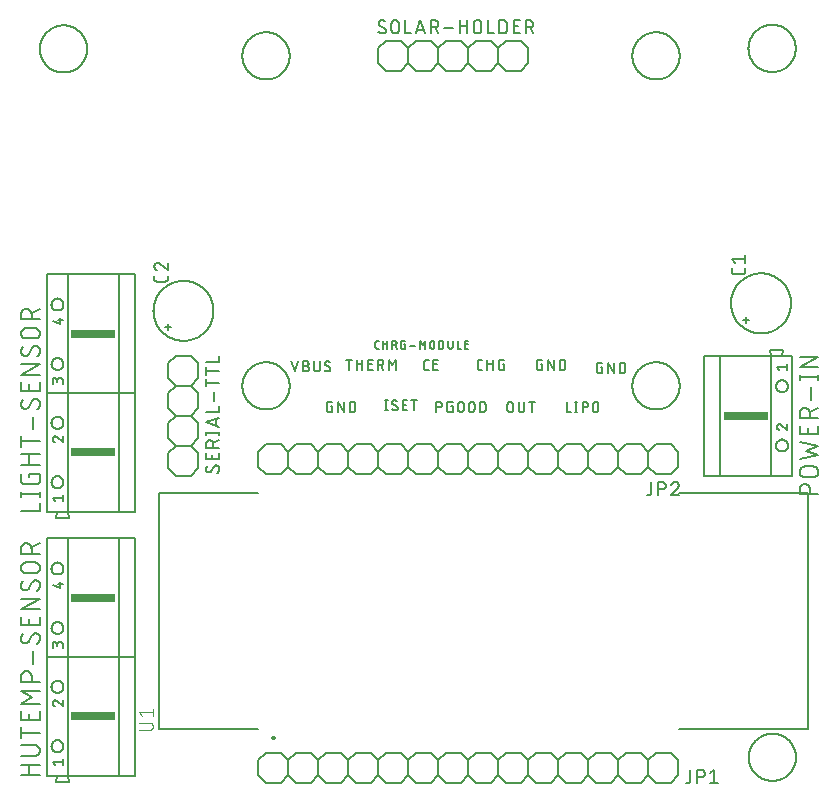
<source format=gbr>
G04 EAGLE Gerber RS-274X export*
G75*
%MOMM*%
%FSLAX34Y34*%
%LPD*%
%INSilkscreen Top*%
%IPPOS*%
%AMOC8*
5,1,8,0,0,1.08239X$1,22.5*%
G01*
%ADD10C,0.152400*%
%ADD11C,0.127000*%
%ADD12C,0.200000*%
%ADD13C,0.101600*%
%ADD14C,0.203200*%
%ADD15R,3.810000X0.762000*%
%ADD16C,0.177800*%


D10*
X359875Y483362D02*
X357956Y483362D01*
X357870Y483364D01*
X357784Y483370D01*
X357698Y483379D01*
X357613Y483393D01*
X357529Y483410D01*
X357445Y483431D01*
X357363Y483456D01*
X357282Y483484D01*
X357202Y483516D01*
X357123Y483552D01*
X357047Y483591D01*
X356972Y483634D01*
X356899Y483679D01*
X356828Y483728D01*
X356760Y483781D01*
X356693Y483836D01*
X356630Y483894D01*
X356569Y483955D01*
X356511Y484018D01*
X356456Y484085D01*
X356403Y484153D01*
X356354Y484224D01*
X356309Y484297D01*
X356266Y484372D01*
X356227Y484448D01*
X356191Y484527D01*
X356159Y484607D01*
X356131Y484688D01*
X356106Y484770D01*
X356085Y484854D01*
X356068Y484938D01*
X356054Y485023D01*
X356045Y485109D01*
X356039Y485195D01*
X356037Y485281D01*
X356036Y485281D02*
X356036Y490079D01*
X356037Y490079D02*
X356039Y490165D01*
X356045Y490251D01*
X356054Y490337D01*
X356068Y490422D01*
X356085Y490506D01*
X356106Y490590D01*
X356131Y490672D01*
X356159Y490753D01*
X356191Y490833D01*
X356227Y490912D01*
X356266Y490988D01*
X356309Y491063D01*
X356354Y491136D01*
X356403Y491207D01*
X356456Y491275D01*
X356511Y491342D01*
X356569Y491405D01*
X356630Y491466D01*
X356693Y491524D01*
X356760Y491579D01*
X356828Y491631D01*
X356899Y491681D01*
X356972Y491726D01*
X357047Y491769D01*
X357123Y491808D01*
X357202Y491844D01*
X357282Y491876D01*
X357363Y491904D01*
X357445Y491929D01*
X357529Y491950D01*
X357613Y491967D01*
X357698Y491981D01*
X357784Y491990D01*
X357870Y491996D01*
X357956Y491998D01*
X359875Y491998D01*
X364025Y483362D02*
X367864Y483362D01*
X364025Y483362D02*
X364025Y491998D01*
X367864Y491998D01*
X366904Y488160D02*
X364025Y488160D01*
X426607Y454039D02*
X426607Y450201D01*
X426607Y454039D02*
X426609Y454136D01*
X426615Y454232D01*
X426624Y454328D01*
X426638Y454424D01*
X426655Y454519D01*
X426677Y454613D01*
X426702Y454706D01*
X426730Y454799D01*
X426763Y454890D01*
X426799Y454979D01*
X426839Y455067D01*
X426882Y455154D01*
X426928Y455239D01*
X426978Y455321D01*
X427032Y455402D01*
X427088Y455480D01*
X427148Y455556D01*
X427210Y455630D01*
X427276Y455701D01*
X427344Y455769D01*
X427415Y455835D01*
X427489Y455897D01*
X427565Y455957D01*
X427643Y456013D01*
X427724Y456067D01*
X427807Y456117D01*
X427891Y456163D01*
X427978Y456206D01*
X428066Y456246D01*
X428155Y456282D01*
X428246Y456315D01*
X428339Y456343D01*
X428432Y456368D01*
X428526Y456390D01*
X428621Y456407D01*
X428717Y456421D01*
X428813Y456430D01*
X428909Y456436D01*
X429006Y456438D01*
X429103Y456436D01*
X429199Y456430D01*
X429295Y456421D01*
X429391Y456407D01*
X429486Y456390D01*
X429580Y456368D01*
X429673Y456343D01*
X429766Y456315D01*
X429857Y456282D01*
X429946Y456246D01*
X430034Y456206D01*
X430121Y456163D01*
X430206Y456117D01*
X430288Y456067D01*
X430369Y456013D01*
X430447Y455957D01*
X430523Y455897D01*
X430597Y455835D01*
X430668Y455769D01*
X430736Y455701D01*
X430802Y455630D01*
X430864Y455556D01*
X430924Y455480D01*
X430980Y455402D01*
X431034Y455321D01*
X431084Y455239D01*
X431130Y455154D01*
X431173Y455067D01*
X431213Y454979D01*
X431249Y454890D01*
X431282Y454799D01*
X431310Y454706D01*
X431335Y454613D01*
X431357Y454519D01*
X431374Y454424D01*
X431388Y454328D01*
X431397Y454232D01*
X431403Y454136D01*
X431405Y454039D01*
X431405Y450201D01*
X431403Y450104D01*
X431397Y450008D01*
X431388Y449912D01*
X431374Y449816D01*
X431357Y449721D01*
X431335Y449627D01*
X431310Y449534D01*
X431282Y449441D01*
X431249Y449350D01*
X431213Y449261D01*
X431173Y449173D01*
X431130Y449086D01*
X431084Y449002D01*
X431034Y448919D01*
X430980Y448838D01*
X430924Y448760D01*
X430864Y448684D01*
X430802Y448610D01*
X430736Y448539D01*
X430668Y448471D01*
X430597Y448405D01*
X430523Y448343D01*
X430447Y448283D01*
X430369Y448227D01*
X430288Y448173D01*
X430206Y448123D01*
X430121Y448077D01*
X430034Y448034D01*
X429946Y447994D01*
X429857Y447958D01*
X429766Y447925D01*
X429673Y447897D01*
X429580Y447872D01*
X429486Y447850D01*
X429391Y447833D01*
X429295Y447819D01*
X429199Y447810D01*
X429103Y447804D01*
X429006Y447802D01*
X428909Y447804D01*
X428813Y447810D01*
X428717Y447819D01*
X428621Y447833D01*
X428526Y447850D01*
X428432Y447872D01*
X428339Y447897D01*
X428246Y447925D01*
X428155Y447958D01*
X428066Y447994D01*
X427978Y448034D01*
X427891Y448077D01*
X427807Y448123D01*
X427724Y448173D01*
X427643Y448227D01*
X427565Y448283D01*
X427489Y448343D01*
X427415Y448405D01*
X427344Y448471D01*
X427276Y448539D01*
X427210Y448610D01*
X427148Y448684D01*
X427088Y448760D01*
X427032Y448838D01*
X426978Y448919D01*
X426928Y449002D01*
X426882Y449086D01*
X426839Y449173D01*
X426799Y449261D01*
X426763Y449350D01*
X426730Y449441D01*
X426702Y449534D01*
X426677Y449627D01*
X426655Y449721D01*
X426638Y449816D01*
X426624Y449912D01*
X426615Y450008D01*
X426609Y450104D01*
X426607Y450201D01*
X436056Y450201D02*
X436056Y456438D01*
X436056Y450201D02*
X436058Y450104D01*
X436064Y450008D01*
X436073Y449912D01*
X436087Y449816D01*
X436104Y449721D01*
X436126Y449627D01*
X436151Y449534D01*
X436179Y449441D01*
X436212Y449350D01*
X436248Y449261D01*
X436288Y449173D01*
X436331Y449086D01*
X436377Y449002D01*
X436427Y448919D01*
X436481Y448838D01*
X436537Y448760D01*
X436597Y448684D01*
X436659Y448610D01*
X436725Y448539D01*
X436793Y448471D01*
X436864Y448405D01*
X436938Y448343D01*
X437014Y448283D01*
X437092Y448227D01*
X437173Y448173D01*
X437256Y448123D01*
X437340Y448077D01*
X437427Y448034D01*
X437515Y447994D01*
X437604Y447958D01*
X437695Y447925D01*
X437788Y447897D01*
X437881Y447872D01*
X437975Y447850D01*
X438070Y447833D01*
X438166Y447819D01*
X438262Y447810D01*
X438358Y447804D01*
X438455Y447802D01*
X438552Y447804D01*
X438648Y447810D01*
X438744Y447819D01*
X438840Y447833D01*
X438935Y447850D01*
X439029Y447872D01*
X439122Y447897D01*
X439215Y447925D01*
X439306Y447958D01*
X439395Y447994D01*
X439483Y448034D01*
X439570Y448077D01*
X439655Y448123D01*
X439737Y448173D01*
X439818Y448227D01*
X439896Y448283D01*
X439972Y448343D01*
X440046Y448405D01*
X440117Y448471D01*
X440185Y448539D01*
X440251Y448610D01*
X440313Y448684D01*
X440373Y448760D01*
X440429Y448838D01*
X440483Y448919D01*
X440533Y449002D01*
X440579Y449086D01*
X440622Y449173D01*
X440662Y449261D01*
X440698Y449350D01*
X440731Y449441D01*
X440759Y449534D01*
X440784Y449627D01*
X440806Y449721D01*
X440823Y449816D01*
X440837Y449912D01*
X440846Y450008D01*
X440852Y450104D01*
X440854Y450201D01*
X440854Y456438D01*
X447294Y456438D02*
X447294Y447802D01*
X444895Y456438D02*
X449693Y456438D01*
X405331Y483362D02*
X403412Y483362D01*
X403326Y483364D01*
X403240Y483370D01*
X403154Y483379D01*
X403069Y483393D01*
X402985Y483410D01*
X402901Y483431D01*
X402819Y483456D01*
X402738Y483484D01*
X402658Y483516D01*
X402579Y483552D01*
X402503Y483591D01*
X402428Y483634D01*
X402355Y483679D01*
X402284Y483728D01*
X402216Y483781D01*
X402149Y483836D01*
X402086Y483894D01*
X402025Y483955D01*
X401967Y484018D01*
X401912Y484085D01*
X401859Y484153D01*
X401810Y484224D01*
X401765Y484297D01*
X401722Y484372D01*
X401683Y484448D01*
X401647Y484527D01*
X401615Y484607D01*
X401587Y484688D01*
X401562Y484770D01*
X401541Y484854D01*
X401524Y484938D01*
X401510Y485023D01*
X401501Y485109D01*
X401495Y485195D01*
X401493Y485281D01*
X401493Y490079D01*
X401495Y490165D01*
X401501Y490251D01*
X401510Y490337D01*
X401524Y490422D01*
X401541Y490506D01*
X401562Y490590D01*
X401587Y490672D01*
X401615Y490753D01*
X401647Y490833D01*
X401683Y490912D01*
X401722Y490988D01*
X401765Y491063D01*
X401810Y491136D01*
X401859Y491207D01*
X401912Y491275D01*
X401967Y491342D01*
X402025Y491405D01*
X402086Y491466D01*
X402149Y491524D01*
X402216Y491579D01*
X402284Y491631D01*
X402355Y491681D01*
X402428Y491726D01*
X402503Y491769D01*
X402579Y491808D01*
X402658Y491844D01*
X402738Y491876D01*
X402819Y491904D01*
X402901Y491929D01*
X402985Y491950D01*
X403069Y491967D01*
X403154Y491981D01*
X403240Y491990D01*
X403326Y491996D01*
X403412Y491998D01*
X405331Y491998D01*
X409456Y491998D02*
X409456Y483362D01*
X409456Y488160D02*
X414254Y488160D01*
X414254Y491998D02*
X414254Y483362D01*
X422568Y488160D02*
X424007Y488160D01*
X424007Y483362D01*
X421128Y483362D01*
X421042Y483364D01*
X420956Y483370D01*
X420870Y483379D01*
X420785Y483393D01*
X420701Y483410D01*
X420617Y483431D01*
X420535Y483456D01*
X420454Y483484D01*
X420374Y483516D01*
X420295Y483552D01*
X420219Y483591D01*
X420144Y483634D01*
X420071Y483679D01*
X420000Y483728D01*
X419932Y483781D01*
X419865Y483836D01*
X419802Y483894D01*
X419741Y483955D01*
X419683Y484018D01*
X419628Y484085D01*
X419575Y484153D01*
X419526Y484224D01*
X419481Y484297D01*
X419438Y484372D01*
X419399Y484448D01*
X419363Y484527D01*
X419331Y484607D01*
X419303Y484688D01*
X419278Y484770D01*
X419257Y484854D01*
X419240Y484938D01*
X419226Y485023D01*
X419217Y485109D01*
X419211Y485195D01*
X419209Y485281D01*
X419209Y490079D01*
X419210Y490079D02*
X419212Y490165D01*
X419218Y490251D01*
X419227Y490337D01*
X419241Y490422D01*
X419258Y490506D01*
X419279Y490590D01*
X419304Y490672D01*
X419332Y490753D01*
X419364Y490833D01*
X419400Y490912D01*
X419439Y490988D01*
X419482Y491063D01*
X419527Y491136D01*
X419576Y491207D01*
X419629Y491275D01*
X419684Y491342D01*
X419742Y491405D01*
X419803Y491466D01*
X419866Y491524D01*
X419933Y491579D01*
X420001Y491631D01*
X420072Y491681D01*
X420145Y491726D01*
X420220Y491769D01*
X420296Y491808D01*
X420375Y491844D01*
X420455Y491876D01*
X420536Y491904D01*
X420618Y491929D01*
X420702Y491950D01*
X420786Y491967D01*
X420871Y491981D01*
X420957Y491990D01*
X421043Y491996D01*
X421129Y491998D01*
X421128Y491998D02*
X424007Y491998D01*
X366456Y456438D02*
X366456Y447802D01*
X366456Y456438D02*
X368855Y456438D01*
X368952Y456436D01*
X369048Y456430D01*
X369144Y456421D01*
X369240Y456407D01*
X369335Y456390D01*
X369429Y456368D01*
X369522Y456343D01*
X369615Y456315D01*
X369706Y456282D01*
X369795Y456246D01*
X369883Y456206D01*
X369970Y456163D01*
X370055Y456117D01*
X370137Y456067D01*
X370218Y456013D01*
X370296Y455957D01*
X370372Y455897D01*
X370446Y455835D01*
X370517Y455769D01*
X370585Y455701D01*
X370651Y455630D01*
X370713Y455556D01*
X370773Y455480D01*
X370829Y455402D01*
X370883Y455321D01*
X370933Y455239D01*
X370979Y455154D01*
X371022Y455067D01*
X371062Y454979D01*
X371098Y454890D01*
X371131Y454799D01*
X371159Y454706D01*
X371184Y454613D01*
X371206Y454519D01*
X371223Y454424D01*
X371237Y454328D01*
X371246Y454232D01*
X371252Y454136D01*
X371254Y454039D01*
X371252Y453942D01*
X371246Y453846D01*
X371237Y453750D01*
X371223Y453654D01*
X371206Y453559D01*
X371184Y453465D01*
X371159Y453372D01*
X371131Y453279D01*
X371098Y453188D01*
X371062Y453099D01*
X371022Y453011D01*
X370979Y452924D01*
X370933Y452840D01*
X370883Y452757D01*
X370829Y452676D01*
X370773Y452598D01*
X370713Y452522D01*
X370651Y452448D01*
X370585Y452377D01*
X370517Y452309D01*
X370446Y452243D01*
X370372Y452181D01*
X370296Y452121D01*
X370218Y452065D01*
X370137Y452011D01*
X370055Y451961D01*
X369970Y451915D01*
X369883Y451872D01*
X369795Y451832D01*
X369706Y451796D01*
X369615Y451763D01*
X369522Y451735D01*
X369429Y451710D01*
X369335Y451688D01*
X369240Y451671D01*
X369144Y451657D01*
X369048Y451648D01*
X368952Y451642D01*
X368855Y451640D01*
X366456Y451640D01*
X378763Y452600D02*
X380203Y452600D01*
X380203Y447802D01*
X377324Y447802D01*
X377238Y447804D01*
X377152Y447810D01*
X377066Y447819D01*
X376981Y447833D01*
X376897Y447850D01*
X376813Y447871D01*
X376731Y447896D01*
X376650Y447924D01*
X376570Y447956D01*
X376491Y447992D01*
X376415Y448031D01*
X376340Y448074D01*
X376267Y448119D01*
X376196Y448168D01*
X376128Y448221D01*
X376061Y448276D01*
X375998Y448334D01*
X375937Y448395D01*
X375879Y448458D01*
X375824Y448525D01*
X375771Y448593D01*
X375722Y448664D01*
X375677Y448737D01*
X375634Y448812D01*
X375595Y448888D01*
X375559Y448967D01*
X375527Y449047D01*
X375499Y449128D01*
X375474Y449210D01*
X375453Y449294D01*
X375436Y449378D01*
X375422Y449463D01*
X375413Y449549D01*
X375407Y449635D01*
X375405Y449721D01*
X375405Y454519D01*
X375407Y454605D01*
X375413Y454691D01*
X375422Y454777D01*
X375436Y454862D01*
X375453Y454946D01*
X375474Y455030D01*
X375499Y455112D01*
X375527Y455193D01*
X375559Y455273D01*
X375595Y455352D01*
X375634Y455428D01*
X375677Y455503D01*
X375722Y455576D01*
X375771Y455647D01*
X375824Y455715D01*
X375879Y455782D01*
X375937Y455845D01*
X375998Y455906D01*
X376061Y455964D01*
X376128Y456019D01*
X376196Y456071D01*
X376267Y456121D01*
X376340Y456166D01*
X376415Y456209D01*
X376491Y456248D01*
X376570Y456284D01*
X376650Y456316D01*
X376731Y456344D01*
X376813Y456369D01*
X376897Y456390D01*
X376981Y456407D01*
X377066Y456421D01*
X377152Y456430D01*
X377238Y456436D01*
X377324Y456438D01*
X380203Y456438D01*
X384854Y454039D02*
X384854Y450201D01*
X384854Y454039D02*
X384856Y454136D01*
X384862Y454232D01*
X384871Y454328D01*
X384885Y454424D01*
X384902Y454519D01*
X384924Y454613D01*
X384949Y454706D01*
X384977Y454799D01*
X385010Y454890D01*
X385046Y454979D01*
X385086Y455067D01*
X385129Y455154D01*
X385175Y455239D01*
X385225Y455321D01*
X385279Y455402D01*
X385335Y455480D01*
X385395Y455556D01*
X385457Y455630D01*
X385523Y455701D01*
X385591Y455769D01*
X385662Y455835D01*
X385736Y455897D01*
X385812Y455957D01*
X385890Y456013D01*
X385971Y456067D01*
X386054Y456117D01*
X386138Y456163D01*
X386225Y456206D01*
X386313Y456246D01*
X386402Y456282D01*
X386493Y456315D01*
X386586Y456343D01*
X386679Y456368D01*
X386773Y456390D01*
X386868Y456407D01*
X386964Y456421D01*
X387060Y456430D01*
X387156Y456436D01*
X387253Y456438D01*
X387350Y456436D01*
X387446Y456430D01*
X387542Y456421D01*
X387638Y456407D01*
X387733Y456390D01*
X387827Y456368D01*
X387920Y456343D01*
X388013Y456315D01*
X388104Y456282D01*
X388193Y456246D01*
X388281Y456206D01*
X388368Y456163D01*
X388453Y456117D01*
X388535Y456067D01*
X388616Y456013D01*
X388694Y455957D01*
X388770Y455897D01*
X388844Y455835D01*
X388915Y455769D01*
X388983Y455701D01*
X389049Y455630D01*
X389111Y455556D01*
X389171Y455480D01*
X389227Y455402D01*
X389281Y455321D01*
X389331Y455239D01*
X389377Y455154D01*
X389420Y455067D01*
X389460Y454979D01*
X389496Y454890D01*
X389529Y454799D01*
X389557Y454706D01*
X389582Y454613D01*
X389604Y454519D01*
X389621Y454424D01*
X389635Y454328D01*
X389644Y454232D01*
X389650Y454136D01*
X389652Y454039D01*
X389652Y450201D01*
X389650Y450104D01*
X389644Y450008D01*
X389635Y449912D01*
X389621Y449816D01*
X389604Y449721D01*
X389582Y449627D01*
X389557Y449534D01*
X389529Y449441D01*
X389496Y449350D01*
X389460Y449261D01*
X389420Y449173D01*
X389377Y449086D01*
X389331Y449002D01*
X389281Y448919D01*
X389227Y448838D01*
X389171Y448760D01*
X389111Y448684D01*
X389049Y448610D01*
X388983Y448539D01*
X388915Y448471D01*
X388844Y448405D01*
X388770Y448343D01*
X388694Y448283D01*
X388616Y448227D01*
X388535Y448173D01*
X388453Y448123D01*
X388368Y448077D01*
X388281Y448034D01*
X388193Y447994D01*
X388104Y447958D01*
X388013Y447925D01*
X387920Y447897D01*
X387827Y447872D01*
X387733Y447850D01*
X387638Y447833D01*
X387542Y447819D01*
X387446Y447810D01*
X387350Y447804D01*
X387253Y447802D01*
X387156Y447804D01*
X387060Y447810D01*
X386964Y447819D01*
X386868Y447833D01*
X386773Y447850D01*
X386679Y447872D01*
X386586Y447897D01*
X386493Y447925D01*
X386402Y447958D01*
X386313Y447994D01*
X386225Y448034D01*
X386138Y448077D01*
X386054Y448123D01*
X385971Y448173D01*
X385890Y448227D01*
X385812Y448283D01*
X385736Y448343D01*
X385662Y448405D01*
X385591Y448471D01*
X385523Y448539D01*
X385457Y448610D01*
X385395Y448684D01*
X385335Y448760D01*
X385279Y448838D01*
X385225Y448919D01*
X385175Y449002D01*
X385129Y449086D01*
X385086Y449173D01*
X385046Y449261D01*
X385010Y449350D01*
X384977Y449441D01*
X384949Y449534D01*
X384924Y449627D01*
X384902Y449721D01*
X384885Y449816D01*
X384871Y449912D01*
X384862Y450008D01*
X384856Y450104D01*
X384854Y450201D01*
X393998Y450201D02*
X393998Y454039D01*
X394000Y454136D01*
X394006Y454232D01*
X394015Y454328D01*
X394029Y454424D01*
X394046Y454519D01*
X394068Y454613D01*
X394093Y454706D01*
X394121Y454799D01*
X394154Y454890D01*
X394190Y454979D01*
X394230Y455067D01*
X394273Y455154D01*
X394319Y455239D01*
X394369Y455321D01*
X394423Y455402D01*
X394479Y455480D01*
X394539Y455556D01*
X394601Y455630D01*
X394667Y455701D01*
X394735Y455769D01*
X394806Y455835D01*
X394880Y455897D01*
X394956Y455957D01*
X395034Y456013D01*
X395115Y456067D01*
X395198Y456117D01*
X395282Y456163D01*
X395369Y456206D01*
X395457Y456246D01*
X395546Y456282D01*
X395637Y456315D01*
X395730Y456343D01*
X395823Y456368D01*
X395917Y456390D01*
X396012Y456407D01*
X396108Y456421D01*
X396204Y456430D01*
X396300Y456436D01*
X396397Y456438D01*
X396494Y456436D01*
X396590Y456430D01*
X396686Y456421D01*
X396782Y456407D01*
X396877Y456390D01*
X396971Y456368D01*
X397064Y456343D01*
X397157Y456315D01*
X397248Y456282D01*
X397337Y456246D01*
X397425Y456206D01*
X397512Y456163D01*
X397597Y456117D01*
X397679Y456067D01*
X397760Y456013D01*
X397838Y455957D01*
X397914Y455897D01*
X397988Y455835D01*
X398059Y455769D01*
X398127Y455701D01*
X398193Y455630D01*
X398255Y455556D01*
X398315Y455480D01*
X398371Y455402D01*
X398425Y455321D01*
X398475Y455239D01*
X398521Y455154D01*
X398564Y455067D01*
X398604Y454979D01*
X398640Y454890D01*
X398673Y454799D01*
X398701Y454706D01*
X398726Y454613D01*
X398748Y454519D01*
X398765Y454424D01*
X398779Y454328D01*
X398788Y454232D01*
X398794Y454136D01*
X398796Y454039D01*
X398796Y450201D01*
X398794Y450104D01*
X398788Y450008D01*
X398779Y449912D01*
X398765Y449816D01*
X398748Y449721D01*
X398726Y449627D01*
X398701Y449534D01*
X398673Y449441D01*
X398640Y449350D01*
X398604Y449261D01*
X398564Y449173D01*
X398521Y449086D01*
X398475Y449002D01*
X398425Y448919D01*
X398371Y448838D01*
X398315Y448760D01*
X398255Y448684D01*
X398193Y448610D01*
X398127Y448539D01*
X398059Y448471D01*
X397988Y448405D01*
X397914Y448343D01*
X397838Y448283D01*
X397760Y448227D01*
X397679Y448173D01*
X397597Y448123D01*
X397512Y448077D01*
X397425Y448034D01*
X397337Y447994D01*
X397248Y447958D01*
X397157Y447925D01*
X397064Y447897D01*
X396971Y447872D01*
X396877Y447850D01*
X396782Y447833D01*
X396686Y447819D01*
X396590Y447810D01*
X396494Y447804D01*
X396397Y447802D01*
X396300Y447804D01*
X396204Y447810D01*
X396108Y447819D01*
X396012Y447833D01*
X395917Y447850D01*
X395823Y447872D01*
X395730Y447897D01*
X395637Y447925D01*
X395546Y447958D01*
X395457Y447994D01*
X395369Y448034D01*
X395282Y448077D01*
X395198Y448123D01*
X395115Y448173D01*
X395034Y448227D01*
X394956Y448283D01*
X394880Y448343D01*
X394806Y448405D01*
X394735Y448471D01*
X394667Y448539D01*
X394601Y448610D01*
X394539Y448684D01*
X394479Y448760D01*
X394423Y448838D01*
X394369Y448919D01*
X394319Y449002D01*
X394273Y449086D01*
X394230Y449173D01*
X394190Y449261D01*
X394154Y449350D01*
X394121Y449441D01*
X394093Y449534D01*
X394068Y449627D01*
X394046Y449721D01*
X394029Y449816D01*
X394015Y449912D01*
X394006Y450008D01*
X394000Y450104D01*
X393998Y450201D01*
X403447Y447802D02*
X403447Y456438D01*
X405845Y456438D01*
X405942Y456436D01*
X406038Y456430D01*
X406134Y456421D01*
X406230Y456407D01*
X406325Y456390D01*
X406419Y456368D01*
X406512Y456343D01*
X406605Y456315D01*
X406696Y456282D01*
X406785Y456246D01*
X406873Y456206D01*
X406960Y456163D01*
X407045Y456117D01*
X407127Y456067D01*
X407208Y456013D01*
X407286Y455957D01*
X407362Y455897D01*
X407436Y455835D01*
X407507Y455769D01*
X407575Y455701D01*
X407641Y455630D01*
X407703Y455556D01*
X407763Y455480D01*
X407819Y455402D01*
X407873Y455321D01*
X407923Y455239D01*
X407969Y455154D01*
X408012Y455067D01*
X408052Y454979D01*
X408088Y454890D01*
X408121Y454799D01*
X408149Y454706D01*
X408174Y454613D01*
X408196Y454519D01*
X408213Y454424D01*
X408227Y454328D01*
X408236Y454232D01*
X408242Y454136D01*
X408244Y454039D01*
X408244Y450201D01*
X408242Y450104D01*
X408236Y450008D01*
X408227Y449912D01*
X408213Y449816D01*
X408196Y449721D01*
X408174Y449627D01*
X408149Y449534D01*
X408121Y449441D01*
X408088Y449350D01*
X408052Y449261D01*
X408012Y449173D01*
X407969Y449086D01*
X407923Y449002D01*
X407873Y448919D01*
X407819Y448838D01*
X407763Y448760D01*
X407703Y448684D01*
X407641Y448610D01*
X407575Y448539D01*
X407507Y448471D01*
X407436Y448405D01*
X407362Y448343D01*
X407286Y448283D01*
X407208Y448227D01*
X407127Y448173D01*
X407045Y448123D01*
X406960Y448077D01*
X406873Y448034D01*
X406785Y447994D01*
X406696Y447958D01*
X406605Y447925D01*
X406512Y447897D01*
X406419Y447872D01*
X406325Y447850D01*
X406230Y447833D01*
X406134Y447819D01*
X406038Y447810D01*
X405942Y447804D01*
X405845Y447802D01*
X403447Y447802D01*
X292622Y483362D02*
X292622Y491998D01*
X290223Y491998D02*
X295021Y491998D01*
X299063Y491998D02*
X299063Y483362D01*
X299063Y488160D02*
X303860Y488160D01*
X303860Y491998D02*
X303860Y483362D01*
X308842Y483362D02*
X312680Y483362D01*
X308842Y483362D02*
X308842Y491998D01*
X312680Y491998D01*
X311721Y488160D02*
X308842Y488160D01*
X316825Y491998D02*
X316825Y483362D01*
X316825Y491998D02*
X319224Y491998D01*
X319321Y491996D01*
X319417Y491990D01*
X319513Y491981D01*
X319609Y491967D01*
X319704Y491950D01*
X319798Y491928D01*
X319891Y491903D01*
X319984Y491875D01*
X320075Y491842D01*
X320164Y491806D01*
X320252Y491766D01*
X320339Y491723D01*
X320424Y491677D01*
X320506Y491627D01*
X320587Y491573D01*
X320665Y491517D01*
X320741Y491457D01*
X320815Y491395D01*
X320886Y491329D01*
X320954Y491261D01*
X321020Y491190D01*
X321082Y491116D01*
X321142Y491040D01*
X321198Y490962D01*
X321252Y490881D01*
X321302Y490799D01*
X321348Y490714D01*
X321391Y490627D01*
X321431Y490539D01*
X321467Y490450D01*
X321500Y490359D01*
X321528Y490266D01*
X321553Y490173D01*
X321575Y490079D01*
X321592Y489984D01*
X321606Y489888D01*
X321615Y489792D01*
X321621Y489696D01*
X321623Y489599D01*
X321621Y489502D01*
X321615Y489406D01*
X321606Y489310D01*
X321592Y489214D01*
X321575Y489119D01*
X321553Y489025D01*
X321528Y488932D01*
X321500Y488839D01*
X321467Y488748D01*
X321431Y488659D01*
X321391Y488571D01*
X321348Y488484D01*
X321302Y488400D01*
X321252Y488317D01*
X321198Y488236D01*
X321142Y488158D01*
X321082Y488082D01*
X321020Y488008D01*
X320954Y487937D01*
X320886Y487869D01*
X320815Y487803D01*
X320741Y487741D01*
X320665Y487681D01*
X320587Y487625D01*
X320506Y487571D01*
X320424Y487521D01*
X320339Y487475D01*
X320252Y487432D01*
X320164Y487392D01*
X320075Y487356D01*
X319984Y487323D01*
X319891Y487295D01*
X319798Y487270D01*
X319704Y487248D01*
X319609Y487231D01*
X319513Y487217D01*
X319417Y487208D01*
X319321Y487202D01*
X319224Y487200D01*
X316825Y487200D01*
X319704Y487200D02*
X321623Y483362D01*
X326319Y483362D02*
X326319Y491998D01*
X329198Y487200D01*
X332077Y491998D01*
X332077Y483362D01*
X324248Y457708D02*
X324248Y449072D01*
X323288Y449072D02*
X325208Y449072D01*
X325208Y457708D02*
X323288Y457708D01*
X331738Y449072D02*
X331824Y449074D01*
X331910Y449080D01*
X331996Y449089D01*
X332081Y449103D01*
X332165Y449120D01*
X332249Y449141D01*
X332331Y449166D01*
X332412Y449194D01*
X332492Y449226D01*
X332571Y449262D01*
X332647Y449301D01*
X332722Y449344D01*
X332795Y449389D01*
X332866Y449439D01*
X332934Y449491D01*
X333001Y449546D01*
X333064Y449604D01*
X333125Y449665D01*
X333183Y449728D01*
X333238Y449795D01*
X333291Y449863D01*
X333340Y449934D01*
X333385Y450007D01*
X333428Y450082D01*
X333467Y450158D01*
X333503Y450237D01*
X333535Y450317D01*
X333563Y450398D01*
X333588Y450480D01*
X333609Y450564D01*
X333626Y450648D01*
X333640Y450733D01*
X333649Y450819D01*
X333655Y450905D01*
X333657Y450991D01*
X331738Y449072D02*
X331615Y449074D01*
X331492Y449079D01*
X331369Y449089D01*
X331247Y449102D01*
X331125Y449119D01*
X331003Y449139D01*
X330883Y449163D01*
X330763Y449191D01*
X330644Y449222D01*
X330526Y449257D01*
X330409Y449296D01*
X330293Y449338D01*
X330179Y449384D01*
X330066Y449433D01*
X329955Y449485D01*
X329845Y449541D01*
X329737Y449600D01*
X329631Y449663D01*
X329526Y449728D01*
X329424Y449797D01*
X329324Y449869D01*
X329227Y449944D01*
X329131Y450021D01*
X329038Y450102D01*
X328947Y450185D01*
X328859Y450271D01*
X329100Y455789D02*
X329102Y455875D01*
X329108Y455961D01*
X329117Y456047D01*
X329131Y456132D01*
X329148Y456216D01*
X329169Y456300D01*
X329194Y456382D01*
X329222Y456463D01*
X329254Y456543D01*
X329290Y456622D01*
X329329Y456698D01*
X329372Y456773D01*
X329417Y456846D01*
X329466Y456917D01*
X329519Y456985D01*
X329574Y457052D01*
X329632Y457115D01*
X329693Y457176D01*
X329756Y457234D01*
X329823Y457289D01*
X329891Y457342D01*
X329962Y457391D01*
X330035Y457436D01*
X330110Y457479D01*
X330186Y457518D01*
X330265Y457554D01*
X330345Y457586D01*
X330426Y457614D01*
X330508Y457639D01*
X330592Y457660D01*
X330676Y457677D01*
X330761Y457691D01*
X330847Y457700D01*
X330933Y457706D01*
X331019Y457708D01*
X331135Y457706D01*
X331250Y457701D01*
X331366Y457691D01*
X331481Y457678D01*
X331595Y457662D01*
X331709Y457641D01*
X331823Y457617D01*
X331935Y457589D01*
X332046Y457558D01*
X332157Y457523D01*
X332266Y457485D01*
X332374Y457443D01*
X332480Y457398D01*
X332586Y457349D01*
X332689Y457297D01*
X332791Y457242D01*
X332890Y457183D01*
X332988Y457121D01*
X333084Y457056D01*
X333178Y456988D01*
X330059Y454110D02*
X329985Y454156D01*
X329912Y454206D01*
X329842Y454259D01*
X329774Y454315D01*
X329709Y454374D01*
X329646Y454436D01*
X329587Y454501D01*
X329530Y454568D01*
X329476Y454638D01*
X329426Y454710D01*
X329379Y454784D01*
X329335Y454860D01*
X329295Y454939D01*
X329259Y455019D01*
X329226Y455100D01*
X329197Y455183D01*
X329171Y455268D01*
X329149Y455353D01*
X329132Y455439D01*
X329118Y455526D01*
X329108Y455613D01*
X329102Y455701D01*
X329100Y455789D01*
X332698Y452670D02*
X332772Y452624D01*
X332845Y452574D01*
X332915Y452521D01*
X332983Y452465D01*
X333048Y452406D01*
X333111Y452344D01*
X333170Y452279D01*
X333227Y452212D01*
X333281Y452142D01*
X333331Y452070D01*
X333378Y451996D01*
X333422Y451920D01*
X333462Y451841D01*
X333498Y451761D01*
X333531Y451680D01*
X333560Y451597D01*
X333586Y451512D01*
X333608Y451427D01*
X333625Y451341D01*
X333639Y451254D01*
X333649Y451167D01*
X333655Y451079D01*
X333657Y450991D01*
X332698Y452670D02*
X330059Y454110D01*
X338029Y449072D02*
X341868Y449072D01*
X338029Y449072D02*
X338029Y457708D01*
X341868Y457708D01*
X340908Y453870D02*
X338029Y453870D01*
X347413Y457708D02*
X347413Y449072D01*
X345014Y457708D02*
X349812Y457708D01*
X278395Y452600D02*
X276956Y452600D01*
X278395Y452600D02*
X278395Y447802D01*
X275517Y447802D01*
X275431Y447804D01*
X275345Y447810D01*
X275259Y447819D01*
X275174Y447833D01*
X275090Y447850D01*
X275006Y447871D01*
X274924Y447896D01*
X274843Y447924D01*
X274763Y447956D01*
X274684Y447992D01*
X274608Y448031D01*
X274533Y448074D01*
X274460Y448119D01*
X274389Y448168D01*
X274321Y448221D01*
X274254Y448276D01*
X274191Y448334D01*
X274130Y448395D01*
X274072Y448458D01*
X274017Y448525D01*
X273964Y448593D01*
X273915Y448664D01*
X273870Y448737D01*
X273827Y448812D01*
X273788Y448888D01*
X273752Y448967D01*
X273720Y449047D01*
X273692Y449128D01*
X273667Y449210D01*
X273646Y449294D01*
X273629Y449378D01*
X273615Y449463D01*
X273606Y449549D01*
X273600Y449635D01*
X273598Y449721D01*
X273598Y454519D01*
X273600Y454605D01*
X273606Y454691D01*
X273615Y454777D01*
X273629Y454862D01*
X273646Y454946D01*
X273667Y455030D01*
X273692Y455112D01*
X273720Y455193D01*
X273752Y455273D01*
X273788Y455352D01*
X273827Y455428D01*
X273870Y455503D01*
X273915Y455576D01*
X273964Y455647D01*
X274017Y455715D01*
X274072Y455782D01*
X274130Y455845D01*
X274191Y455906D01*
X274254Y455964D01*
X274321Y456019D01*
X274389Y456071D01*
X274460Y456121D01*
X274533Y456166D01*
X274608Y456209D01*
X274684Y456248D01*
X274763Y456284D01*
X274843Y456316D01*
X274924Y456344D01*
X275006Y456369D01*
X275090Y456390D01*
X275174Y456407D01*
X275259Y456421D01*
X275345Y456430D01*
X275431Y456436D01*
X275517Y456438D01*
X278395Y456438D01*
X283351Y456438D02*
X283351Y447802D01*
X288149Y447802D02*
X283351Y456438D01*
X288149Y456438D02*
X288149Y447802D01*
X293105Y447802D02*
X293105Y456438D01*
X295504Y456438D01*
X295601Y456436D01*
X295697Y456430D01*
X295793Y456421D01*
X295889Y456407D01*
X295984Y456390D01*
X296078Y456368D01*
X296171Y456343D01*
X296264Y456315D01*
X296355Y456282D01*
X296444Y456246D01*
X296532Y456206D01*
X296619Y456163D01*
X296704Y456117D01*
X296786Y456067D01*
X296867Y456013D01*
X296945Y455957D01*
X297021Y455897D01*
X297095Y455835D01*
X297166Y455769D01*
X297234Y455701D01*
X297300Y455630D01*
X297362Y455556D01*
X297422Y455480D01*
X297478Y455402D01*
X297532Y455321D01*
X297582Y455239D01*
X297628Y455154D01*
X297671Y455067D01*
X297711Y454979D01*
X297747Y454890D01*
X297780Y454799D01*
X297808Y454706D01*
X297833Y454613D01*
X297855Y454519D01*
X297872Y454424D01*
X297886Y454328D01*
X297895Y454232D01*
X297901Y454136D01*
X297903Y454039D01*
X297902Y454039D02*
X297902Y450201D01*
X297903Y450201D02*
X297901Y450104D01*
X297895Y450008D01*
X297886Y449912D01*
X297872Y449816D01*
X297855Y449721D01*
X297833Y449627D01*
X297808Y449534D01*
X297780Y449441D01*
X297747Y449350D01*
X297711Y449261D01*
X297671Y449173D01*
X297628Y449086D01*
X297582Y449002D01*
X297532Y448919D01*
X297478Y448838D01*
X297422Y448760D01*
X297362Y448684D01*
X297300Y448610D01*
X297234Y448539D01*
X297166Y448471D01*
X297095Y448405D01*
X297021Y448343D01*
X296945Y448283D01*
X296867Y448227D01*
X296786Y448173D01*
X296704Y448123D01*
X296619Y448077D01*
X296532Y448034D01*
X296444Y447994D01*
X296355Y447958D01*
X296264Y447925D01*
X296171Y447897D01*
X296078Y447872D01*
X295984Y447850D01*
X295889Y447833D01*
X295793Y447819D01*
X295697Y447810D01*
X295601Y447804D01*
X295504Y447802D01*
X293105Y447802D01*
X505556Y485620D02*
X506995Y485620D01*
X506995Y480822D01*
X504117Y480822D01*
X504031Y480824D01*
X503945Y480830D01*
X503859Y480839D01*
X503774Y480853D01*
X503690Y480870D01*
X503606Y480891D01*
X503524Y480916D01*
X503443Y480944D01*
X503363Y480976D01*
X503284Y481012D01*
X503208Y481051D01*
X503133Y481094D01*
X503060Y481139D01*
X502989Y481188D01*
X502921Y481241D01*
X502854Y481296D01*
X502791Y481354D01*
X502730Y481415D01*
X502672Y481478D01*
X502617Y481545D01*
X502564Y481613D01*
X502515Y481684D01*
X502470Y481757D01*
X502427Y481832D01*
X502388Y481908D01*
X502352Y481987D01*
X502320Y482067D01*
X502292Y482148D01*
X502267Y482230D01*
X502246Y482314D01*
X502229Y482398D01*
X502215Y482483D01*
X502206Y482569D01*
X502200Y482655D01*
X502198Y482741D01*
X502198Y487539D01*
X502200Y487625D01*
X502206Y487711D01*
X502215Y487797D01*
X502229Y487882D01*
X502246Y487966D01*
X502267Y488050D01*
X502292Y488132D01*
X502320Y488213D01*
X502352Y488293D01*
X502388Y488372D01*
X502427Y488448D01*
X502470Y488523D01*
X502515Y488596D01*
X502564Y488667D01*
X502617Y488735D01*
X502672Y488802D01*
X502730Y488865D01*
X502791Y488926D01*
X502854Y488984D01*
X502921Y489039D01*
X502989Y489091D01*
X503060Y489141D01*
X503133Y489186D01*
X503208Y489229D01*
X503284Y489268D01*
X503363Y489304D01*
X503443Y489336D01*
X503524Y489364D01*
X503606Y489389D01*
X503690Y489410D01*
X503774Y489427D01*
X503859Y489441D01*
X503945Y489450D01*
X504031Y489456D01*
X504117Y489458D01*
X506995Y489458D01*
X511951Y489458D02*
X511951Y480822D01*
X516749Y480822D02*
X511951Y489458D01*
X516749Y489458D02*
X516749Y480822D01*
X521705Y480822D02*
X521705Y489458D01*
X524104Y489458D01*
X524201Y489456D01*
X524297Y489450D01*
X524393Y489441D01*
X524489Y489427D01*
X524584Y489410D01*
X524678Y489388D01*
X524771Y489363D01*
X524864Y489335D01*
X524955Y489302D01*
X525044Y489266D01*
X525132Y489226D01*
X525219Y489183D01*
X525304Y489137D01*
X525386Y489087D01*
X525467Y489033D01*
X525545Y488977D01*
X525621Y488917D01*
X525695Y488855D01*
X525766Y488789D01*
X525834Y488721D01*
X525900Y488650D01*
X525962Y488576D01*
X526022Y488500D01*
X526078Y488422D01*
X526132Y488341D01*
X526182Y488259D01*
X526228Y488174D01*
X526271Y488087D01*
X526311Y487999D01*
X526347Y487910D01*
X526380Y487819D01*
X526408Y487726D01*
X526433Y487633D01*
X526455Y487539D01*
X526472Y487444D01*
X526486Y487348D01*
X526495Y487252D01*
X526501Y487156D01*
X526503Y487059D01*
X526502Y487059D02*
X526502Y483221D01*
X526503Y483221D02*
X526501Y483124D01*
X526495Y483028D01*
X526486Y482932D01*
X526472Y482836D01*
X526455Y482741D01*
X526433Y482647D01*
X526408Y482554D01*
X526380Y482461D01*
X526347Y482370D01*
X526311Y482281D01*
X526271Y482193D01*
X526228Y482106D01*
X526182Y482022D01*
X526132Y481939D01*
X526078Y481858D01*
X526022Y481780D01*
X525962Y481704D01*
X525900Y481630D01*
X525834Y481559D01*
X525766Y481491D01*
X525695Y481425D01*
X525621Y481363D01*
X525545Y481303D01*
X525467Y481247D01*
X525386Y481193D01*
X525304Y481143D01*
X525219Y481097D01*
X525132Y481054D01*
X525044Y481014D01*
X524955Y480978D01*
X524864Y480945D01*
X524771Y480917D01*
X524678Y480892D01*
X524584Y480870D01*
X524489Y480853D01*
X524393Y480839D01*
X524297Y480830D01*
X524201Y480824D01*
X524104Y480822D01*
X521705Y480822D01*
X456195Y488160D02*
X454756Y488160D01*
X456195Y488160D02*
X456195Y483362D01*
X453317Y483362D01*
X453231Y483364D01*
X453145Y483370D01*
X453059Y483379D01*
X452974Y483393D01*
X452890Y483410D01*
X452806Y483431D01*
X452724Y483456D01*
X452643Y483484D01*
X452563Y483516D01*
X452484Y483552D01*
X452408Y483591D01*
X452333Y483634D01*
X452260Y483679D01*
X452189Y483728D01*
X452121Y483781D01*
X452054Y483836D01*
X451991Y483894D01*
X451930Y483955D01*
X451872Y484018D01*
X451817Y484085D01*
X451764Y484153D01*
X451715Y484224D01*
X451670Y484297D01*
X451627Y484372D01*
X451588Y484448D01*
X451552Y484527D01*
X451520Y484607D01*
X451492Y484688D01*
X451467Y484770D01*
X451446Y484854D01*
X451429Y484938D01*
X451415Y485023D01*
X451406Y485109D01*
X451400Y485195D01*
X451398Y485281D01*
X451398Y490079D01*
X451400Y490165D01*
X451406Y490251D01*
X451415Y490337D01*
X451429Y490422D01*
X451446Y490506D01*
X451467Y490590D01*
X451492Y490672D01*
X451520Y490753D01*
X451552Y490833D01*
X451588Y490912D01*
X451627Y490988D01*
X451670Y491063D01*
X451715Y491136D01*
X451764Y491207D01*
X451817Y491275D01*
X451872Y491342D01*
X451930Y491405D01*
X451991Y491466D01*
X452054Y491524D01*
X452121Y491579D01*
X452189Y491631D01*
X452260Y491681D01*
X452333Y491726D01*
X452408Y491769D01*
X452484Y491808D01*
X452563Y491844D01*
X452643Y491876D01*
X452724Y491904D01*
X452806Y491929D01*
X452890Y491950D01*
X452974Y491967D01*
X453059Y491981D01*
X453145Y491990D01*
X453231Y491996D01*
X453317Y491998D01*
X456195Y491998D01*
X461151Y491998D02*
X461151Y483362D01*
X465949Y483362D02*
X461151Y491998D01*
X465949Y491998D02*
X465949Y483362D01*
X470905Y483362D02*
X470905Y491998D01*
X473304Y491998D01*
X473401Y491996D01*
X473497Y491990D01*
X473593Y491981D01*
X473689Y491967D01*
X473784Y491950D01*
X473878Y491928D01*
X473971Y491903D01*
X474064Y491875D01*
X474155Y491842D01*
X474244Y491806D01*
X474332Y491766D01*
X474419Y491723D01*
X474504Y491677D01*
X474586Y491627D01*
X474667Y491573D01*
X474745Y491517D01*
X474821Y491457D01*
X474895Y491395D01*
X474966Y491329D01*
X475034Y491261D01*
X475100Y491190D01*
X475162Y491116D01*
X475222Y491040D01*
X475278Y490962D01*
X475332Y490881D01*
X475382Y490799D01*
X475428Y490714D01*
X475471Y490627D01*
X475511Y490539D01*
X475547Y490450D01*
X475580Y490359D01*
X475608Y490266D01*
X475633Y490173D01*
X475655Y490079D01*
X475672Y489984D01*
X475686Y489888D01*
X475695Y489792D01*
X475701Y489696D01*
X475703Y489599D01*
X475702Y489599D02*
X475702Y485761D01*
X475703Y485761D02*
X475701Y485664D01*
X475695Y485568D01*
X475686Y485472D01*
X475672Y485376D01*
X475655Y485281D01*
X475633Y485187D01*
X475608Y485094D01*
X475580Y485001D01*
X475547Y484910D01*
X475511Y484821D01*
X475471Y484733D01*
X475428Y484646D01*
X475382Y484562D01*
X475332Y484479D01*
X475278Y484398D01*
X475222Y484320D01*
X475162Y484244D01*
X475100Y484170D01*
X475034Y484099D01*
X474966Y484031D01*
X474895Y483965D01*
X474821Y483903D01*
X474745Y483843D01*
X474667Y483787D01*
X474586Y483733D01*
X474504Y483683D01*
X474419Y483637D01*
X474332Y483594D01*
X474244Y483554D01*
X474155Y483518D01*
X474064Y483485D01*
X473971Y483457D01*
X473878Y483432D01*
X473784Y483410D01*
X473689Y483393D01*
X473593Y483379D01*
X473497Y483370D01*
X473401Y483364D01*
X473304Y483362D01*
X470905Y483362D01*
X246722Y482092D02*
X243843Y490728D01*
X249600Y490728D02*
X246722Y482092D01*
X253966Y486890D02*
X256365Y486890D01*
X256462Y486888D01*
X256558Y486882D01*
X256654Y486873D01*
X256750Y486859D01*
X256845Y486842D01*
X256939Y486820D01*
X257032Y486795D01*
X257125Y486767D01*
X257216Y486734D01*
X257305Y486698D01*
X257393Y486658D01*
X257480Y486615D01*
X257565Y486569D01*
X257647Y486519D01*
X257728Y486465D01*
X257806Y486409D01*
X257882Y486349D01*
X257956Y486287D01*
X258027Y486221D01*
X258095Y486153D01*
X258161Y486082D01*
X258223Y486008D01*
X258283Y485932D01*
X258339Y485854D01*
X258393Y485773D01*
X258443Y485691D01*
X258489Y485606D01*
X258532Y485519D01*
X258572Y485431D01*
X258608Y485342D01*
X258641Y485251D01*
X258669Y485158D01*
X258694Y485065D01*
X258716Y484971D01*
X258733Y484876D01*
X258747Y484780D01*
X258756Y484684D01*
X258762Y484588D01*
X258764Y484491D01*
X258762Y484394D01*
X258756Y484298D01*
X258747Y484202D01*
X258733Y484106D01*
X258716Y484011D01*
X258694Y483917D01*
X258669Y483824D01*
X258641Y483731D01*
X258608Y483640D01*
X258572Y483551D01*
X258532Y483463D01*
X258489Y483376D01*
X258443Y483292D01*
X258393Y483209D01*
X258339Y483128D01*
X258283Y483050D01*
X258223Y482974D01*
X258161Y482900D01*
X258095Y482829D01*
X258027Y482761D01*
X257956Y482695D01*
X257882Y482633D01*
X257806Y482573D01*
X257728Y482517D01*
X257647Y482463D01*
X257565Y482413D01*
X257480Y482367D01*
X257393Y482324D01*
X257305Y482284D01*
X257216Y482248D01*
X257125Y482215D01*
X257032Y482187D01*
X256939Y482162D01*
X256845Y482140D01*
X256750Y482123D01*
X256654Y482109D01*
X256558Y482100D01*
X256462Y482094D01*
X256365Y482092D01*
X253966Y482092D01*
X253966Y490728D01*
X256365Y490728D01*
X256451Y490726D01*
X256537Y490720D01*
X256623Y490711D01*
X256708Y490697D01*
X256792Y490680D01*
X256876Y490659D01*
X256958Y490634D01*
X257039Y490606D01*
X257119Y490574D01*
X257198Y490538D01*
X257274Y490499D01*
X257349Y490456D01*
X257422Y490411D01*
X257493Y490362D01*
X257561Y490309D01*
X257628Y490254D01*
X257691Y490196D01*
X257752Y490135D01*
X257810Y490072D01*
X257865Y490005D01*
X257918Y489937D01*
X257967Y489866D01*
X258012Y489793D01*
X258055Y489718D01*
X258094Y489642D01*
X258130Y489563D01*
X258162Y489483D01*
X258190Y489402D01*
X258215Y489320D01*
X258236Y489236D01*
X258253Y489152D01*
X258267Y489067D01*
X258276Y488981D01*
X258282Y488895D01*
X258284Y488809D01*
X258282Y488723D01*
X258276Y488637D01*
X258267Y488551D01*
X258253Y488466D01*
X258236Y488382D01*
X258215Y488298D01*
X258190Y488216D01*
X258162Y488135D01*
X258130Y488055D01*
X258094Y487976D01*
X258055Y487900D01*
X258012Y487825D01*
X257967Y487752D01*
X257918Y487681D01*
X257865Y487613D01*
X257810Y487546D01*
X257752Y487483D01*
X257691Y487422D01*
X257628Y487364D01*
X257561Y487309D01*
X257493Y487256D01*
X257422Y487207D01*
X257349Y487162D01*
X257274Y487119D01*
X257198Y487080D01*
X257119Y487044D01*
X257039Y487012D01*
X256958Y486984D01*
X256876Y486959D01*
X256792Y486938D01*
X256708Y486921D01*
X256623Y486907D01*
X256537Y486898D01*
X256451Y486892D01*
X256365Y486890D01*
X262915Y484491D02*
X262915Y490728D01*
X262915Y484491D02*
X262917Y484394D01*
X262923Y484298D01*
X262932Y484202D01*
X262946Y484106D01*
X262963Y484011D01*
X262985Y483917D01*
X263010Y483824D01*
X263038Y483731D01*
X263071Y483640D01*
X263107Y483551D01*
X263147Y483463D01*
X263190Y483376D01*
X263236Y483292D01*
X263286Y483209D01*
X263340Y483128D01*
X263396Y483050D01*
X263456Y482974D01*
X263518Y482900D01*
X263584Y482829D01*
X263652Y482761D01*
X263723Y482695D01*
X263797Y482633D01*
X263873Y482573D01*
X263951Y482517D01*
X264032Y482463D01*
X264115Y482413D01*
X264199Y482367D01*
X264286Y482324D01*
X264374Y482284D01*
X264463Y482248D01*
X264554Y482215D01*
X264647Y482187D01*
X264740Y482162D01*
X264834Y482140D01*
X264929Y482123D01*
X265025Y482109D01*
X265121Y482100D01*
X265217Y482094D01*
X265314Y482092D01*
X265411Y482094D01*
X265507Y482100D01*
X265603Y482109D01*
X265699Y482123D01*
X265794Y482140D01*
X265888Y482162D01*
X265981Y482187D01*
X266074Y482215D01*
X266165Y482248D01*
X266254Y482284D01*
X266342Y482324D01*
X266429Y482367D01*
X266514Y482413D01*
X266596Y482463D01*
X266677Y482517D01*
X266755Y482573D01*
X266831Y482633D01*
X266905Y482695D01*
X266976Y482761D01*
X267044Y482829D01*
X267110Y482900D01*
X267172Y482974D01*
X267232Y483050D01*
X267288Y483128D01*
X267342Y483209D01*
X267392Y483292D01*
X267438Y483376D01*
X267481Y483463D01*
X267521Y483551D01*
X267557Y483640D01*
X267590Y483731D01*
X267618Y483824D01*
X267643Y483917D01*
X267665Y484011D01*
X267682Y484106D01*
X267696Y484202D01*
X267705Y484298D01*
X267711Y484394D01*
X267713Y484491D01*
X267713Y490728D01*
X274938Y482092D02*
X275024Y482094D01*
X275110Y482100D01*
X275196Y482109D01*
X275281Y482123D01*
X275365Y482140D01*
X275449Y482161D01*
X275531Y482186D01*
X275612Y482214D01*
X275692Y482246D01*
X275771Y482282D01*
X275847Y482321D01*
X275922Y482364D01*
X275995Y482409D01*
X276066Y482459D01*
X276134Y482511D01*
X276201Y482566D01*
X276264Y482624D01*
X276325Y482685D01*
X276383Y482748D01*
X276438Y482815D01*
X276491Y482883D01*
X276540Y482954D01*
X276585Y483027D01*
X276628Y483102D01*
X276667Y483178D01*
X276703Y483257D01*
X276735Y483337D01*
X276763Y483418D01*
X276788Y483500D01*
X276809Y483584D01*
X276826Y483668D01*
X276840Y483753D01*
X276849Y483839D01*
X276855Y483925D01*
X276857Y484011D01*
X274938Y482092D02*
X274815Y482094D01*
X274692Y482099D01*
X274569Y482109D01*
X274447Y482122D01*
X274325Y482139D01*
X274203Y482159D01*
X274083Y482183D01*
X273963Y482211D01*
X273844Y482242D01*
X273726Y482277D01*
X273609Y482316D01*
X273493Y482358D01*
X273379Y482404D01*
X273266Y482453D01*
X273155Y482505D01*
X273045Y482561D01*
X272937Y482620D01*
X272831Y482683D01*
X272726Y482748D01*
X272624Y482817D01*
X272524Y482889D01*
X272427Y482964D01*
X272331Y483041D01*
X272238Y483122D01*
X272147Y483205D01*
X272059Y483291D01*
X272299Y488809D02*
X272301Y488895D01*
X272307Y488981D01*
X272316Y489067D01*
X272330Y489152D01*
X272347Y489236D01*
X272368Y489320D01*
X272393Y489402D01*
X272421Y489483D01*
X272453Y489563D01*
X272489Y489642D01*
X272528Y489718D01*
X272571Y489793D01*
X272616Y489866D01*
X272665Y489937D01*
X272718Y490005D01*
X272773Y490072D01*
X272831Y490135D01*
X272892Y490196D01*
X272955Y490254D01*
X273022Y490309D01*
X273090Y490362D01*
X273161Y490411D01*
X273234Y490456D01*
X273309Y490499D01*
X273385Y490538D01*
X273464Y490574D01*
X273544Y490606D01*
X273625Y490634D01*
X273707Y490659D01*
X273791Y490680D01*
X273875Y490697D01*
X273960Y490711D01*
X274046Y490720D01*
X274132Y490726D01*
X274218Y490728D01*
X274334Y490726D01*
X274449Y490721D01*
X274565Y490711D01*
X274680Y490698D01*
X274794Y490682D01*
X274908Y490661D01*
X275022Y490637D01*
X275134Y490609D01*
X275245Y490578D01*
X275356Y490543D01*
X275465Y490505D01*
X275573Y490463D01*
X275679Y490418D01*
X275785Y490369D01*
X275888Y490317D01*
X275990Y490262D01*
X276089Y490203D01*
X276187Y490141D01*
X276283Y490076D01*
X276377Y490008D01*
X273258Y487130D02*
X273184Y487176D01*
X273111Y487226D01*
X273041Y487279D01*
X272973Y487335D01*
X272908Y487394D01*
X272845Y487456D01*
X272786Y487521D01*
X272729Y487588D01*
X272675Y487658D01*
X272625Y487730D01*
X272578Y487804D01*
X272534Y487880D01*
X272494Y487959D01*
X272458Y488039D01*
X272425Y488120D01*
X272396Y488203D01*
X272370Y488288D01*
X272348Y488373D01*
X272331Y488459D01*
X272317Y488546D01*
X272307Y488633D01*
X272301Y488721D01*
X272299Y488809D01*
X275898Y485690D02*
X275972Y485644D01*
X276045Y485594D01*
X276115Y485541D01*
X276183Y485485D01*
X276248Y485426D01*
X276311Y485364D01*
X276370Y485299D01*
X276427Y485232D01*
X276481Y485162D01*
X276531Y485090D01*
X276578Y485016D01*
X276622Y484940D01*
X276662Y484861D01*
X276698Y484781D01*
X276731Y484700D01*
X276760Y484617D01*
X276786Y484532D01*
X276808Y484447D01*
X276825Y484361D01*
X276839Y484274D01*
X276849Y484187D01*
X276855Y484099D01*
X276857Y484011D01*
X275898Y485690D02*
X273259Y487130D01*
X476709Y456438D02*
X476709Y447802D01*
X480547Y447802D01*
X484873Y447802D02*
X484873Y456438D01*
X483914Y447802D02*
X485833Y447802D01*
X485833Y456438D02*
X483914Y456438D01*
X490289Y456438D02*
X490289Y447802D01*
X490289Y456438D02*
X492688Y456438D01*
X492785Y456436D01*
X492881Y456430D01*
X492977Y456421D01*
X493073Y456407D01*
X493168Y456390D01*
X493262Y456368D01*
X493355Y456343D01*
X493448Y456315D01*
X493539Y456282D01*
X493628Y456246D01*
X493716Y456206D01*
X493803Y456163D01*
X493888Y456117D01*
X493970Y456067D01*
X494051Y456013D01*
X494129Y455957D01*
X494205Y455897D01*
X494279Y455835D01*
X494350Y455769D01*
X494418Y455701D01*
X494484Y455630D01*
X494546Y455556D01*
X494606Y455480D01*
X494662Y455402D01*
X494716Y455321D01*
X494766Y455239D01*
X494812Y455154D01*
X494855Y455067D01*
X494895Y454979D01*
X494931Y454890D01*
X494964Y454799D01*
X494992Y454706D01*
X495017Y454613D01*
X495039Y454519D01*
X495056Y454424D01*
X495070Y454328D01*
X495079Y454232D01*
X495085Y454136D01*
X495087Y454039D01*
X495085Y453942D01*
X495079Y453846D01*
X495070Y453750D01*
X495056Y453654D01*
X495039Y453559D01*
X495017Y453465D01*
X494992Y453372D01*
X494964Y453279D01*
X494931Y453188D01*
X494895Y453099D01*
X494855Y453011D01*
X494812Y452924D01*
X494766Y452840D01*
X494716Y452757D01*
X494662Y452676D01*
X494606Y452598D01*
X494546Y452522D01*
X494484Y452448D01*
X494418Y452377D01*
X494350Y452309D01*
X494279Y452243D01*
X494205Y452181D01*
X494129Y452121D01*
X494051Y452065D01*
X493970Y452011D01*
X493888Y451961D01*
X493803Y451915D01*
X493716Y451872D01*
X493628Y451832D01*
X493539Y451796D01*
X493448Y451763D01*
X493355Y451735D01*
X493262Y451710D01*
X493168Y451688D01*
X493073Y451671D01*
X492977Y451657D01*
X492881Y451648D01*
X492785Y451642D01*
X492688Y451640D01*
X490289Y451640D01*
X498933Y450201D02*
X498933Y454039D01*
X498935Y454136D01*
X498941Y454232D01*
X498950Y454328D01*
X498964Y454424D01*
X498981Y454519D01*
X499003Y454613D01*
X499028Y454706D01*
X499056Y454799D01*
X499089Y454890D01*
X499125Y454979D01*
X499165Y455067D01*
X499208Y455154D01*
X499254Y455239D01*
X499304Y455321D01*
X499358Y455402D01*
X499414Y455480D01*
X499474Y455556D01*
X499536Y455630D01*
X499602Y455701D01*
X499670Y455769D01*
X499741Y455835D01*
X499815Y455897D01*
X499891Y455957D01*
X499969Y456013D01*
X500050Y456067D01*
X500133Y456117D01*
X500217Y456163D01*
X500304Y456206D01*
X500392Y456246D01*
X500481Y456282D01*
X500572Y456315D01*
X500665Y456343D01*
X500758Y456368D01*
X500852Y456390D01*
X500947Y456407D01*
X501043Y456421D01*
X501139Y456430D01*
X501235Y456436D01*
X501332Y456438D01*
X501429Y456436D01*
X501525Y456430D01*
X501621Y456421D01*
X501717Y456407D01*
X501812Y456390D01*
X501906Y456368D01*
X501999Y456343D01*
X502092Y456315D01*
X502183Y456282D01*
X502272Y456246D01*
X502360Y456206D01*
X502447Y456163D01*
X502532Y456117D01*
X502614Y456067D01*
X502695Y456013D01*
X502773Y455957D01*
X502849Y455897D01*
X502923Y455835D01*
X502994Y455769D01*
X503062Y455701D01*
X503128Y455630D01*
X503190Y455556D01*
X503250Y455480D01*
X503306Y455402D01*
X503360Y455321D01*
X503410Y455239D01*
X503456Y455154D01*
X503499Y455067D01*
X503539Y454979D01*
X503575Y454890D01*
X503608Y454799D01*
X503636Y454706D01*
X503661Y454613D01*
X503683Y454519D01*
X503700Y454424D01*
X503714Y454328D01*
X503723Y454232D01*
X503729Y454136D01*
X503731Y454039D01*
X503731Y450201D01*
X503729Y450104D01*
X503723Y450008D01*
X503714Y449912D01*
X503700Y449816D01*
X503683Y449721D01*
X503661Y449627D01*
X503636Y449534D01*
X503608Y449441D01*
X503575Y449350D01*
X503539Y449261D01*
X503499Y449173D01*
X503456Y449086D01*
X503410Y449002D01*
X503360Y448919D01*
X503306Y448838D01*
X503250Y448760D01*
X503190Y448684D01*
X503128Y448610D01*
X503062Y448539D01*
X502994Y448471D01*
X502923Y448405D01*
X502849Y448343D01*
X502773Y448283D01*
X502695Y448227D01*
X502614Y448173D01*
X502532Y448123D01*
X502447Y448077D01*
X502360Y448034D01*
X502272Y447994D01*
X502183Y447958D01*
X502092Y447925D01*
X501999Y447897D01*
X501906Y447872D01*
X501812Y447850D01*
X501717Y447833D01*
X501621Y447819D01*
X501525Y447810D01*
X501429Y447804D01*
X501332Y447802D01*
X501235Y447804D01*
X501139Y447810D01*
X501043Y447819D01*
X500947Y447833D01*
X500852Y447850D01*
X500758Y447872D01*
X500665Y447897D01*
X500572Y447925D01*
X500481Y447958D01*
X500392Y447994D01*
X500304Y448034D01*
X500217Y448077D01*
X500133Y448123D01*
X500050Y448173D01*
X499969Y448227D01*
X499891Y448283D01*
X499815Y448343D01*
X499741Y448405D01*
X499670Y448471D01*
X499602Y448539D01*
X499536Y448610D01*
X499474Y448684D01*
X499414Y448760D01*
X499358Y448838D01*
X499304Y448919D01*
X499254Y449002D01*
X499208Y449086D01*
X499165Y449173D01*
X499125Y449261D01*
X499089Y449350D01*
X499056Y449441D01*
X499028Y449534D01*
X499003Y449627D01*
X498981Y449721D01*
X498964Y449816D01*
X498950Y449912D01*
X498941Y450008D01*
X498935Y450104D01*
X498933Y450201D01*
X165100Y438150D02*
X158750Y444500D01*
X165100Y438150D02*
X165100Y425450D01*
X158750Y419100D01*
X146050Y419100D01*
X139700Y425450D01*
X139700Y438150D01*
X146050Y444500D01*
X165100Y476250D02*
X165100Y488950D01*
X165100Y476250D02*
X158750Y469900D01*
X146050Y469900D01*
X139700Y476250D01*
X158750Y469900D02*
X165100Y463550D01*
X165100Y450850D01*
X158750Y444500D01*
X146050Y444500D01*
X139700Y450850D01*
X139700Y463550D01*
X146050Y469900D01*
X146050Y495300D02*
X158750Y495300D01*
X165100Y488950D01*
X146050Y495300D02*
X139700Y488950D01*
X139700Y476250D01*
X165100Y412750D02*
X165100Y400050D01*
X158750Y393700D01*
X146050Y393700D01*
X139700Y400050D01*
X158750Y419100D02*
X165100Y412750D01*
X146050Y419100D02*
X139700Y412750D01*
X139700Y400050D01*
D11*
X180213Y402565D02*
X180313Y402563D01*
X180412Y402557D01*
X180512Y402547D01*
X180610Y402534D01*
X180709Y402516D01*
X180806Y402495D01*
X180902Y402470D01*
X180998Y402441D01*
X181092Y402408D01*
X181185Y402372D01*
X181276Y402332D01*
X181366Y402288D01*
X181454Y402241D01*
X181540Y402191D01*
X181624Y402137D01*
X181706Y402080D01*
X181785Y402020D01*
X181863Y401956D01*
X181937Y401890D01*
X182009Y401821D01*
X182078Y401749D01*
X182144Y401675D01*
X182208Y401597D01*
X182268Y401518D01*
X182325Y401436D01*
X182379Y401352D01*
X182429Y401266D01*
X182476Y401178D01*
X182520Y401088D01*
X182560Y400997D01*
X182596Y400904D01*
X182629Y400810D01*
X182658Y400714D01*
X182683Y400618D01*
X182704Y400521D01*
X182722Y400422D01*
X182735Y400324D01*
X182745Y400224D01*
X182751Y400125D01*
X182753Y400025D01*
X182751Y399884D01*
X182746Y399743D01*
X182736Y399602D01*
X182723Y399461D01*
X182707Y399321D01*
X182686Y399181D01*
X182662Y399042D01*
X182634Y398903D01*
X182603Y398766D01*
X182568Y398629D01*
X182530Y398493D01*
X182488Y398358D01*
X182442Y398225D01*
X182393Y398092D01*
X182340Y397961D01*
X182284Y397832D01*
X182225Y397703D01*
X182162Y397577D01*
X182096Y397452D01*
X182027Y397329D01*
X181954Y397208D01*
X181878Y397089D01*
X181799Y396971D01*
X181718Y396856D01*
X181633Y396744D01*
X181545Y396633D01*
X181454Y396525D01*
X181361Y396419D01*
X181264Y396316D01*
X181165Y396215D01*
X173863Y396532D02*
X173763Y396534D01*
X173664Y396540D01*
X173564Y396550D01*
X173466Y396563D01*
X173367Y396581D01*
X173270Y396602D01*
X173174Y396627D01*
X173078Y396656D01*
X172984Y396689D01*
X172891Y396725D01*
X172800Y396765D01*
X172710Y396809D01*
X172622Y396856D01*
X172536Y396906D01*
X172452Y396960D01*
X172370Y397017D01*
X172291Y397077D01*
X172213Y397141D01*
X172139Y397207D01*
X172067Y397276D01*
X171998Y397348D01*
X171932Y397422D01*
X171868Y397500D01*
X171808Y397579D01*
X171751Y397661D01*
X171697Y397745D01*
X171647Y397831D01*
X171600Y397919D01*
X171556Y398009D01*
X171516Y398100D01*
X171480Y398193D01*
X171447Y398287D01*
X171418Y398383D01*
X171393Y398479D01*
X171372Y398576D01*
X171354Y398675D01*
X171341Y398773D01*
X171331Y398873D01*
X171325Y398972D01*
X171323Y399072D01*
X171325Y399205D01*
X171330Y399338D01*
X171340Y399471D01*
X171353Y399604D01*
X171370Y399736D01*
X171390Y399868D01*
X171414Y399999D01*
X171442Y400129D01*
X171473Y400259D01*
X171508Y400387D01*
X171547Y400515D01*
X171589Y400641D01*
X171635Y400766D01*
X171684Y400890D01*
X171736Y401013D01*
X171792Y401134D01*
X171852Y401253D01*
X171914Y401371D01*
X171980Y401486D01*
X172049Y401600D01*
X172122Y401712D01*
X172197Y401822D01*
X172276Y401930D01*
X176086Y397802D02*
X176034Y397718D01*
X175979Y397635D01*
X175920Y397555D01*
X175859Y397477D01*
X175795Y397402D01*
X175727Y397329D01*
X175657Y397258D01*
X175585Y397191D01*
X175510Y397126D01*
X175432Y397064D01*
X175352Y397005D01*
X175270Y396949D01*
X175186Y396897D01*
X175100Y396848D01*
X175012Y396802D01*
X174922Y396759D01*
X174831Y396720D01*
X174738Y396685D01*
X174644Y396653D01*
X174549Y396625D01*
X174453Y396600D01*
X174356Y396580D01*
X174258Y396562D01*
X174160Y396549D01*
X174061Y396540D01*
X173962Y396534D01*
X173863Y396532D01*
X177990Y401295D02*
X178042Y401379D01*
X178097Y401462D01*
X178156Y401542D01*
X178217Y401620D01*
X178281Y401695D01*
X178349Y401768D01*
X178419Y401839D01*
X178491Y401906D01*
X178566Y401971D01*
X178644Y402033D01*
X178724Y402092D01*
X178806Y402148D01*
X178890Y402200D01*
X178976Y402249D01*
X179064Y402295D01*
X179154Y402338D01*
X179245Y402377D01*
X179338Y402412D01*
X179432Y402444D01*
X179527Y402472D01*
X179623Y402497D01*
X179720Y402517D01*
X179818Y402535D01*
X179916Y402548D01*
X180015Y402557D01*
X180114Y402563D01*
X180213Y402565D01*
X177991Y401295D02*
X176086Y397802D01*
X182753Y407670D02*
X182753Y412750D01*
X182753Y407670D02*
X171323Y407670D01*
X171323Y412750D01*
X176403Y411480D02*
X176403Y407670D01*
X171323Y417634D02*
X182753Y417634D01*
X171323Y417634D02*
X171323Y420809D01*
X171325Y420920D01*
X171331Y421030D01*
X171340Y421141D01*
X171354Y421251D01*
X171371Y421360D01*
X171392Y421469D01*
X171417Y421577D01*
X171446Y421684D01*
X171478Y421790D01*
X171514Y421895D01*
X171554Y421998D01*
X171597Y422100D01*
X171644Y422201D01*
X171695Y422300D01*
X171748Y422397D01*
X171805Y422491D01*
X171866Y422584D01*
X171929Y422675D01*
X171996Y422764D01*
X172066Y422850D01*
X172139Y422933D01*
X172214Y423015D01*
X172292Y423093D01*
X172374Y423168D01*
X172457Y423241D01*
X172543Y423311D01*
X172632Y423378D01*
X172723Y423441D01*
X172816Y423502D01*
X172911Y423559D01*
X173007Y423612D01*
X173106Y423663D01*
X173207Y423710D01*
X173309Y423753D01*
X173412Y423793D01*
X173517Y423829D01*
X173623Y423861D01*
X173730Y423890D01*
X173838Y423915D01*
X173947Y423936D01*
X174056Y423953D01*
X174166Y423967D01*
X174277Y423976D01*
X174387Y423982D01*
X174498Y423984D01*
X174609Y423982D01*
X174719Y423976D01*
X174830Y423967D01*
X174940Y423953D01*
X175049Y423936D01*
X175158Y423915D01*
X175266Y423890D01*
X175373Y423861D01*
X175479Y423829D01*
X175584Y423793D01*
X175687Y423753D01*
X175789Y423710D01*
X175890Y423663D01*
X175989Y423612D01*
X176086Y423559D01*
X176180Y423502D01*
X176273Y423441D01*
X176364Y423378D01*
X176453Y423311D01*
X176539Y423241D01*
X176622Y423168D01*
X176704Y423093D01*
X176782Y423015D01*
X176857Y422933D01*
X176930Y422850D01*
X177000Y422764D01*
X177067Y422675D01*
X177130Y422584D01*
X177191Y422491D01*
X177248Y422397D01*
X177301Y422300D01*
X177352Y422201D01*
X177399Y422100D01*
X177442Y421998D01*
X177482Y421895D01*
X177518Y421790D01*
X177550Y421684D01*
X177579Y421577D01*
X177604Y421469D01*
X177625Y421360D01*
X177642Y421251D01*
X177656Y421141D01*
X177665Y421030D01*
X177671Y420920D01*
X177673Y420809D01*
X177673Y417634D01*
X177673Y421444D02*
X182753Y423984D01*
X182753Y429870D02*
X171323Y429870D01*
X182753Y428600D02*
X182753Y431140D01*
X171323Y431140D02*
X171323Y428600D01*
X171323Y439014D02*
X182753Y435204D01*
X182753Y442824D02*
X171323Y439014D01*
X179896Y441871D02*
X179896Y436156D01*
X182753Y447675D02*
X171323Y447675D01*
X182753Y447675D02*
X182753Y452755D01*
X178308Y457302D02*
X178308Y464922D01*
X182753Y472542D02*
X171323Y472542D01*
X171323Y469367D02*
X171323Y475717D01*
X171323Y482448D02*
X182753Y482448D01*
X171323Y479273D02*
X171323Y485623D01*
X171323Y490347D02*
X182753Y490347D01*
X182753Y495427D01*
X572000Y379400D02*
X681400Y379400D01*
X215400Y379400D02*
X131400Y379400D01*
X572000Y179400D02*
X681400Y179400D01*
X215400Y179400D02*
X131400Y179400D01*
X681400Y179400D02*
X681400Y379400D01*
X131400Y379400D02*
X131400Y179400D01*
D12*
X227600Y171900D02*
X227602Y171963D01*
X227608Y172025D01*
X227618Y172087D01*
X227631Y172149D01*
X227649Y172209D01*
X227670Y172268D01*
X227695Y172326D01*
X227724Y172382D01*
X227756Y172436D01*
X227791Y172488D01*
X227829Y172537D01*
X227871Y172585D01*
X227915Y172629D01*
X227963Y172671D01*
X228012Y172709D01*
X228064Y172744D01*
X228118Y172776D01*
X228174Y172805D01*
X228232Y172830D01*
X228291Y172851D01*
X228351Y172869D01*
X228413Y172882D01*
X228475Y172892D01*
X228537Y172898D01*
X228600Y172900D01*
X228663Y172898D01*
X228725Y172892D01*
X228787Y172882D01*
X228849Y172869D01*
X228909Y172851D01*
X228968Y172830D01*
X229026Y172805D01*
X229082Y172776D01*
X229136Y172744D01*
X229188Y172709D01*
X229237Y172671D01*
X229285Y172629D01*
X229329Y172585D01*
X229371Y172537D01*
X229409Y172488D01*
X229444Y172436D01*
X229476Y172382D01*
X229505Y172326D01*
X229530Y172268D01*
X229551Y172209D01*
X229569Y172149D01*
X229582Y172087D01*
X229592Y172025D01*
X229598Y171963D01*
X229600Y171900D01*
X229598Y171837D01*
X229592Y171775D01*
X229582Y171713D01*
X229569Y171651D01*
X229551Y171591D01*
X229530Y171532D01*
X229505Y171474D01*
X229476Y171418D01*
X229444Y171364D01*
X229409Y171312D01*
X229371Y171263D01*
X229329Y171215D01*
X229285Y171171D01*
X229237Y171129D01*
X229188Y171091D01*
X229136Y171056D01*
X229082Y171024D01*
X229026Y170995D01*
X228968Y170970D01*
X228909Y170949D01*
X228849Y170931D01*
X228787Y170918D01*
X228725Y170908D01*
X228663Y170902D01*
X228600Y170900D01*
X228537Y170902D01*
X228475Y170908D01*
X228413Y170918D01*
X228351Y170931D01*
X228291Y170949D01*
X228232Y170970D01*
X228174Y170995D01*
X228118Y171024D01*
X228064Y171056D01*
X228012Y171091D01*
X227963Y171129D01*
X227915Y171171D01*
X227871Y171215D01*
X227829Y171263D01*
X227791Y171312D01*
X227756Y171364D01*
X227724Y171418D01*
X227695Y171474D01*
X227670Y171532D01*
X227649Y171591D01*
X227631Y171651D01*
X227618Y171713D01*
X227608Y171775D01*
X227602Y171837D01*
X227600Y171900D01*
D13*
X123246Y178308D02*
X114808Y178308D01*
X123246Y178308D02*
X123359Y178310D01*
X123472Y178316D01*
X123585Y178326D01*
X123698Y178340D01*
X123810Y178357D01*
X123921Y178379D01*
X124031Y178404D01*
X124141Y178434D01*
X124249Y178467D01*
X124356Y178504D01*
X124462Y178544D01*
X124566Y178589D01*
X124669Y178637D01*
X124770Y178688D01*
X124869Y178743D01*
X124966Y178801D01*
X125061Y178863D01*
X125154Y178928D01*
X125244Y178996D01*
X125332Y179067D01*
X125418Y179142D01*
X125501Y179219D01*
X125581Y179299D01*
X125658Y179382D01*
X125733Y179468D01*
X125804Y179556D01*
X125872Y179646D01*
X125937Y179739D01*
X125999Y179834D01*
X126057Y179931D01*
X126112Y180030D01*
X126163Y180131D01*
X126211Y180234D01*
X126256Y180338D01*
X126296Y180444D01*
X126333Y180551D01*
X126366Y180659D01*
X126396Y180769D01*
X126421Y180879D01*
X126443Y180990D01*
X126460Y181102D01*
X126474Y181215D01*
X126484Y181328D01*
X126490Y181441D01*
X126492Y181554D01*
X126490Y181667D01*
X126484Y181780D01*
X126474Y181893D01*
X126460Y182006D01*
X126443Y182118D01*
X126421Y182229D01*
X126396Y182339D01*
X126366Y182449D01*
X126333Y182557D01*
X126296Y182664D01*
X126256Y182770D01*
X126211Y182874D01*
X126163Y182977D01*
X126112Y183078D01*
X126057Y183177D01*
X125999Y183274D01*
X125937Y183369D01*
X125872Y183462D01*
X125804Y183552D01*
X125733Y183640D01*
X125658Y183726D01*
X125581Y183809D01*
X125501Y183889D01*
X125418Y183966D01*
X125332Y184041D01*
X125244Y184112D01*
X125154Y184180D01*
X125061Y184245D01*
X124966Y184307D01*
X124869Y184365D01*
X124770Y184420D01*
X124669Y184471D01*
X124566Y184519D01*
X124462Y184564D01*
X124356Y184604D01*
X124249Y184641D01*
X124141Y184674D01*
X124031Y184704D01*
X123921Y184729D01*
X123810Y184751D01*
X123698Y184768D01*
X123585Y184782D01*
X123472Y184792D01*
X123359Y184798D01*
X123246Y184800D01*
X123246Y184799D02*
X114808Y184799D01*
X117404Y190119D02*
X114808Y193365D01*
X126492Y193365D01*
X126492Y196610D02*
X126492Y190119D01*
D14*
X202250Y469900D02*
X202256Y470391D01*
X202274Y470881D01*
X202304Y471371D01*
X202346Y471860D01*
X202400Y472348D01*
X202466Y472835D01*
X202544Y473319D01*
X202634Y473802D01*
X202736Y474282D01*
X202849Y474760D01*
X202974Y475234D01*
X203111Y475706D01*
X203259Y476174D01*
X203419Y476638D01*
X203590Y477098D01*
X203772Y477554D01*
X203966Y478005D01*
X204170Y478451D01*
X204386Y478892D01*
X204612Y479328D01*
X204848Y479758D01*
X205095Y480182D01*
X205353Y480600D01*
X205621Y481011D01*
X205898Y481416D01*
X206186Y481814D01*
X206483Y482205D01*
X206790Y482588D01*
X207106Y482963D01*
X207431Y483331D01*
X207765Y483691D01*
X208108Y484042D01*
X208459Y484385D01*
X208819Y484719D01*
X209187Y485044D01*
X209562Y485360D01*
X209945Y485667D01*
X210336Y485964D01*
X210734Y486252D01*
X211139Y486529D01*
X211550Y486797D01*
X211968Y487055D01*
X212392Y487302D01*
X212822Y487538D01*
X213258Y487764D01*
X213699Y487980D01*
X214145Y488184D01*
X214596Y488378D01*
X215052Y488560D01*
X215512Y488731D01*
X215976Y488891D01*
X216444Y489039D01*
X216916Y489176D01*
X217390Y489301D01*
X217868Y489414D01*
X218348Y489516D01*
X218831Y489606D01*
X219315Y489684D01*
X219802Y489750D01*
X220290Y489804D01*
X220779Y489846D01*
X221269Y489876D01*
X221759Y489894D01*
X222250Y489900D01*
X222741Y489894D01*
X223231Y489876D01*
X223721Y489846D01*
X224210Y489804D01*
X224698Y489750D01*
X225185Y489684D01*
X225669Y489606D01*
X226152Y489516D01*
X226632Y489414D01*
X227110Y489301D01*
X227584Y489176D01*
X228056Y489039D01*
X228524Y488891D01*
X228988Y488731D01*
X229448Y488560D01*
X229904Y488378D01*
X230355Y488184D01*
X230801Y487980D01*
X231242Y487764D01*
X231678Y487538D01*
X232108Y487302D01*
X232532Y487055D01*
X232950Y486797D01*
X233361Y486529D01*
X233766Y486252D01*
X234164Y485964D01*
X234555Y485667D01*
X234938Y485360D01*
X235313Y485044D01*
X235681Y484719D01*
X236041Y484385D01*
X236392Y484042D01*
X236735Y483691D01*
X237069Y483331D01*
X237394Y482963D01*
X237710Y482588D01*
X238017Y482205D01*
X238314Y481814D01*
X238602Y481416D01*
X238879Y481011D01*
X239147Y480600D01*
X239405Y480182D01*
X239652Y479758D01*
X239888Y479328D01*
X240114Y478892D01*
X240330Y478451D01*
X240534Y478005D01*
X240728Y477554D01*
X240910Y477098D01*
X241081Y476638D01*
X241241Y476174D01*
X241389Y475706D01*
X241526Y475234D01*
X241651Y474760D01*
X241764Y474282D01*
X241866Y473802D01*
X241956Y473319D01*
X242034Y472835D01*
X242100Y472348D01*
X242154Y471860D01*
X242196Y471371D01*
X242226Y470881D01*
X242244Y470391D01*
X242250Y469900D01*
X242244Y469409D01*
X242226Y468919D01*
X242196Y468429D01*
X242154Y467940D01*
X242100Y467452D01*
X242034Y466965D01*
X241956Y466481D01*
X241866Y465998D01*
X241764Y465518D01*
X241651Y465040D01*
X241526Y464566D01*
X241389Y464094D01*
X241241Y463626D01*
X241081Y463162D01*
X240910Y462702D01*
X240728Y462246D01*
X240534Y461795D01*
X240330Y461349D01*
X240114Y460908D01*
X239888Y460472D01*
X239652Y460042D01*
X239405Y459618D01*
X239147Y459200D01*
X238879Y458789D01*
X238602Y458384D01*
X238314Y457986D01*
X238017Y457595D01*
X237710Y457212D01*
X237394Y456837D01*
X237069Y456469D01*
X236735Y456109D01*
X236392Y455758D01*
X236041Y455415D01*
X235681Y455081D01*
X235313Y454756D01*
X234938Y454440D01*
X234555Y454133D01*
X234164Y453836D01*
X233766Y453548D01*
X233361Y453271D01*
X232950Y453003D01*
X232532Y452745D01*
X232108Y452498D01*
X231678Y452262D01*
X231242Y452036D01*
X230801Y451820D01*
X230355Y451616D01*
X229904Y451422D01*
X229448Y451240D01*
X228988Y451069D01*
X228524Y450909D01*
X228056Y450761D01*
X227584Y450624D01*
X227110Y450499D01*
X226632Y450386D01*
X226152Y450284D01*
X225669Y450194D01*
X225185Y450116D01*
X224698Y450050D01*
X224210Y449996D01*
X223721Y449954D01*
X223231Y449924D01*
X222741Y449906D01*
X222250Y449900D01*
X221759Y449906D01*
X221269Y449924D01*
X220779Y449954D01*
X220290Y449996D01*
X219802Y450050D01*
X219315Y450116D01*
X218831Y450194D01*
X218348Y450284D01*
X217868Y450386D01*
X217390Y450499D01*
X216916Y450624D01*
X216444Y450761D01*
X215976Y450909D01*
X215512Y451069D01*
X215052Y451240D01*
X214596Y451422D01*
X214145Y451616D01*
X213699Y451820D01*
X213258Y452036D01*
X212822Y452262D01*
X212392Y452498D01*
X211968Y452745D01*
X211550Y453003D01*
X211139Y453271D01*
X210734Y453548D01*
X210336Y453836D01*
X209945Y454133D01*
X209562Y454440D01*
X209187Y454756D01*
X208819Y455081D01*
X208459Y455415D01*
X208108Y455758D01*
X207765Y456109D01*
X207431Y456469D01*
X207106Y456837D01*
X206790Y457212D01*
X206483Y457595D01*
X206186Y457986D01*
X205898Y458384D01*
X205621Y458789D01*
X205353Y459200D01*
X205095Y459618D01*
X204848Y460042D01*
X204612Y460472D01*
X204386Y460908D01*
X204170Y461349D01*
X203966Y461795D01*
X203772Y462246D01*
X203590Y462702D01*
X203419Y463162D01*
X203259Y463626D01*
X203111Y464094D01*
X202974Y464566D01*
X202849Y465040D01*
X202736Y465518D01*
X202634Y465998D01*
X202544Y466481D01*
X202466Y466965D01*
X202400Y467452D01*
X202346Y467940D01*
X202304Y468429D01*
X202274Y468919D01*
X202256Y469409D01*
X202250Y469900D01*
X202250Y749300D02*
X202256Y749791D01*
X202274Y750281D01*
X202304Y750771D01*
X202346Y751260D01*
X202400Y751748D01*
X202466Y752235D01*
X202544Y752719D01*
X202634Y753202D01*
X202736Y753682D01*
X202849Y754160D01*
X202974Y754634D01*
X203111Y755106D01*
X203259Y755574D01*
X203419Y756038D01*
X203590Y756498D01*
X203772Y756954D01*
X203966Y757405D01*
X204170Y757851D01*
X204386Y758292D01*
X204612Y758728D01*
X204848Y759158D01*
X205095Y759582D01*
X205353Y760000D01*
X205621Y760411D01*
X205898Y760816D01*
X206186Y761214D01*
X206483Y761605D01*
X206790Y761988D01*
X207106Y762363D01*
X207431Y762731D01*
X207765Y763091D01*
X208108Y763442D01*
X208459Y763785D01*
X208819Y764119D01*
X209187Y764444D01*
X209562Y764760D01*
X209945Y765067D01*
X210336Y765364D01*
X210734Y765652D01*
X211139Y765929D01*
X211550Y766197D01*
X211968Y766455D01*
X212392Y766702D01*
X212822Y766938D01*
X213258Y767164D01*
X213699Y767380D01*
X214145Y767584D01*
X214596Y767778D01*
X215052Y767960D01*
X215512Y768131D01*
X215976Y768291D01*
X216444Y768439D01*
X216916Y768576D01*
X217390Y768701D01*
X217868Y768814D01*
X218348Y768916D01*
X218831Y769006D01*
X219315Y769084D01*
X219802Y769150D01*
X220290Y769204D01*
X220779Y769246D01*
X221269Y769276D01*
X221759Y769294D01*
X222250Y769300D01*
X222741Y769294D01*
X223231Y769276D01*
X223721Y769246D01*
X224210Y769204D01*
X224698Y769150D01*
X225185Y769084D01*
X225669Y769006D01*
X226152Y768916D01*
X226632Y768814D01*
X227110Y768701D01*
X227584Y768576D01*
X228056Y768439D01*
X228524Y768291D01*
X228988Y768131D01*
X229448Y767960D01*
X229904Y767778D01*
X230355Y767584D01*
X230801Y767380D01*
X231242Y767164D01*
X231678Y766938D01*
X232108Y766702D01*
X232532Y766455D01*
X232950Y766197D01*
X233361Y765929D01*
X233766Y765652D01*
X234164Y765364D01*
X234555Y765067D01*
X234938Y764760D01*
X235313Y764444D01*
X235681Y764119D01*
X236041Y763785D01*
X236392Y763442D01*
X236735Y763091D01*
X237069Y762731D01*
X237394Y762363D01*
X237710Y761988D01*
X238017Y761605D01*
X238314Y761214D01*
X238602Y760816D01*
X238879Y760411D01*
X239147Y760000D01*
X239405Y759582D01*
X239652Y759158D01*
X239888Y758728D01*
X240114Y758292D01*
X240330Y757851D01*
X240534Y757405D01*
X240728Y756954D01*
X240910Y756498D01*
X241081Y756038D01*
X241241Y755574D01*
X241389Y755106D01*
X241526Y754634D01*
X241651Y754160D01*
X241764Y753682D01*
X241866Y753202D01*
X241956Y752719D01*
X242034Y752235D01*
X242100Y751748D01*
X242154Y751260D01*
X242196Y750771D01*
X242226Y750281D01*
X242244Y749791D01*
X242250Y749300D01*
X242244Y748809D01*
X242226Y748319D01*
X242196Y747829D01*
X242154Y747340D01*
X242100Y746852D01*
X242034Y746365D01*
X241956Y745881D01*
X241866Y745398D01*
X241764Y744918D01*
X241651Y744440D01*
X241526Y743966D01*
X241389Y743494D01*
X241241Y743026D01*
X241081Y742562D01*
X240910Y742102D01*
X240728Y741646D01*
X240534Y741195D01*
X240330Y740749D01*
X240114Y740308D01*
X239888Y739872D01*
X239652Y739442D01*
X239405Y739018D01*
X239147Y738600D01*
X238879Y738189D01*
X238602Y737784D01*
X238314Y737386D01*
X238017Y736995D01*
X237710Y736612D01*
X237394Y736237D01*
X237069Y735869D01*
X236735Y735509D01*
X236392Y735158D01*
X236041Y734815D01*
X235681Y734481D01*
X235313Y734156D01*
X234938Y733840D01*
X234555Y733533D01*
X234164Y733236D01*
X233766Y732948D01*
X233361Y732671D01*
X232950Y732403D01*
X232532Y732145D01*
X232108Y731898D01*
X231678Y731662D01*
X231242Y731436D01*
X230801Y731220D01*
X230355Y731016D01*
X229904Y730822D01*
X229448Y730640D01*
X228988Y730469D01*
X228524Y730309D01*
X228056Y730161D01*
X227584Y730024D01*
X227110Y729899D01*
X226632Y729786D01*
X226152Y729684D01*
X225669Y729594D01*
X225185Y729516D01*
X224698Y729450D01*
X224210Y729396D01*
X223721Y729354D01*
X223231Y729324D01*
X222741Y729306D01*
X222250Y729300D01*
X221759Y729306D01*
X221269Y729324D01*
X220779Y729354D01*
X220290Y729396D01*
X219802Y729450D01*
X219315Y729516D01*
X218831Y729594D01*
X218348Y729684D01*
X217868Y729786D01*
X217390Y729899D01*
X216916Y730024D01*
X216444Y730161D01*
X215976Y730309D01*
X215512Y730469D01*
X215052Y730640D01*
X214596Y730822D01*
X214145Y731016D01*
X213699Y731220D01*
X213258Y731436D01*
X212822Y731662D01*
X212392Y731898D01*
X211968Y732145D01*
X211550Y732403D01*
X211139Y732671D01*
X210734Y732948D01*
X210336Y733236D01*
X209945Y733533D01*
X209562Y733840D01*
X209187Y734156D01*
X208819Y734481D01*
X208459Y734815D01*
X208108Y735158D01*
X207765Y735509D01*
X207431Y735869D01*
X207106Y736237D01*
X206790Y736612D01*
X206483Y736995D01*
X206186Y737386D01*
X205898Y737784D01*
X205621Y738189D01*
X205353Y738600D01*
X205095Y739018D01*
X204848Y739442D01*
X204612Y739872D01*
X204386Y740308D01*
X204170Y740749D01*
X203966Y741195D01*
X203772Y741646D01*
X203590Y742102D01*
X203419Y742562D01*
X203259Y743026D01*
X203111Y743494D01*
X202974Y743966D01*
X202849Y744440D01*
X202736Y744918D01*
X202634Y745398D01*
X202544Y745881D01*
X202466Y746365D01*
X202400Y746852D01*
X202346Y747340D01*
X202304Y747829D01*
X202274Y748319D01*
X202256Y748809D01*
X202250Y749300D01*
X532450Y749300D02*
X532456Y749791D01*
X532474Y750281D01*
X532504Y750771D01*
X532546Y751260D01*
X532600Y751748D01*
X532666Y752235D01*
X532744Y752719D01*
X532834Y753202D01*
X532936Y753682D01*
X533049Y754160D01*
X533174Y754634D01*
X533311Y755106D01*
X533459Y755574D01*
X533619Y756038D01*
X533790Y756498D01*
X533972Y756954D01*
X534166Y757405D01*
X534370Y757851D01*
X534586Y758292D01*
X534812Y758728D01*
X535048Y759158D01*
X535295Y759582D01*
X535553Y760000D01*
X535821Y760411D01*
X536098Y760816D01*
X536386Y761214D01*
X536683Y761605D01*
X536990Y761988D01*
X537306Y762363D01*
X537631Y762731D01*
X537965Y763091D01*
X538308Y763442D01*
X538659Y763785D01*
X539019Y764119D01*
X539387Y764444D01*
X539762Y764760D01*
X540145Y765067D01*
X540536Y765364D01*
X540934Y765652D01*
X541339Y765929D01*
X541750Y766197D01*
X542168Y766455D01*
X542592Y766702D01*
X543022Y766938D01*
X543458Y767164D01*
X543899Y767380D01*
X544345Y767584D01*
X544796Y767778D01*
X545252Y767960D01*
X545712Y768131D01*
X546176Y768291D01*
X546644Y768439D01*
X547116Y768576D01*
X547590Y768701D01*
X548068Y768814D01*
X548548Y768916D01*
X549031Y769006D01*
X549515Y769084D01*
X550002Y769150D01*
X550490Y769204D01*
X550979Y769246D01*
X551469Y769276D01*
X551959Y769294D01*
X552450Y769300D01*
X552941Y769294D01*
X553431Y769276D01*
X553921Y769246D01*
X554410Y769204D01*
X554898Y769150D01*
X555385Y769084D01*
X555869Y769006D01*
X556352Y768916D01*
X556832Y768814D01*
X557310Y768701D01*
X557784Y768576D01*
X558256Y768439D01*
X558724Y768291D01*
X559188Y768131D01*
X559648Y767960D01*
X560104Y767778D01*
X560555Y767584D01*
X561001Y767380D01*
X561442Y767164D01*
X561878Y766938D01*
X562308Y766702D01*
X562732Y766455D01*
X563150Y766197D01*
X563561Y765929D01*
X563966Y765652D01*
X564364Y765364D01*
X564755Y765067D01*
X565138Y764760D01*
X565513Y764444D01*
X565881Y764119D01*
X566241Y763785D01*
X566592Y763442D01*
X566935Y763091D01*
X567269Y762731D01*
X567594Y762363D01*
X567910Y761988D01*
X568217Y761605D01*
X568514Y761214D01*
X568802Y760816D01*
X569079Y760411D01*
X569347Y760000D01*
X569605Y759582D01*
X569852Y759158D01*
X570088Y758728D01*
X570314Y758292D01*
X570530Y757851D01*
X570734Y757405D01*
X570928Y756954D01*
X571110Y756498D01*
X571281Y756038D01*
X571441Y755574D01*
X571589Y755106D01*
X571726Y754634D01*
X571851Y754160D01*
X571964Y753682D01*
X572066Y753202D01*
X572156Y752719D01*
X572234Y752235D01*
X572300Y751748D01*
X572354Y751260D01*
X572396Y750771D01*
X572426Y750281D01*
X572444Y749791D01*
X572450Y749300D01*
X572444Y748809D01*
X572426Y748319D01*
X572396Y747829D01*
X572354Y747340D01*
X572300Y746852D01*
X572234Y746365D01*
X572156Y745881D01*
X572066Y745398D01*
X571964Y744918D01*
X571851Y744440D01*
X571726Y743966D01*
X571589Y743494D01*
X571441Y743026D01*
X571281Y742562D01*
X571110Y742102D01*
X570928Y741646D01*
X570734Y741195D01*
X570530Y740749D01*
X570314Y740308D01*
X570088Y739872D01*
X569852Y739442D01*
X569605Y739018D01*
X569347Y738600D01*
X569079Y738189D01*
X568802Y737784D01*
X568514Y737386D01*
X568217Y736995D01*
X567910Y736612D01*
X567594Y736237D01*
X567269Y735869D01*
X566935Y735509D01*
X566592Y735158D01*
X566241Y734815D01*
X565881Y734481D01*
X565513Y734156D01*
X565138Y733840D01*
X564755Y733533D01*
X564364Y733236D01*
X563966Y732948D01*
X563561Y732671D01*
X563150Y732403D01*
X562732Y732145D01*
X562308Y731898D01*
X561878Y731662D01*
X561442Y731436D01*
X561001Y731220D01*
X560555Y731016D01*
X560104Y730822D01*
X559648Y730640D01*
X559188Y730469D01*
X558724Y730309D01*
X558256Y730161D01*
X557784Y730024D01*
X557310Y729899D01*
X556832Y729786D01*
X556352Y729684D01*
X555869Y729594D01*
X555385Y729516D01*
X554898Y729450D01*
X554410Y729396D01*
X553921Y729354D01*
X553431Y729324D01*
X552941Y729306D01*
X552450Y729300D01*
X551959Y729306D01*
X551469Y729324D01*
X550979Y729354D01*
X550490Y729396D01*
X550002Y729450D01*
X549515Y729516D01*
X549031Y729594D01*
X548548Y729684D01*
X548068Y729786D01*
X547590Y729899D01*
X547116Y730024D01*
X546644Y730161D01*
X546176Y730309D01*
X545712Y730469D01*
X545252Y730640D01*
X544796Y730822D01*
X544345Y731016D01*
X543899Y731220D01*
X543458Y731436D01*
X543022Y731662D01*
X542592Y731898D01*
X542168Y732145D01*
X541750Y732403D01*
X541339Y732671D01*
X540934Y732948D01*
X540536Y733236D01*
X540145Y733533D01*
X539762Y733840D01*
X539387Y734156D01*
X539019Y734481D01*
X538659Y734815D01*
X538308Y735158D01*
X537965Y735509D01*
X537631Y735869D01*
X537306Y736237D01*
X536990Y736612D01*
X536683Y736995D01*
X536386Y737386D01*
X536098Y737784D01*
X535821Y738189D01*
X535553Y738600D01*
X535295Y739018D01*
X535048Y739442D01*
X534812Y739872D01*
X534586Y740308D01*
X534370Y740749D01*
X534166Y741195D01*
X533972Y741646D01*
X533790Y742102D01*
X533619Y742562D01*
X533459Y743026D01*
X533311Y743494D01*
X533174Y743966D01*
X533049Y744440D01*
X532936Y744918D01*
X532834Y745398D01*
X532744Y745881D01*
X532666Y746365D01*
X532600Y746852D01*
X532546Y747340D01*
X532504Y747829D01*
X532474Y748319D01*
X532456Y748809D01*
X532450Y749300D01*
X532450Y469900D02*
X532456Y470391D01*
X532474Y470881D01*
X532504Y471371D01*
X532546Y471860D01*
X532600Y472348D01*
X532666Y472835D01*
X532744Y473319D01*
X532834Y473802D01*
X532936Y474282D01*
X533049Y474760D01*
X533174Y475234D01*
X533311Y475706D01*
X533459Y476174D01*
X533619Y476638D01*
X533790Y477098D01*
X533972Y477554D01*
X534166Y478005D01*
X534370Y478451D01*
X534586Y478892D01*
X534812Y479328D01*
X535048Y479758D01*
X535295Y480182D01*
X535553Y480600D01*
X535821Y481011D01*
X536098Y481416D01*
X536386Y481814D01*
X536683Y482205D01*
X536990Y482588D01*
X537306Y482963D01*
X537631Y483331D01*
X537965Y483691D01*
X538308Y484042D01*
X538659Y484385D01*
X539019Y484719D01*
X539387Y485044D01*
X539762Y485360D01*
X540145Y485667D01*
X540536Y485964D01*
X540934Y486252D01*
X541339Y486529D01*
X541750Y486797D01*
X542168Y487055D01*
X542592Y487302D01*
X543022Y487538D01*
X543458Y487764D01*
X543899Y487980D01*
X544345Y488184D01*
X544796Y488378D01*
X545252Y488560D01*
X545712Y488731D01*
X546176Y488891D01*
X546644Y489039D01*
X547116Y489176D01*
X547590Y489301D01*
X548068Y489414D01*
X548548Y489516D01*
X549031Y489606D01*
X549515Y489684D01*
X550002Y489750D01*
X550490Y489804D01*
X550979Y489846D01*
X551469Y489876D01*
X551959Y489894D01*
X552450Y489900D01*
X552941Y489894D01*
X553431Y489876D01*
X553921Y489846D01*
X554410Y489804D01*
X554898Y489750D01*
X555385Y489684D01*
X555869Y489606D01*
X556352Y489516D01*
X556832Y489414D01*
X557310Y489301D01*
X557784Y489176D01*
X558256Y489039D01*
X558724Y488891D01*
X559188Y488731D01*
X559648Y488560D01*
X560104Y488378D01*
X560555Y488184D01*
X561001Y487980D01*
X561442Y487764D01*
X561878Y487538D01*
X562308Y487302D01*
X562732Y487055D01*
X563150Y486797D01*
X563561Y486529D01*
X563966Y486252D01*
X564364Y485964D01*
X564755Y485667D01*
X565138Y485360D01*
X565513Y485044D01*
X565881Y484719D01*
X566241Y484385D01*
X566592Y484042D01*
X566935Y483691D01*
X567269Y483331D01*
X567594Y482963D01*
X567910Y482588D01*
X568217Y482205D01*
X568514Y481814D01*
X568802Y481416D01*
X569079Y481011D01*
X569347Y480600D01*
X569605Y480182D01*
X569852Y479758D01*
X570088Y479328D01*
X570314Y478892D01*
X570530Y478451D01*
X570734Y478005D01*
X570928Y477554D01*
X571110Y477098D01*
X571281Y476638D01*
X571441Y476174D01*
X571589Y475706D01*
X571726Y475234D01*
X571851Y474760D01*
X571964Y474282D01*
X572066Y473802D01*
X572156Y473319D01*
X572234Y472835D01*
X572300Y472348D01*
X572354Y471860D01*
X572396Y471371D01*
X572426Y470881D01*
X572444Y470391D01*
X572450Y469900D01*
X572444Y469409D01*
X572426Y468919D01*
X572396Y468429D01*
X572354Y467940D01*
X572300Y467452D01*
X572234Y466965D01*
X572156Y466481D01*
X572066Y465998D01*
X571964Y465518D01*
X571851Y465040D01*
X571726Y464566D01*
X571589Y464094D01*
X571441Y463626D01*
X571281Y463162D01*
X571110Y462702D01*
X570928Y462246D01*
X570734Y461795D01*
X570530Y461349D01*
X570314Y460908D01*
X570088Y460472D01*
X569852Y460042D01*
X569605Y459618D01*
X569347Y459200D01*
X569079Y458789D01*
X568802Y458384D01*
X568514Y457986D01*
X568217Y457595D01*
X567910Y457212D01*
X567594Y456837D01*
X567269Y456469D01*
X566935Y456109D01*
X566592Y455758D01*
X566241Y455415D01*
X565881Y455081D01*
X565513Y454756D01*
X565138Y454440D01*
X564755Y454133D01*
X564364Y453836D01*
X563966Y453548D01*
X563561Y453271D01*
X563150Y453003D01*
X562732Y452745D01*
X562308Y452498D01*
X561878Y452262D01*
X561442Y452036D01*
X561001Y451820D01*
X560555Y451616D01*
X560104Y451422D01*
X559648Y451240D01*
X559188Y451069D01*
X558724Y450909D01*
X558256Y450761D01*
X557784Y450624D01*
X557310Y450499D01*
X556832Y450386D01*
X556352Y450284D01*
X555869Y450194D01*
X555385Y450116D01*
X554898Y450050D01*
X554410Y449996D01*
X553921Y449954D01*
X553431Y449924D01*
X552941Y449906D01*
X552450Y449900D01*
X551959Y449906D01*
X551469Y449924D01*
X550979Y449954D01*
X550490Y449996D01*
X550002Y450050D01*
X549515Y450116D01*
X549031Y450194D01*
X548548Y450284D01*
X548068Y450386D01*
X547590Y450499D01*
X547116Y450624D01*
X546644Y450761D01*
X546176Y450909D01*
X545712Y451069D01*
X545252Y451240D01*
X544796Y451422D01*
X544345Y451616D01*
X543899Y451820D01*
X543458Y452036D01*
X543022Y452262D01*
X542592Y452498D01*
X542168Y452745D01*
X541750Y453003D01*
X541339Y453271D01*
X540934Y453548D01*
X540536Y453836D01*
X540145Y454133D01*
X539762Y454440D01*
X539387Y454756D01*
X539019Y455081D01*
X538659Y455415D01*
X538308Y455758D01*
X537965Y456109D01*
X537631Y456469D01*
X537306Y456837D01*
X536990Y457212D01*
X536683Y457595D01*
X536386Y457986D01*
X536098Y458384D01*
X535821Y458789D01*
X535553Y459200D01*
X535295Y459618D01*
X535048Y460042D01*
X534812Y460472D01*
X534586Y460908D01*
X534370Y461349D01*
X534166Y461795D01*
X533972Y462246D01*
X533790Y462702D01*
X533619Y463162D01*
X533459Y463626D01*
X533311Y464094D01*
X533174Y464566D01*
X533049Y465040D01*
X532936Y465518D01*
X532834Y465998D01*
X532744Y466481D01*
X532666Y466965D01*
X532600Y467452D01*
X532546Y467940D01*
X532504Y468429D01*
X532474Y468919D01*
X532456Y469409D01*
X532450Y469900D01*
D10*
X317806Y501396D02*
X316339Y501396D01*
X316265Y501398D01*
X316190Y501404D01*
X316117Y501413D01*
X316043Y501426D01*
X315971Y501443D01*
X315900Y501463D01*
X315829Y501487D01*
X315760Y501515D01*
X315693Y501546D01*
X315627Y501580D01*
X315562Y501618D01*
X315500Y501659D01*
X315440Y501703D01*
X315383Y501750D01*
X315328Y501800D01*
X315275Y501853D01*
X315225Y501908D01*
X315178Y501965D01*
X315134Y502025D01*
X315093Y502087D01*
X315055Y502152D01*
X315021Y502218D01*
X314990Y502285D01*
X314962Y502354D01*
X314938Y502425D01*
X314918Y502496D01*
X314901Y502568D01*
X314888Y502642D01*
X314879Y502715D01*
X314873Y502790D01*
X314871Y502864D01*
X314871Y506532D01*
X314873Y506606D01*
X314879Y506681D01*
X314888Y506754D01*
X314901Y506828D01*
X314918Y506900D01*
X314938Y506971D01*
X314962Y507042D01*
X314990Y507111D01*
X315021Y507178D01*
X315055Y507244D01*
X315093Y507309D01*
X315134Y507371D01*
X315178Y507431D01*
X315225Y507488D01*
X315275Y507543D01*
X315328Y507596D01*
X315383Y507646D01*
X315440Y507693D01*
X315500Y507737D01*
X315562Y507778D01*
X315627Y507816D01*
X315692Y507850D01*
X315760Y507881D01*
X315829Y507909D01*
X315900Y507933D01*
X315971Y507953D01*
X316043Y507970D01*
X316117Y507983D01*
X316190Y507992D01*
X316265Y507998D01*
X316339Y508000D01*
X317806Y508000D01*
X321246Y508000D02*
X321246Y501396D01*
X321246Y505065D02*
X324915Y505065D01*
X324915Y508000D02*
X324915Y501396D01*
X329128Y501396D02*
X329128Y508000D01*
X330963Y508000D01*
X331048Y507998D01*
X331132Y507992D01*
X331216Y507982D01*
X331300Y507969D01*
X331383Y507951D01*
X331465Y507930D01*
X331546Y507905D01*
X331626Y507876D01*
X331704Y507844D01*
X331780Y507808D01*
X331855Y507768D01*
X331928Y507725D01*
X331999Y507679D01*
X332068Y507630D01*
X332135Y507577D01*
X332199Y507521D01*
X332260Y507463D01*
X332318Y507402D01*
X332374Y507338D01*
X332427Y507271D01*
X332476Y507202D01*
X332522Y507131D01*
X332565Y507058D01*
X332605Y506983D01*
X332641Y506907D01*
X332673Y506829D01*
X332702Y506749D01*
X332727Y506668D01*
X332748Y506586D01*
X332766Y506503D01*
X332779Y506419D01*
X332789Y506335D01*
X332795Y506251D01*
X332797Y506166D01*
X332795Y506081D01*
X332789Y505997D01*
X332779Y505913D01*
X332766Y505829D01*
X332748Y505746D01*
X332727Y505664D01*
X332702Y505583D01*
X332673Y505503D01*
X332641Y505425D01*
X332605Y505349D01*
X332565Y505274D01*
X332522Y505201D01*
X332476Y505130D01*
X332427Y505061D01*
X332374Y504994D01*
X332318Y504930D01*
X332260Y504869D01*
X332199Y504811D01*
X332135Y504755D01*
X332068Y504702D01*
X331999Y504653D01*
X331928Y504607D01*
X331855Y504564D01*
X331780Y504524D01*
X331704Y504488D01*
X331626Y504456D01*
X331546Y504427D01*
X331465Y504402D01*
X331383Y504381D01*
X331300Y504363D01*
X331216Y504350D01*
X331132Y504340D01*
X331048Y504334D01*
X330963Y504332D01*
X330963Y504331D02*
X329128Y504331D01*
X331329Y504331D02*
X332797Y501396D01*
X339177Y505065D02*
X340277Y505065D01*
X340277Y501396D01*
X338076Y501396D01*
X338002Y501398D01*
X337927Y501404D01*
X337854Y501413D01*
X337780Y501426D01*
X337708Y501443D01*
X337637Y501463D01*
X337566Y501487D01*
X337497Y501515D01*
X337430Y501546D01*
X337364Y501580D01*
X337299Y501618D01*
X337237Y501659D01*
X337177Y501703D01*
X337120Y501750D01*
X337065Y501800D01*
X337012Y501853D01*
X336962Y501908D01*
X336915Y501965D01*
X336871Y502025D01*
X336830Y502087D01*
X336792Y502152D01*
X336758Y502218D01*
X336727Y502285D01*
X336699Y502354D01*
X336675Y502425D01*
X336655Y502496D01*
X336638Y502568D01*
X336625Y502642D01*
X336616Y502715D01*
X336610Y502790D01*
X336608Y502864D01*
X336608Y506532D01*
X336610Y506606D01*
X336616Y506681D01*
X336625Y506754D01*
X336638Y506828D01*
X336655Y506900D01*
X336675Y506971D01*
X336699Y507042D01*
X336727Y507111D01*
X336758Y507178D01*
X336792Y507244D01*
X336830Y507309D01*
X336871Y507371D01*
X336915Y507431D01*
X336962Y507488D01*
X337012Y507543D01*
X337065Y507596D01*
X337120Y507646D01*
X337177Y507693D01*
X337237Y507737D01*
X337299Y507778D01*
X337364Y507816D01*
X337429Y507850D01*
X337497Y507881D01*
X337566Y507909D01*
X337637Y507933D01*
X337708Y507953D01*
X337780Y507970D01*
X337854Y507983D01*
X337927Y507992D01*
X338002Y507998D01*
X338076Y508000D01*
X340277Y508000D01*
X344288Y503964D02*
X348691Y503964D01*
X352823Y501396D02*
X352823Y508000D01*
X355024Y504331D01*
X357225Y508000D01*
X357225Y501396D01*
X361236Y503230D02*
X361236Y506166D01*
X361237Y506166D02*
X361239Y506251D01*
X361245Y506335D01*
X361255Y506419D01*
X361268Y506503D01*
X361286Y506586D01*
X361307Y506668D01*
X361332Y506749D01*
X361361Y506829D01*
X361393Y506907D01*
X361429Y506983D01*
X361469Y507058D01*
X361512Y507131D01*
X361558Y507202D01*
X361607Y507271D01*
X361660Y507338D01*
X361716Y507402D01*
X361774Y507463D01*
X361835Y507521D01*
X361899Y507577D01*
X361966Y507630D01*
X362035Y507679D01*
X362106Y507725D01*
X362179Y507768D01*
X362254Y507808D01*
X362330Y507844D01*
X362408Y507876D01*
X362488Y507905D01*
X362569Y507930D01*
X362651Y507951D01*
X362734Y507969D01*
X362818Y507982D01*
X362902Y507992D01*
X362986Y507998D01*
X363071Y508000D01*
X363156Y507998D01*
X363240Y507992D01*
X363324Y507982D01*
X363408Y507969D01*
X363491Y507951D01*
X363573Y507930D01*
X363654Y507905D01*
X363734Y507876D01*
X363812Y507844D01*
X363888Y507808D01*
X363963Y507768D01*
X364036Y507725D01*
X364107Y507679D01*
X364176Y507630D01*
X364243Y507577D01*
X364307Y507521D01*
X364368Y507463D01*
X364426Y507402D01*
X364482Y507338D01*
X364535Y507271D01*
X364584Y507202D01*
X364630Y507131D01*
X364673Y507058D01*
X364713Y506983D01*
X364749Y506907D01*
X364781Y506829D01*
X364810Y506749D01*
X364835Y506668D01*
X364856Y506586D01*
X364874Y506503D01*
X364887Y506419D01*
X364897Y506335D01*
X364903Y506251D01*
X364905Y506166D01*
X364905Y503230D01*
X364903Y503145D01*
X364897Y503061D01*
X364887Y502977D01*
X364874Y502893D01*
X364856Y502810D01*
X364835Y502728D01*
X364810Y502647D01*
X364781Y502567D01*
X364749Y502489D01*
X364713Y502413D01*
X364673Y502338D01*
X364630Y502265D01*
X364584Y502194D01*
X364535Y502125D01*
X364482Y502058D01*
X364426Y501994D01*
X364368Y501933D01*
X364307Y501875D01*
X364243Y501819D01*
X364176Y501766D01*
X364107Y501717D01*
X364036Y501671D01*
X363963Y501628D01*
X363888Y501588D01*
X363812Y501552D01*
X363734Y501520D01*
X363654Y501491D01*
X363573Y501466D01*
X363491Y501445D01*
X363408Y501427D01*
X363324Y501414D01*
X363240Y501404D01*
X363156Y501398D01*
X363071Y501396D01*
X362986Y501398D01*
X362902Y501404D01*
X362818Y501414D01*
X362734Y501427D01*
X362651Y501445D01*
X362569Y501466D01*
X362488Y501491D01*
X362408Y501520D01*
X362330Y501552D01*
X362254Y501588D01*
X362179Y501628D01*
X362106Y501671D01*
X362035Y501717D01*
X361966Y501766D01*
X361899Y501819D01*
X361835Y501875D01*
X361774Y501933D01*
X361716Y501994D01*
X361660Y502058D01*
X361607Y502125D01*
X361558Y502194D01*
X361512Y502265D01*
X361469Y502338D01*
X361429Y502413D01*
X361393Y502489D01*
X361361Y502567D01*
X361332Y502647D01*
X361307Y502728D01*
X361286Y502810D01*
X361268Y502893D01*
X361255Y502977D01*
X361245Y503061D01*
X361239Y503145D01*
X361237Y503230D01*
X368795Y501396D02*
X368795Y508000D01*
X370630Y508000D01*
X370715Y507998D01*
X370799Y507992D01*
X370883Y507982D01*
X370967Y507969D01*
X371050Y507951D01*
X371132Y507930D01*
X371213Y507905D01*
X371293Y507876D01*
X371371Y507844D01*
X371447Y507808D01*
X371522Y507768D01*
X371595Y507725D01*
X371666Y507679D01*
X371735Y507630D01*
X371802Y507577D01*
X371866Y507521D01*
X371927Y507463D01*
X371985Y507402D01*
X372041Y507338D01*
X372094Y507271D01*
X372143Y507202D01*
X372189Y507131D01*
X372232Y507058D01*
X372272Y506983D01*
X372308Y506907D01*
X372340Y506829D01*
X372369Y506749D01*
X372394Y506668D01*
X372415Y506586D01*
X372433Y506503D01*
X372446Y506419D01*
X372456Y506335D01*
X372462Y506251D01*
X372464Y506166D01*
X372464Y503230D01*
X372462Y503145D01*
X372456Y503061D01*
X372446Y502977D01*
X372433Y502893D01*
X372415Y502810D01*
X372394Y502728D01*
X372369Y502647D01*
X372340Y502567D01*
X372308Y502489D01*
X372272Y502413D01*
X372232Y502338D01*
X372189Y502265D01*
X372143Y502194D01*
X372094Y502125D01*
X372041Y502058D01*
X371985Y501994D01*
X371927Y501933D01*
X371866Y501875D01*
X371802Y501819D01*
X371735Y501766D01*
X371666Y501717D01*
X371595Y501671D01*
X371522Y501628D01*
X371447Y501588D01*
X371371Y501552D01*
X371293Y501520D01*
X371213Y501491D01*
X371132Y501466D01*
X371050Y501445D01*
X370967Y501427D01*
X370883Y501414D01*
X370799Y501404D01*
X370715Y501398D01*
X370630Y501396D01*
X368795Y501396D01*
X376598Y503230D02*
X376598Y508000D01*
X376599Y503230D02*
X376601Y503145D01*
X376607Y503061D01*
X376617Y502977D01*
X376630Y502893D01*
X376648Y502810D01*
X376669Y502728D01*
X376694Y502647D01*
X376723Y502567D01*
X376755Y502489D01*
X376791Y502413D01*
X376831Y502338D01*
X376874Y502265D01*
X376920Y502194D01*
X376969Y502125D01*
X377022Y502058D01*
X377078Y501994D01*
X377136Y501933D01*
X377197Y501875D01*
X377261Y501819D01*
X377328Y501766D01*
X377397Y501717D01*
X377468Y501671D01*
X377541Y501628D01*
X377616Y501588D01*
X377692Y501552D01*
X377770Y501520D01*
X377850Y501491D01*
X377931Y501466D01*
X378013Y501445D01*
X378096Y501427D01*
X378180Y501414D01*
X378264Y501404D01*
X378348Y501398D01*
X378433Y501396D01*
X378518Y501398D01*
X378602Y501404D01*
X378686Y501414D01*
X378770Y501427D01*
X378853Y501445D01*
X378935Y501466D01*
X379016Y501491D01*
X379096Y501520D01*
X379174Y501552D01*
X379250Y501588D01*
X379325Y501628D01*
X379398Y501671D01*
X379469Y501717D01*
X379538Y501766D01*
X379605Y501819D01*
X379669Y501875D01*
X379730Y501933D01*
X379788Y501994D01*
X379844Y502058D01*
X379897Y502125D01*
X379946Y502194D01*
X379992Y502265D01*
X380035Y502338D01*
X380075Y502413D01*
X380111Y502489D01*
X380143Y502567D01*
X380172Y502647D01*
X380197Y502728D01*
X380218Y502810D01*
X380236Y502893D01*
X380249Y502977D01*
X380259Y503061D01*
X380265Y503145D01*
X380267Y503230D01*
X380267Y508000D01*
X384425Y508000D02*
X384425Y501396D01*
X387360Y501396D01*
X390765Y501396D02*
X393700Y501396D01*
X390765Y501396D02*
X390765Y508000D01*
X393700Y508000D01*
X392966Y505065D02*
X390765Y505065D01*
X527050Y159004D02*
X539750Y159004D01*
X546100Y152654D01*
X546100Y139954D01*
X539750Y133604D01*
X501650Y159004D02*
X495300Y152654D01*
X501650Y159004D02*
X514350Y159004D01*
X520700Y152654D01*
X520700Y139954D01*
X514350Y133604D01*
X501650Y133604D01*
X495300Y139954D01*
X520700Y152654D02*
X527050Y159004D01*
X520700Y139954D02*
X527050Y133604D01*
X539750Y133604D01*
X463550Y159004D02*
X450850Y159004D01*
X463550Y159004D02*
X469900Y152654D01*
X469900Y139954D01*
X463550Y133604D01*
X469900Y152654D02*
X476250Y159004D01*
X488950Y159004D01*
X495300Y152654D01*
X495300Y139954D01*
X488950Y133604D01*
X476250Y133604D01*
X469900Y139954D01*
X425450Y159004D02*
X419100Y152654D01*
X425450Y159004D02*
X438150Y159004D01*
X444500Y152654D01*
X444500Y139954D01*
X438150Y133604D01*
X425450Y133604D01*
X419100Y139954D01*
X444500Y152654D02*
X450850Y159004D01*
X444500Y139954D02*
X450850Y133604D01*
X463550Y133604D01*
X387350Y159004D02*
X374650Y159004D01*
X387350Y159004D02*
X393700Y152654D01*
X393700Y139954D01*
X387350Y133604D01*
X393700Y152654D02*
X400050Y159004D01*
X412750Y159004D01*
X419100Y152654D01*
X419100Y139954D01*
X412750Y133604D01*
X400050Y133604D01*
X393700Y139954D01*
X349250Y159004D02*
X342900Y152654D01*
X349250Y159004D02*
X361950Y159004D01*
X368300Y152654D01*
X368300Y139954D01*
X361950Y133604D01*
X349250Y133604D01*
X342900Y139954D01*
X368300Y152654D02*
X374650Y159004D01*
X368300Y139954D02*
X374650Y133604D01*
X387350Y133604D01*
X311150Y159004D02*
X298450Y159004D01*
X311150Y159004D02*
X317500Y152654D01*
X317500Y139954D01*
X311150Y133604D01*
X317500Y152654D02*
X323850Y159004D01*
X336550Y159004D01*
X342900Y152654D01*
X342900Y139954D01*
X336550Y133604D01*
X323850Y133604D01*
X317500Y139954D01*
X273050Y159004D02*
X266700Y152654D01*
X273050Y159004D02*
X285750Y159004D01*
X292100Y152654D01*
X292100Y139954D01*
X285750Y133604D01*
X273050Y133604D01*
X266700Y139954D01*
X292100Y152654D02*
X298450Y159004D01*
X292100Y139954D02*
X298450Y133604D01*
X311150Y133604D01*
X234950Y159004D02*
X222250Y159004D01*
X234950Y159004D02*
X241300Y152654D01*
X241300Y139954D01*
X234950Y133604D01*
X241300Y152654D02*
X247650Y159004D01*
X260350Y159004D01*
X266700Y152654D01*
X266700Y139954D01*
X260350Y133604D01*
X247650Y133604D01*
X241300Y139954D01*
X215900Y139954D02*
X215900Y152654D01*
X222250Y159004D01*
X215900Y139954D02*
X222250Y133604D01*
X234950Y133604D01*
X546100Y152654D02*
X552450Y159004D01*
X565150Y159004D01*
X571500Y152654D01*
X571500Y139954D01*
X565150Y133604D01*
X552450Y133604D01*
X546100Y139954D01*
D11*
X581533Y136017D02*
X581533Y144907D01*
X581533Y136017D02*
X581531Y135917D01*
X581525Y135818D01*
X581515Y135718D01*
X581502Y135620D01*
X581484Y135521D01*
X581463Y135424D01*
X581438Y135328D01*
X581409Y135232D01*
X581376Y135138D01*
X581340Y135045D01*
X581300Y134954D01*
X581256Y134864D01*
X581209Y134776D01*
X581159Y134690D01*
X581105Y134606D01*
X581048Y134524D01*
X580988Y134445D01*
X580924Y134367D01*
X580858Y134293D01*
X580789Y134221D01*
X580717Y134152D01*
X580643Y134086D01*
X580565Y134022D01*
X580486Y133962D01*
X580404Y133905D01*
X580320Y133851D01*
X580234Y133801D01*
X580146Y133754D01*
X580056Y133710D01*
X579965Y133670D01*
X579872Y133634D01*
X579778Y133601D01*
X579682Y133572D01*
X579586Y133547D01*
X579489Y133526D01*
X579390Y133508D01*
X579292Y133495D01*
X579192Y133485D01*
X579093Y133479D01*
X578993Y133477D01*
X577723Y133477D01*
X587513Y133477D02*
X587513Y144907D01*
X590688Y144907D01*
X590799Y144905D01*
X590909Y144899D01*
X591020Y144890D01*
X591130Y144876D01*
X591239Y144859D01*
X591348Y144838D01*
X591456Y144813D01*
X591563Y144784D01*
X591669Y144752D01*
X591774Y144716D01*
X591877Y144676D01*
X591979Y144633D01*
X592080Y144586D01*
X592179Y144535D01*
X592276Y144482D01*
X592370Y144425D01*
X592463Y144364D01*
X592554Y144301D01*
X592643Y144234D01*
X592729Y144164D01*
X592812Y144091D01*
X592894Y144016D01*
X592972Y143938D01*
X593047Y143856D01*
X593120Y143773D01*
X593190Y143687D01*
X593257Y143598D01*
X593320Y143507D01*
X593381Y143414D01*
X593438Y143319D01*
X593491Y143223D01*
X593542Y143124D01*
X593589Y143023D01*
X593632Y142921D01*
X593672Y142818D01*
X593708Y142713D01*
X593740Y142607D01*
X593769Y142500D01*
X593794Y142392D01*
X593815Y142283D01*
X593832Y142174D01*
X593846Y142064D01*
X593855Y141953D01*
X593861Y141843D01*
X593863Y141732D01*
X593861Y141621D01*
X593855Y141511D01*
X593846Y141400D01*
X593832Y141290D01*
X593815Y141181D01*
X593794Y141072D01*
X593769Y140964D01*
X593740Y140857D01*
X593708Y140751D01*
X593672Y140646D01*
X593632Y140543D01*
X593589Y140441D01*
X593542Y140340D01*
X593491Y140241D01*
X593438Y140144D01*
X593381Y140050D01*
X593320Y139957D01*
X593257Y139866D01*
X593190Y139777D01*
X593120Y139691D01*
X593047Y139608D01*
X592972Y139526D01*
X592894Y139448D01*
X592812Y139373D01*
X592729Y139300D01*
X592643Y139230D01*
X592554Y139163D01*
X592463Y139100D01*
X592370Y139039D01*
X592276Y138982D01*
X592179Y138929D01*
X592080Y138878D01*
X591979Y138831D01*
X591877Y138788D01*
X591774Y138748D01*
X591669Y138712D01*
X591563Y138680D01*
X591456Y138651D01*
X591348Y138626D01*
X591239Y138605D01*
X591130Y138588D01*
X591020Y138574D01*
X590909Y138565D01*
X590799Y138559D01*
X590688Y138557D01*
X587513Y138557D01*
X598372Y142367D02*
X601547Y144907D01*
X601547Y133477D01*
X598372Y133477D02*
X604722Y133477D01*
D10*
X260350Y394970D02*
X247650Y394970D01*
X241300Y401320D01*
X241300Y414020D01*
X247650Y420370D01*
X285750Y394970D02*
X292100Y401320D01*
X285750Y394970D02*
X273050Y394970D01*
X266700Y401320D01*
X266700Y414020D01*
X273050Y420370D01*
X285750Y420370D01*
X292100Y414020D01*
X266700Y401320D02*
X260350Y394970D01*
X266700Y414020D02*
X260350Y420370D01*
X247650Y420370D01*
X323850Y394970D02*
X336550Y394970D01*
X323850Y394970D02*
X317500Y401320D01*
X317500Y414020D01*
X323850Y420370D01*
X317500Y401320D02*
X311150Y394970D01*
X298450Y394970D01*
X292100Y401320D01*
X292100Y414020D01*
X298450Y420370D01*
X311150Y420370D01*
X317500Y414020D01*
X361950Y394970D02*
X368300Y401320D01*
X361950Y394970D02*
X349250Y394970D01*
X342900Y401320D01*
X342900Y414020D01*
X349250Y420370D01*
X361950Y420370D01*
X368300Y414020D01*
X342900Y401320D02*
X336550Y394970D01*
X342900Y414020D02*
X336550Y420370D01*
X323850Y420370D01*
X400050Y394970D02*
X412750Y394970D01*
X400050Y394970D02*
X393700Y401320D01*
X393700Y414020D01*
X400050Y420370D01*
X393700Y401320D02*
X387350Y394970D01*
X374650Y394970D01*
X368300Y401320D01*
X368300Y414020D01*
X374650Y420370D01*
X387350Y420370D01*
X393700Y414020D01*
X438150Y394970D02*
X444500Y401320D01*
X438150Y394970D02*
X425450Y394970D01*
X419100Y401320D01*
X419100Y414020D01*
X425450Y420370D01*
X438150Y420370D01*
X444500Y414020D01*
X419100Y401320D02*
X412750Y394970D01*
X419100Y414020D02*
X412750Y420370D01*
X400050Y420370D01*
X476250Y394970D02*
X488950Y394970D01*
X476250Y394970D02*
X469900Y401320D01*
X469900Y414020D01*
X476250Y420370D01*
X469900Y401320D02*
X463550Y394970D01*
X450850Y394970D01*
X444500Y401320D01*
X444500Y414020D01*
X450850Y420370D01*
X463550Y420370D01*
X469900Y414020D01*
X514350Y394970D02*
X520700Y401320D01*
X514350Y394970D02*
X501650Y394970D01*
X495300Y401320D01*
X495300Y414020D01*
X501650Y420370D01*
X514350Y420370D01*
X520700Y414020D01*
X495300Y401320D02*
X488950Y394970D01*
X495300Y414020D02*
X488950Y420370D01*
X476250Y420370D01*
X552450Y394970D02*
X565150Y394970D01*
X552450Y394970D02*
X546100Y401320D01*
X546100Y414020D01*
X552450Y420370D01*
X546100Y401320D02*
X539750Y394970D01*
X527050Y394970D01*
X520700Y401320D01*
X520700Y414020D01*
X527050Y420370D01*
X539750Y420370D01*
X546100Y414020D01*
X571500Y414020D02*
X571500Y401320D01*
X565150Y394970D01*
X571500Y414020D02*
X565150Y420370D01*
X552450Y420370D01*
X241300Y401320D02*
X234950Y394970D01*
X222250Y394970D01*
X215900Y401320D01*
X215900Y414020D01*
X222250Y420370D01*
X234950Y420370D01*
X241300Y414020D01*
D11*
X548438Y388747D02*
X548438Y379857D01*
X548436Y379757D01*
X548430Y379658D01*
X548420Y379558D01*
X548407Y379460D01*
X548389Y379361D01*
X548368Y379264D01*
X548343Y379168D01*
X548314Y379072D01*
X548281Y378978D01*
X548245Y378885D01*
X548205Y378794D01*
X548161Y378704D01*
X548114Y378616D01*
X548064Y378530D01*
X548010Y378446D01*
X547953Y378364D01*
X547893Y378285D01*
X547829Y378207D01*
X547763Y378133D01*
X547694Y378061D01*
X547622Y377992D01*
X547548Y377926D01*
X547470Y377862D01*
X547391Y377802D01*
X547309Y377745D01*
X547225Y377691D01*
X547139Y377641D01*
X547051Y377594D01*
X546961Y377550D01*
X546870Y377510D01*
X546777Y377474D01*
X546683Y377441D01*
X546587Y377412D01*
X546491Y377387D01*
X546394Y377366D01*
X546295Y377348D01*
X546197Y377335D01*
X546097Y377325D01*
X545998Y377319D01*
X545898Y377317D01*
X544628Y377317D01*
X554419Y377317D02*
X554419Y388747D01*
X557594Y388747D01*
X557705Y388745D01*
X557815Y388739D01*
X557926Y388730D01*
X558036Y388716D01*
X558145Y388699D01*
X558254Y388678D01*
X558362Y388653D01*
X558469Y388624D01*
X558575Y388592D01*
X558680Y388556D01*
X558783Y388516D01*
X558885Y388473D01*
X558986Y388426D01*
X559085Y388375D01*
X559182Y388322D01*
X559276Y388265D01*
X559369Y388204D01*
X559460Y388141D01*
X559549Y388074D01*
X559635Y388004D01*
X559718Y387931D01*
X559800Y387856D01*
X559878Y387778D01*
X559953Y387696D01*
X560026Y387613D01*
X560096Y387527D01*
X560163Y387438D01*
X560226Y387347D01*
X560287Y387254D01*
X560344Y387159D01*
X560397Y387063D01*
X560448Y386964D01*
X560495Y386863D01*
X560538Y386761D01*
X560578Y386658D01*
X560614Y386553D01*
X560646Y386447D01*
X560675Y386340D01*
X560700Y386232D01*
X560721Y386123D01*
X560738Y386014D01*
X560752Y385904D01*
X560761Y385793D01*
X560767Y385683D01*
X560769Y385572D01*
X560767Y385461D01*
X560761Y385351D01*
X560752Y385240D01*
X560738Y385130D01*
X560721Y385021D01*
X560700Y384912D01*
X560675Y384804D01*
X560646Y384697D01*
X560614Y384591D01*
X560578Y384486D01*
X560538Y384383D01*
X560495Y384281D01*
X560448Y384180D01*
X560397Y384081D01*
X560344Y383984D01*
X560287Y383890D01*
X560226Y383797D01*
X560163Y383706D01*
X560096Y383617D01*
X560026Y383531D01*
X559953Y383448D01*
X559878Y383366D01*
X559800Y383288D01*
X559718Y383213D01*
X559635Y383140D01*
X559549Y383070D01*
X559460Y383003D01*
X559369Y382940D01*
X559276Y382879D01*
X559182Y382822D01*
X559085Y382769D01*
X558986Y382718D01*
X558885Y382671D01*
X558783Y382628D01*
X558680Y382588D01*
X558575Y382552D01*
X558469Y382520D01*
X558362Y382491D01*
X558254Y382466D01*
X558145Y382445D01*
X558036Y382428D01*
X557926Y382414D01*
X557815Y382405D01*
X557705Y382399D01*
X557594Y382397D01*
X554419Y382397D01*
X568770Y388748D02*
X568874Y388746D01*
X568979Y388740D01*
X569083Y388731D01*
X569186Y388718D01*
X569289Y388700D01*
X569391Y388680D01*
X569493Y388655D01*
X569593Y388627D01*
X569693Y388595D01*
X569791Y388559D01*
X569888Y388520D01*
X569983Y388478D01*
X570077Y388432D01*
X570169Y388382D01*
X570259Y388330D01*
X570347Y388274D01*
X570433Y388214D01*
X570517Y388152D01*
X570598Y388087D01*
X570677Y388019D01*
X570754Y387947D01*
X570827Y387874D01*
X570899Y387797D01*
X570967Y387718D01*
X571032Y387637D01*
X571094Y387553D01*
X571154Y387467D01*
X571210Y387379D01*
X571262Y387289D01*
X571312Y387197D01*
X571358Y387103D01*
X571400Y387008D01*
X571439Y386911D01*
X571475Y386813D01*
X571507Y386713D01*
X571535Y386613D01*
X571560Y386511D01*
X571580Y386409D01*
X571598Y386306D01*
X571611Y386203D01*
X571620Y386099D01*
X571626Y385994D01*
X571628Y385890D01*
X568770Y388747D02*
X568652Y388745D01*
X568533Y388739D01*
X568415Y388730D01*
X568298Y388717D01*
X568181Y388699D01*
X568064Y388679D01*
X567948Y388654D01*
X567833Y388626D01*
X567720Y388593D01*
X567607Y388558D01*
X567495Y388518D01*
X567385Y388476D01*
X567276Y388429D01*
X567168Y388379D01*
X567063Y388326D01*
X566959Y388269D01*
X566857Y388209D01*
X566757Y388146D01*
X566659Y388079D01*
X566563Y388010D01*
X566470Y387937D01*
X566379Y387861D01*
X566290Y387783D01*
X566204Y387701D01*
X566121Y387617D01*
X566040Y387531D01*
X565963Y387441D01*
X565888Y387350D01*
X565816Y387256D01*
X565747Y387159D01*
X565682Y387061D01*
X565619Y386960D01*
X565560Y386857D01*
X565504Y386753D01*
X565452Y386647D01*
X565403Y386539D01*
X565358Y386430D01*
X565316Y386319D01*
X565278Y386207D01*
X570675Y383668D02*
X570751Y383743D01*
X570826Y383822D01*
X570897Y383903D01*
X570966Y383987D01*
X571031Y384073D01*
X571093Y384161D01*
X571153Y384251D01*
X571209Y384343D01*
X571262Y384438D01*
X571311Y384534D01*
X571357Y384632D01*
X571400Y384731D01*
X571439Y384832D01*
X571474Y384934D01*
X571506Y385037D01*
X571534Y385141D01*
X571559Y385246D01*
X571580Y385353D01*
X571597Y385459D01*
X571610Y385566D01*
X571619Y385674D01*
X571625Y385782D01*
X571627Y385890D01*
X570675Y383667D02*
X565277Y377317D01*
X571627Y377317D01*
D10*
X111760Y362712D02*
X97790Y362712D01*
X111760Y362712D02*
X111760Y463550D01*
X45720Y362712D02*
X44450Y357632D01*
X45720Y362712D02*
X36830Y362712D01*
X44450Y357632D02*
X55880Y357632D01*
X54610Y362712D01*
X45720Y362712D01*
X54610Y362712D02*
X54610Y463550D01*
X97790Y463550D02*
X97790Y362712D01*
X54610Y362712D01*
X97790Y463550D02*
X111760Y463550D01*
X36830Y463550D02*
X36830Y564388D01*
X54610Y564388D01*
X111760Y564388D02*
X111760Y463550D01*
X54610Y463550D02*
X36830Y463550D01*
X54610Y463550D02*
X54610Y564388D01*
X97790Y564388D01*
X97790Y463550D01*
X54610Y463550D01*
X97790Y564388D02*
X111760Y564388D01*
X36830Y463550D02*
X36830Y362712D01*
X40640Y438658D02*
X40642Y438800D01*
X40648Y438943D01*
X40658Y439085D01*
X40672Y439227D01*
X40690Y439368D01*
X40712Y439509D01*
X40738Y439649D01*
X40767Y439788D01*
X40801Y439927D01*
X40839Y440064D01*
X40880Y440201D01*
X40925Y440336D01*
X40974Y440470D01*
X41027Y440602D01*
X41083Y440733D01*
X41143Y440862D01*
X41207Y440990D01*
X41274Y441115D01*
X41345Y441239D01*
X41419Y441361D01*
X41496Y441480D01*
X41577Y441598D01*
X41661Y441713D01*
X41748Y441825D01*
X41839Y441935D01*
X41932Y442043D01*
X42029Y442148D01*
X42128Y442250D01*
X42230Y442349D01*
X42335Y442446D01*
X42443Y442539D01*
X42553Y442630D01*
X42665Y442717D01*
X42780Y442801D01*
X42898Y442882D01*
X43017Y442959D01*
X43139Y443033D01*
X43263Y443104D01*
X43388Y443171D01*
X43516Y443235D01*
X43645Y443295D01*
X43776Y443351D01*
X43908Y443404D01*
X44042Y443453D01*
X44177Y443498D01*
X44314Y443539D01*
X44451Y443577D01*
X44590Y443611D01*
X44729Y443640D01*
X44869Y443666D01*
X45010Y443688D01*
X45151Y443706D01*
X45293Y443720D01*
X45435Y443730D01*
X45578Y443736D01*
X45720Y443738D01*
X45862Y443736D01*
X46005Y443730D01*
X46147Y443720D01*
X46289Y443706D01*
X46430Y443688D01*
X46571Y443666D01*
X46711Y443640D01*
X46850Y443611D01*
X46989Y443577D01*
X47126Y443539D01*
X47263Y443498D01*
X47398Y443453D01*
X47532Y443404D01*
X47664Y443351D01*
X47795Y443295D01*
X47924Y443235D01*
X48052Y443171D01*
X48177Y443104D01*
X48301Y443033D01*
X48423Y442959D01*
X48542Y442882D01*
X48660Y442801D01*
X48775Y442717D01*
X48887Y442630D01*
X48997Y442539D01*
X49105Y442446D01*
X49210Y442349D01*
X49312Y442250D01*
X49411Y442148D01*
X49508Y442043D01*
X49601Y441935D01*
X49692Y441825D01*
X49779Y441713D01*
X49863Y441598D01*
X49944Y441480D01*
X50021Y441361D01*
X50095Y441239D01*
X50166Y441115D01*
X50233Y440990D01*
X50297Y440862D01*
X50357Y440733D01*
X50413Y440602D01*
X50466Y440470D01*
X50515Y440336D01*
X50560Y440201D01*
X50601Y440064D01*
X50639Y439927D01*
X50673Y439788D01*
X50702Y439649D01*
X50728Y439509D01*
X50750Y439368D01*
X50768Y439227D01*
X50782Y439085D01*
X50792Y438943D01*
X50798Y438800D01*
X50800Y438658D01*
X50798Y438516D01*
X50792Y438373D01*
X50782Y438231D01*
X50768Y438089D01*
X50750Y437948D01*
X50728Y437807D01*
X50702Y437667D01*
X50673Y437528D01*
X50639Y437389D01*
X50601Y437252D01*
X50560Y437115D01*
X50515Y436980D01*
X50466Y436846D01*
X50413Y436714D01*
X50357Y436583D01*
X50297Y436454D01*
X50233Y436326D01*
X50166Y436201D01*
X50095Y436077D01*
X50021Y435955D01*
X49944Y435836D01*
X49863Y435718D01*
X49779Y435603D01*
X49692Y435491D01*
X49601Y435381D01*
X49508Y435273D01*
X49411Y435168D01*
X49312Y435066D01*
X49210Y434967D01*
X49105Y434870D01*
X48997Y434777D01*
X48887Y434686D01*
X48775Y434599D01*
X48660Y434515D01*
X48542Y434434D01*
X48423Y434357D01*
X48301Y434283D01*
X48177Y434212D01*
X48052Y434145D01*
X47924Y434081D01*
X47795Y434021D01*
X47664Y433965D01*
X47532Y433912D01*
X47398Y433863D01*
X47263Y433818D01*
X47126Y433777D01*
X46989Y433739D01*
X46850Y433705D01*
X46711Y433676D01*
X46571Y433650D01*
X46430Y433628D01*
X46289Y433610D01*
X46147Y433596D01*
X46005Y433586D01*
X45862Y433580D01*
X45720Y433578D01*
X45578Y433580D01*
X45435Y433586D01*
X45293Y433596D01*
X45151Y433610D01*
X45010Y433628D01*
X44869Y433650D01*
X44729Y433676D01*
X44590Y433705D01*
X44451Y433739D01*
X44314Y433777D01*
X44177Y433818D01*
X44042Y433863D01*
X43908Y433912D01*
X43776Y433965D01*
X43645Y434021D01*
X43516Y434081D01*
X43388Y434145D01*
X43263Y434212D01*
X43139Y434283D01*
X43017Y434357D01*
X42898Y434434D01*
X42780Y434515D01*
X42665Y434599D01*
X42553Y434686D01*
X42443Y434777D01*
X42335Y434870D01*
X42230Y434967D01*
X42128Y435066D01*
X42029Y435168D01*
X41932Y435273D01*
X41839Y435381D01*
X41748Y435491D01*
X41661Y435603D01*
X41577Y435718D01*
X41496Y435836D01*
X41419Y435955D01*
X41345Y436077D01*
X41274Y436201D01*
X41207Y436326D01*
X41143Y436454D01*
X41083Y436583D01*
X41027Y436714D01*
X40974Y436846D01*
X40925Y436980D01*
X40880Y437115D01*
X40839Y437252D01*
X40801Y437389D01*
X40767Y437528D01*
X40738Y437667D01*
X40712Y437807D01*
X40690Y437948D01*
X40672Y438089D01*
X40658Y438231D01*
X40648Y438373D01*
X40642Y438516D01*
X40640Y438658D01*
X40640Y388366D02*
X40642Y388508D01*
X40648Y388651D01*
X40658Y388793D01*
X40672Y388935D01*
X40690Y389076D01*
X40712Y389217D01*
X40738Y389357D01*
X40767Y389496D01*
X40801Y389635D01*
X40839Y389772D01*
X40880Y389909D01*
X40925Y390044D01*
X40974Y390178D01*
X41027Y390310D01*
X41083Y390441D01*
X41143Y390570D01*
X41207Y390698D01*
X41274Y390823D01*
X41345Y390947D01*
X41419Y391069D01*
X41496Y391188D01*
X41577Y391306D01*
X41661Y391421D01*
X41748Y391533D01*
X41839Y391643D01*
X41932Y391751D01*
X42029Y391856D01*
X42128Y391958D01*
X42230Y392057D01*
X42335Y392154D01*
X42443Y392247D01*
X42553Y392338D01*
X42665Y392425D01*
X42780Y392509D01*
X42898Y392590D01*
X43017Y392667D01*
X43139Y392741D01*
X43263Y392812D01*
X43388Y392879D01*
X43516Y392943D01*
X43645Y393003D01*
X43776Y393059D01*
X43908Y393112D01*
X44042Y393161D01*
X44177Y393206D01*
X44314Y393247D01*
X44451Y393285D01*
X44590Y393319D01*
X44729Y393348D01*
X44869Y393374D01*
X45010Y393396D01*
X45151Y393414D01*
X45293Y393428D01*
X45435Y393438D01*
X45578Y393444D01*
X45720Y393446D01*
X45862Y393444D01*
X46005Y393438D01*
X46147Y393428D01*
X46289Y393414D01*
X46430Y393396D01*
X46571Y393374D01*
X46711Y393348D01*
X46850Y393319D01*
X46989Y393285D01*
X47126Y393247D01*
X47263Y393206D01*
X47398Y393161D01*
X47532Y393112D01*
X47664Y393059D01*
X47795Y393003D01*
X47924Y392943D01*
X48052Y392879D01*
X48177Y392812D01*
X48301Y392741D01*
X48423Y392667D01*
X48542Y392590D01*
X48660Y392509D01*
X48775Y392425D01*
X48887Y392338D01*
X48997Y392247D01*
X49105Y392154D01*
X49210Y392057D01*
X49312Y391958D01*
X49411Y391856D01*
X49508Y391751D01*
X49601Y391643D01*
X49692Y391533D01*
X49779Y391421D01*
X49863Y391306D01*
X49944Y391188D01*
X50021Y391069D01*
X50095Y390947D01*
X50166Y390823D01*
X50233Y390698D01*
X50297Y390570D01*
X50357Y390441D01*
X50413Y390310D01*
X50466Y390178D01*
X50515Y390044D01*
X50560Y389909D01*
X50601Y389772D01*
X50639Y389635D01*
X50673Y389496D01*
X50702Y389357D01*
X50728Y389217D01*
X50750Y389076D01*
X50768Y388935D01*
X50782Y388793D01*
X50792Y388651D01*
X50798Y388508D01*
X50800Y388366D01*
X50798Y388224D01*
X50792Y388081D01*
X50782Y387939D01*
X50768Y387797D01*
X50750Y387656D01*
X50728Y387515D01*
X50702Y387375D01*
X50673Y387236D01*
X50639Y387097D01*
X50601Y386960D01*
X50560Y386823D01*
X50515Y386688D01*
X50466Y386554D01*
X50413Y386422D01*
X50357Y386291D01*
X50297Y386162D01*
X50233Y386034D01*
X50166Y385909D01*
X50095Y385785D01*
X50021Y385663D01*
X49944Y385544D01*
X49863Y385426D01*
X49779Y385311D01*
X49692Y385199D01*
X49601Y385089D01*
X49508Y384981D01*
X49411Y384876D01*
X49312Y384774D01*
X49210Y384675D01*
X49105Y384578D01*
X48997Y384485D01*
X48887Y384394D01*
X48775Y384307D01*
X48660Y384223D01*
X48542Y384142D01*
X48423Y384065D01*
X48301Y383991D01*
X48177Y383920D01*
X48052Y383853D01*
X47924Y383789D01*
X47795Y383729D01*
X47664Y383673D01*
X47532Y383620D01*
X47398Y383571D01*
X47263Y383526D01*
X47126Y383485D01*
X46989Y383447D01*
X46850Y383413D01*
X46711Y383384D01*
X46571Y383358D01*
X46430Y383336D01*
X46289Y383318D01*
X46147Y383304D01*
X46005Y383294D01*
X45862Y383288D01*
X45720Y383286D01*
X45578Y383288D01*
X45435Y383294D01*
X45293Y383304D01*
X45151Y383318D01*
X45010Y383336D01*
X44869Y383358D01*
X44729Y383384D01*
X44590Y383413D01*
X44451Y383447D01*
X44314Y383485D01*
X44177Y383526D01*
X44042Y383571D01*
X43908Y383620D01*
X43776Y383673D01*
X43645Y383729D01*
X43516Y383789D01*
X43388Y383853D01*
X43263Y383920D01*
X43139Y383991D01*
X43017Y384065D01*
X42898Y384142D01*
X42780Y384223D01*
X42665Y384307D01*
X42553Y384394D01*
X42443Y384485D01*
X42335Y384578D01*
X42230Y384675D01*
X42128Y384774D01*
X42029Y384876D01*
X41932Y384981D01*
X41839Y385089D01*
X41748Y385199D01*
X41661Y385311D01*
X41577Y385426D01*
X41496Y385544D01*
X41419Y385663D01*
X41345Y385785D01*
X41274Y385909D01*
X41207Y386034D01*
X41143Y386162D01*
X41083Y386291D01*
X41027Y386422D01*
X40974Y386554D01*
X40925Y386688D01*
X40880Y386823D01*
X40839Y386960D01*
X40801Y387097D01*
X40767Y387236D01*
X40738Y387375D01*
X40712Y387515D01*
X40690Y387656D01*
X40672Y387797D01*
X40658Y387939D01*
X40648Y388081D01*
X40642Y388224D01*
X40640Y388366D01*
X40640Y538734D02*
X40642Y538876D01*
X40648Y539019D01*
X40658Y539161D01*
X40672Y539303D01*
X40690Y539444D01*
X40712Y539585D01*
X40738Y539725D01*
X40767Y539864D01*
X40801Y540003D01*
X40839Y540140D01*
X40880Y540277D01*
X40925Y540412D01*
X40974Y540546D01*
X41027Y540678D01*
X41083Y540809D01*
X41143Y540938D01*
X41207Y541066D01*
X41274Y541191D01*
X41345Y541315D01*
X41419Y541437D01*
X41496Y541556D01*
X41577Y541674D01*
X41661Y541789D01*
X41748Y541901D01*
X41839Y542011D01*
X41932Y542119D01*
X42029Y542224D01*
X42128Y542326D01*
X42230Y542425D01*
X42335Y542522D01*
X42443Y542615D01*
X42553Y542706D01*
X42665Y542793D01*
X42780Y542877D01*
X42898Y542958D01*
X43017Y543035D01*
X43139Y543109D01*
X43263Y543180D01*
X43388Y543247D01*
X43516Y543311D01*
X43645Y543371D01*
X43776Y543427D01*
X43908Y543480D01*
X44042Y543529D01*
X44177Y543574D01*
X44314Y543615D01*
X44451Y543653D01*
X44590Y543687D01*
X44729Y543716D01*
X44869Y543742D01*
X45010Y543764D01*
X45151Y543782D01*
X45293Y543796D01*
X45435Y543806D01*
X45578Y543812D01*
X45720Y543814D01*
X45862Y543812D01*
X46005Y543806D01*
X46147Y543796D01*
X46289Y543782D01*
X46430Y543764D01*
X46571Y543742D01*
X46711Y543716D01*
X46850Y543687D01*
X46989Y543653D01*
X47126Y543615D01*
X47263Y543574D01*
X47398Y543529D01*
X47532Y543480D01*
X47664Y543427D01*
X47795Y543371D01*
X47924Y543311D01*
X48052Y543247D01*
X48177Y543180D01*
X48301Y543109D01*
X48423Y543035D01*
X48542Y542958D01*
X48660Y542877D01*
X48775Y542793D01*
X48887Y542706D01*
X48997Y542615D01*
X49105Y542522D01*
X49210Y542425D01*
X49312Y542326D01*
X49411Y542224D01*
X49508Y542119D01*
X49601Y542011D01*
X49692Y541901D01*
X49779Y541789D01*
X49863Y541674D01*
X49944Y541556D01*
X50021Y541437D01*
X50095Y541315D01*
X50166Y541191D01*
X50233Y541066D01*
X50297Y540938D01*
X50357Y540809D01*
X50413Y540678D01*
X50466Y540546D01*
X50515Y540412D01*
X50560Y540277D01*
X50601Y540140D01*
X50639Y540003D01*
X50673Y539864D01*
X50702Y539725D01*
X50728Y539585D01*
X50750Y539444D01*
X50768Y539303D01*
X50782Y539161D01*
X50792Y539019D01*
X50798Y538876D01*
X50800Y538734D01*
X50798Y538592D01*
X50792Y538449D01*
X50782Y538307D01*
X50768Y538165D01*
X50750Y538024D01*
X50728Y537883D01*
X50702Y537743D01*
X50673Y537604D01*
X50639Y537465D01*
X50601Y537328D01*
X50560Y537191D01*
X50515Y537056D01*
X50466Y536922D01*
X50413Y536790D01*
X50357Y536659D01*
X50297Y536530D01*
X50233Y536402D01*
X50166Y536277D01*
X50095Y536153D01*
X50021Y536031D01*
X49944Y535912D01*
X49863Y535794D01*
X49779Y535679D01*
X49692Y535567D01*
X49601Y535457D01*
X49508Y535349D01*
X49411Y535244D01*
X49312Y535142D01*
X49210Y535043D01*
X49105Y534946D01*
X48997Y534853D01*
X48887Y534762D01*
X48775Y534675D01*
X48660Y534591D01*
X48542Y534510D01*
X48423Y534433D01*
X48301Y534359D01*
X48177Y534288D01*
X48052Y534221D01*
X47924Y534157D01*
X47795Y534097D01*
X47664Y534041D01*
X47532Y533988D01*
X47398Y533939D01*
X47263Y533894D01*
X47126Y533853D01*
X46989Y533815D01*
X46850Y533781D01*
X46711Y533752D01*
X46571Y533726D01*
X46430Y533704D01*
X46289Y533686D01*
X46147Y533672D01*
X46005Y533662D01*
X45862Y533656D01*
X45720Y533654D01*
X45578Y533656D01*
X45435Y533662D01*
X45293Y533672D01*
X45151Y533686D01*
X45010Y533704D01*
X44869Y533726D01*
X44729Y533752D01*
X44590Y533781D01*
X44451Y533815D01*
X44314Y533853D01*
X44177Y533894D01*
X44042Y533939D01*
X43908Y533988D01*
X43776Y534041D01*
X43645Y534097D01*
X43516Y534157D01*
X43388Y534221D01*
X43263Y534288D01*
X43139Y534359D01*
X43017Y534433D01*
X42898Y534510D01*
X42780Y534591D01*
X42665Y534675D01*
X42553Y534762D01*
X42443Y534853D01*
X42335Y534946D01*
X42230Y535043D01*
X42128Y535142D01*
X42029Y535244D01*
X41932Y535349D01*
X41839Y535457D01*
X41748Y535567D01*
X41661Y535679D01*
X41577Y535794D01*
X41496Y535912D01*
X41419Y536031D01*
X41345Y536153D01*
X41274Y536277D01*
X41207Y536402D01*
X41143Y536530D01*
X41083Y536659D01*
X41027Y536790D01*
X40974Y536922D01*
X40925Y537056D01*
X40880Y537191D01*
X40839Y537328D01*
X40801Y537465D01*
X40767Y537604D01*
X40738Y537743D01*
X40712Y537883D01*
X40690Y538024D01*
X40672Y538165D01*
X40658Y538307D01*
X40648Y538449D01*
X40642Y538592D01*
X40640Y538734D01*
X40640Y488442D02*
X40642Y488584D01*
X40648Y488727D01*
X40658Y488869D01*
X40672Y489011D01*
X40690Y489152D01*
X40712Y489293D01*
X40738Y489433D01*
X40767Y489572D01*
X40801Y489711D01*
X40839Y489848D01*
X40880Y489985D01*
X40925Y490120D01*
X40974Y490254D01*
X41027Y490386D01*
X41083Y490517D01*
X41143Y490646D01*
X41207Y490774D01*
X41274Y490899D01*
X41345Y491023D01*
X41419Y491145D01*
X41496Y491264D01*
X41577Y491382D01*
X41661Y491497D01*
X41748Y491609D01*
X41839Y491719D01*
X41932Y491827D01*
X42029Y491932D01*
X42128Y492034D01*
X42230Y492133D01*
X42335Y492230D01*
X42443Y492323D01*
X42553Y492414D01*
X42665Y492501D01*
X42780Y492585D01*
X42898Y492666D01*
X43017Y492743D01*
X43139Y492817D01*
X43263Y492888D01*
X43388Y492955D01*
X43516Y493019D01*
X43645Y493079D01*
X43776Y493135D01*
X43908Y493188D01*
X44042Y493237D01*
X44177Y493282D01*
X44314Y493323D01*
X44451Y493361D01*
X44590Y493395D01*
X44729Y493424D01*
X44869Y493450D01*
X45010Y493472D01*
X45151Y493490D01*
X45293Y493504D01*
X45435Y493514D01*
X45578Y493520D01*
X45720Y493522D01*
X45862Y493520D01*
X46005Y493514D01*
X46147Y493504D01*
X46289Y493490D01*
X46430Y493472D01*
X46571Y493450D01*
X46711Y493424D01*
X46850Y493395D01*
X46989Y493361D01*
X47126Y493323D01*
X47263Y493282D01*
X47398Y493237D01*
X47532Y493188D01*
X47664Y493135D01*
X47795Y493079D01*
X47924Y493019D01*
X48052Y492955D01*
X48177Y492888D01*
X48301Y492817D01*
X48423Y492743D01*
X48542Y492666D01*
X48660Y492585D01*
X48775Y492501D01*
X48887Y492414D01*
X48997Y492323D01*
X49105Y492230D01*
X49210Y492133D01*
X49312Y492034D01*
X49411Y491932D01*
X49508Y491827D01*
X49601Y491719D01*
X49692Y491609D01*
X49779Y491497D01*
X49863Y491382D01*
X49944Y491264D01*
X50021Y491145D01*
X50095Y491023D01*
X50166Y490899D01*
X50233Y490774D01*
X50297Y490646D01*
X50357Y490517D01*
X50413Y490386D01*
X50466Y490254D01*
X50515Y490120D01*
X50560Y489985D01*
X50601Y489848D01*
X50639Y489711D01*
X50673Y489572D01*
X50702Y489433D01*
X50728Y489293D01*
X50750Y489152D01*
X50768Y489011D01*
X50782Y488869D01*
X50792Y488727D01*
X50798Y488584D01*
X50800Y488442D01*
X50798Y488300D01*
X50792Y488157D01*
X50782Y488015D01*
X50768Y487873D01*
X50750Y487732D01*
X50728Y487591D01*
X50702Y487451D01*
X50673Y487312D01*
X50639Y487173D01*
X50601Y487036D01*
X50560Y486899D01*
X50515Y486764D01*
X50466Y486630D01*
X50413Y486498D01*
X50357Y486367D01*
X50297Y486238D01*
X50233Y486110D01*
X50166Y485985D01*
X50095Y485861D01*
X50021Y485739D01*
X49944Y485620D01*
X49863Y485502D01*
X49779Y485387D01*
X49692Y485275D01*
X49601Y485165D01*
X49508Y485057D01*
X49411Y484952D01*
X49312Y484850D01*
X49210Y484751D01*
X49105Y484654D01*
X48997Y484561D01*
X48887Y484470D01*
X48775Y484383D01*
X48660Y484299D01*
X48542Y484218D01*
X48423Y484141D01*
X48301Y484067D01*
X48177Y483996D01*
X48052Y483929D01*
X47924Y483865D01*
X47795Y483805D01*
X47664Y483749D01*
X47532Y483696D01*
X47398Y483647D01*
X47263Y483602D01*
X47126Y483561D01*
X46989Y483523D01*
X46850Y483489D01*
X46711Y483460D01*
X46571Y483434D01*
X46430Y483412D01*
X46289Y483394D01*
X46147Y483380D01*
X46005Y483370D01*
X45862Y483364D01*
X45720Y483362D01*
X45578Y483364D01*
X45435Y483370D01*
X45293Y483380D01*
X45151Y483394D01*
X45010Y483412D01*
X44869Y483434D01*
X44729Y483460D01*
X44590Y483489D01*
X44451Y483523D01*
X44314Y483561D01*
X44177Y483602D01*
X44042Y483647D01*
X43908Y483696D01*
X43776Y483749D01*
X43645Y483805D01*
X43516Y483865D01*
X43388Y483929D01*
X43263Y483996D01*
X43139Y484067D01*
X43017Y484141D01*
X42898Y484218D01*
X42780Y484299D01*
X42665Y484383D01*
X42553Y484470D01*
X42443Y484561D01*
X42335Y484654D01*
X42230Y484751D01*
X42128Y484850D01*
X42029Y484952D01*
X41932Y485057D01*
X41839Y485165D01*
X41748Y485275D01*
X41661Y485387D01*
X41577Y485502D01*
X41496Y485620D01*
X41419Y485739D01*
X41345Y485861D01*
X41274Y485985D01*
X41207Y486110D01*
X41143Y486238D01*
X41083Y486367D01*
X41027Y486498D01*
X40974Y486630D01*
X40925Y486764D01*
X40880Y486899D01*
X40839Y487036D01*
X40801Y487173D01*
X40767Y487312D01*
X40738Y487451D01*
X40712Y487591D01*
X40690Y487732D01*
X40672Y487873D01*
X40658Y488015D01*
X40648Y488157D01*
X40642Y488300D01*
X40640Y488442D01*
D11*
X41529Y375144D02*
X43448Y372745D01*
X41529Y375144D02*
X50165Y375144D01*
X50165Y372745D02*
X50165Y377543D01*
X41529Y424914D02*
X41531Y425006D01*
X41537Y425097D01*
X41546Y425188D01*
X41560Y425279D01*
X41577Y425369D01*
X41599Y425458D01*
X41624Y425546D01*
X41652Y425633D01*
X41685Y425719D01*
X41721Y425803D01*
X41760Y425886D01*
X41803Y425967D01*
X41850Y426046D01*
X41899Y426123D01*
X41952Y426198D01*
X42008Y426270D01*
X42067Y426340D01*
X42129Y426408D01*
X42194Y426473D01*
X42262Y426535D01*
X42332Y426594D01*
X42404Y426650D01*
X42479Y426703D01*
X42556Y426752D01*
X42635Y426799D01*
X42716Y426842D01*
X42799Y426881D01*
X42883Y426917D01*
X42969Y426950D01*
X43056Y426978D01*
X43144Y427003D01*
X43233Y427025D01*
X43323Y427042D01*
X43414Y427056D01*
X43505Y427065D01*
X43596Y427071D01*
X43688Y427073D01*
X41529Y424914D02*
X41531Y424811D01*
X41537Y424709D01*
X41546Y424607D01*
X41559Y424505D01*
X41576Y424404D01*
X41597Y424303D01*
X41621Y424204D01*
X41650Y424105D01*
X41681Y424008D01*
X41717Y423911D01*
X41755Y423816D01*
X41798Y423723D01*
X41844Y423631D01*
X41893Y423541D01*
X41945Y423453D01*
X42001Y423366D01*
X42060Y423282D01*
X42121Y423201D01*
X42186Y423121D01*
X42254Y423044D01*
X42325Y422969D01*
X42398Y422898D01*
X42474Y422829D01*
X42552Y422762D01*
X42633Y422699D01*
X42716Y422639D01*
X42801Y422582D01*
X42888Y422528D01*
X42978Y422477D01*
X43069Y422430D01*
X43161Y422386D01*
X43256Y422345D01*
X43351Y422308D01*
X43448Y422275D01*
X45367Y426353D02*
X45301Y426420D01*
X45232Y426484D01*
X45161Y426545D01*
X45087Y426603D01*
X45011Y426658D01*
X44933Y426710D01*
X44853Y426759D01*
X44771Y426805D01*
X44687Y426847D01*
X44601Y426886D01*
X44514Y426921D01*
X44426Y426952D01*
X44336Y426980D01*
X44246Y427005D01*
X44154Y427026D01*
X44062Y427043D01*
X43969Y427056D01*
X43876Y427065D01*
X43782Y427071D01*
X43688Y427073D01*
X45367Y426353D02*
X50165Y422275D01*
X50165Y427073D01*
X50165Y471805D02*
X50165Y474204D01*
X50163Y474301D01*
X50157Y474397D01*
X50148Y474493D01*
X50134Y474589D01*
X50117Y474684D01*
X50095Y474778D01*
X50070Y474871D01*
X50042Y474964D01*
X50009Y475055D01*
X49973Y475144D01*
X49933Y475232D01*
X49890Y475319D01*
X49844Y475404D01*
X49794Y475486D01*
X49740Y475567D01*
X49684Y475645D01*
X49624Y475721D01*
X49562Y475795D01*
X49496Y475866D01*
X49428Y475934D01*
X49357Y476000D01*
X49283Y476062D01*
X49207Y476122D01*
X49129Y476178D01*
X49048Y476232D01*
X48966Y476282D01*
X48881Y476328D01*
X48794Y476371D01*
X48706Y476411D01*
X48617Y476447D01*
X48526Y476480D01*
X48433Y476508D01*
X48340Y476533D01*
X48246Y476555D01*
X48151Y476572D01*
X48055Y476586D01*
X47959Y476595D01*
X47863Y476601D01*
X47766Y476603D01*
X47669Y476601D01*
X47573Y476595D01*
X47477Y476586D01*
X47381Y476572D01*
X47286Y476555D01*
X47192Y476533D01*
X47099Y476508D01*
X47006Y476480D01*
X46915Y476447D01*
X46826Y476411D01*
X46738Y476371D01*
X46651Y476328D01*
X46567Y476282D01*
X46484Y476232D01*
X46403Y476178D01*
X46325Y476122D01*
X46249Y476062D01*
X46175Y476000D01*
X46104Y475934D01*
X46036Y475866D01*
X45970Y475795D01*
X45908Y475721D01*
X45848Y475645D01*
X45792Y475567D01*
X45738Y475486D01*
X45688Y475404D01*
X45642Y475319D01*
X45599Y475232D01*
X45559Y475144D01*
X45523Y475055D01*
X45490Y474964D01*
X45462Y474871D01*
X45437Y474778D01*
X45415Y474684D01*
X45398Y474589D01*
X45384Y474493D01*
X45375Y474397D01*
X45369Y474301D01*
X45367Y474204D01*
X41529Y474684D02*
X41529Y471805D01*
X41529Y474684D02*
X41531Y474770D01*
X41537Y474856D01*
X41546Y474942D01*
X41560Y475027D01*
X41577Y475111D01*
X41598Y475195D01*
X41623Y475277D01*
X41651Y475358D01*
X41683Y475438D01*
X41719Y475517D01*
X41758Y475593D01*
X41801Y475668D01*
X41846Y475741D01*
X41895Y475812D01*
X41948Y475880D01*
X42003Y475947D01*
X42061Y476010D01*
X42122Y476071D01*
X42185Y476129D01*
X42252Y476184D01*
X42320Y476237D01*
X42391Y476286D01*
X42464Y476331D01*
X42539Y476374D01*
X42615Y476413D01*
X42694Y476449D01*
X42774Y476481D01*
X42855Y476509D01*
X42937Y476534D01*
X43021Y476555D01*
X43105Y476572D01*
X43190Y476586D01*
X43276Y476595D01*
X43362Y476601D01*
X43448Y476603D01*
X43534Y476601D01*
X43620Y476595D01*
X43706Y476586D01*
X43791Y476572D01*
X43875Y476555D01*
X43959Y476534D01*
X44041Y476509D01*
X44122Y476481D01*
X44202Y476449D01*
X44281Y476413D01*
X44357Y476374D01*
X44432Y476331D01*
X44505Y476286D01*
X44576Y476237D01*
X44644Y476184D01*
X44711Y476129D01*
X44774Y476071D01*
X44835Y476010D01*
X44893Y475947D01*
X44948Y475880D01*
X45001Y475812D01*
X45050Y475741D01*
X45095Y475668D01*
X45138Y475593D01*
X45177Y475517D01*
X45213Y475438D01*
X45245Y475358D01*
X45273Y475277D01*
X45298Y475195D01*
X45319Y475111D01*
X45336Y475027D01*
X45350Y474942D01*
X45359Y474856D01*
X45365Y474770D01*
X45367Y474684D01*
X45367Y472765D01*
X48246Y522605D02*
X41529Y524524D01*
X48246Y522605D02*
X48246Y527403D01*
X46327Y525963D02*
X50165Y525963D01*
D15*
X76200Y413512D03*
X76200Y513588D03*
D16*
X30861Y363601D02*
X14859Y363601D01*
X30861Y363601D02*
X30861Y370713D01*
X30861Y377913D02*
X14859Y377913D01*
X30861Y376135D02*
X30861Y379691D01*
X14859Y379691D02*
X14859Y376135D01*
X21971Y392717D02*
X21971Y395384D01*
X30861Y395384D01*
X30861Y390050D01*
X30859Y389934D01*
X30853Y389817D01*
X30844Y389701D01*
X30831Y389586D01*
X30814Y389471D01*
X30793Y389356D01*
X30768Y389243D01*
X30740Y389130D01*
X30708Y389018D01*
X30672Y388907D01*
X30633Y388797D01*
X30590Y388689D01*
X30544Y388582D01*
X30494Y388477D01*
X30441Y388374D01*
X30385Y388272D01*
X30325Y388172D01*
X30262Y388074D01*
X30195Y387979D01*
X30126Y387885D01*
X30054Y387794D01*
X29979Y387705D01*
X29900Y387619D01*
X29819Y387536D01*
X29736Y387455D01*
X29650Y387376D01*
X29561Y387301D01*
X29470Y387229D01*
X29376Y387160D01*
X29281Y387093D01*
X29183Y387030D01*
X29083Y386970D01*
X28981Y386914D01*
X28878Y386861D01*
X28773Y386811D01*
X28666Y386765D01*
X28558Y386722D01*
X28448Y386683D01*
X28337Y386647D01*
X28225Y386615D01*
X28112Y386587D01*
X27999Y386562D01*
X27884Y386541D01*
X27769Y386524D01*
X27654Y386511D01*
X27538Y386502D01*
X27421Y386496D01*
X27305Y386494D01*
X18415Y386494D01*
X18299Y386496D01*
X18182Y386502D01*
X18066Y386511D01*
X17951Y386524D01*
X17836Y386541D01*
X17721Y386562D01*
X17608Y386587D01*
X17495Y386615D01*
X17383Y386647D01*
X17272Y386683D01*
X17162Y386722D01*
X17054Y386765D01*
X16947Y386811D01*
X16842Y386861D01*
X16739Y386914D01*
X16637Y386970D01*
X16537Y387030D01*
X16439Y387093D01*
X16344Y387160D01*
X16250Y387229D01*
X16159Y387301D01*
X16070Y387376D01*
X15984Y387455D01*
X15901Y387536D01*
X15820Y387619D01*
X15741Y387705D01*
X15666Y387794D01*
X15594Y387885D01*
X15525Y387979D01*
X15458Y388074D01*
X15395Y388172D01*
X15335Y388272D01*
X15279Y388374D01*
X15226Y388477D01*
X15176Y388582D01*
X15130Y388689D01*
X15087Y388797D01*
X15048Y388907D01*
X15012Y389018D01*
X14980Y389130D01*
X14952Y389243D01*
X14927Y389356D01*
X14906Y389471D01*
X14889Y389586D01*
X14876Y389701D01*
X14867Y389817D01*
X14861Y389934D01*
X14859Y390050D01*
X14859Y395384D01*
X14859Y403167D02*
X30861Y403167D01*
X21971Y403167D02*
X21971Y412057D01*
X14859Y412057D02*
X30861Y412057D01*
X30861Y422722D02*
X14859Y422722D01*
X14859Y418277D02*
X14859Y427167D01*
X24638Y433020D02*
X24638Y443688D01*
X30861Y455395D02*
X30859Y455511D01*
X30853Y455628D01*
X30844Y455744D01*
X30831Y455859D01*
X30814Y455974D01*
X30793Y456089D01*
X30768Y456202D01*
X30740Y456315D01*
X30708Y456427D01*
X30672Y456538D01*
X30633Y456648D01*
X30590Y456756D01*
X30544Y456863D01*
X30494Y456968D01*
X30441Y457071D01*
X30385Y457173D01*
X30325Y457273D01*
X30262Y457371D01*
X30195Y457466D01*
X30126Y457560D01*
X30054Y457651D01*
X29979Y457740D01*
X29900Y457826D01*
X29819Y457909D01*
X29736Y457990D01*
X29650Y458069D01*
X29561Y458144D01*
X29470Y458216D01*
X29376Y458285D01*
X29281Y458352D01*
X29183Y458415D01*
X29083Y458475D01*
X28981Y458531D01*
X28878Y458584D01*
X28773Y458634D01*
X28666Y458680D01*
X28558Y458723D01*
X28448Y458762D01*
X28337Y458798D01*
X28225Y458830D01*
X28112Y458858D01*
X27999Y458883D01*
X27884Y458904D01*
X27769Y458921D01*
X27654Y458934D01*
X27538Y458943D01*
X27421Y458949D01*
X27305Y458951D01*
X30861Y455395D02*
X30859Y455215D01*
X30852Y455036D01*
X30842Y454856D01*
X30827Y454677D01*
X30807Y454498D01*
X30784Y454320D01*
X30756Y454143D01*
X30724Y453966D01*
X30688Y453790D01*
X30647Y453615D01*
X30602Y453441D01*
X30553Y453268D01*
X30501Y453096D01*
X30443Y452925D01*
X30382Y452756D01*
X30317Y452589D01*
X30248Y452423D01*
X30175Y452259D01*
X30098Y452096D01*
X30017Y451936D01*
X29933Y451777D01*
X29844Y451621D01*
X29752Y451467D01*
X29656Y451315D01*
X29557Y451165D01*
X29454Y451017D01*
X29347Y450873D01*
X29237Y450730D01*
X29124Y450591D01*
X29007Y450454D01*
X28888Y450320D01*
X28765Y450189D01*
X28639Y450061D01*
X18415Y450505D02*
X18299Y450507D01*
X18182Y450513D01*
X18066Y450522D01*
X17951Y450535D01*
X17836Y450552D01*
X17721Y450573D01*
X17608Y450598D01*
X17495Y450626D01*
X17383Y450658D01*
X17272Y450694D01*
X17162Y450733D01*
X17054Y450776D01*
X16947Y450822D01*
X16842Y450872D01*
X16739Y450925D01*
X16637Y450981D01*
X16537Y451041D01*
X16439Y451104D01*
X16344Y451171D01*
X16250Y451240D01*
X16159Y451312D01*
X16070Y451387D01*
X15984Y451466D01*
X15901Y451547D01*
X15820Y451630D01*
X15741Y451716D01*
X15666Y451805D01*
X15594Y451896D01*
X15525Y451990D01*
X15458Y452085D01*
X15395Y452183D01*
X15335Y452283D01*
X15279Y452385D01*
X15226Y452488D01*
X15176Y452593D01*
X15130Y452700D01*
X15087Y452808D01*
X15048Y452918D01*
X15012Y453029D01*
X14980Y453141D01*
X14952Y453254D01*
X14927Y453367D01*
X14906Y453482D01*
X14889Y453597D01*
X14876Y453712D01*
X14867Y453828D01*
X14861Y453945D01*
X14859Y454061D01*
X14861Y454220D01*
X14867Y454379D01*
X14876Y454537D01*
X14889Y454696D01*
X14906Y454854D01*
X14927Y455011D01*
X14952Y455168D01*
X14980Y455325D01*
X15012Y455480D01*
X15047Y455635D01*
X15087Y455789D01*
X15130Y455942D01*
X15177Y456094D01*
X15227Y456245D01*
X15281Y456394D01*
X15338Y456543D01*
X15399Y456689D01*
X15463Y456835D01*
X15531Y456978D01*
X15602Y457120D01*
X15677Y457261D01*
X15755Y457399D01*
X15836Y457536D01*
X15920Y457670D01*
X16008Y457803D01*
X16099Y457934D01*
X16193Y458062D01*
X21527Y452283D02*
X21466Y452183D01*
X21401Y452085D01*
X21334Y451989D01*
X21263Y451896D01*
X21190Y451805D01*
X21113Y451716D01*
X21034Y451630D01*
X20952Y451546D01*
X20867Y451465D01*
X20780Y451387D01*
X20690Y451312D01*
X20598Y451239D01*
X20503Y451170D01*
X20407Y451104D01*
X20308Y451041D01*
X20207Y450981D01*
X20104Y450924D01*
X20000Y450871D01*
X19894Y450822D01*
X19786Y450775D01*
X19677Y450733D01*
X19567Y450693D01*
X19455Y450658D01*
X19342Y450626D01*
X19228Y450598D01*
X19114Y450573D01*
X18998Y450552D01*
X18882Y450535D01*
X18766Y450522D01*
X18649Y450513D01*
X18532Y450507D01*
X18415Y450505D01*
X24193Y457173D02*
X24254Y457273D01*
X24319Y457371D01*
X24386Y457467D01*
X24457Y457560D01*
X24530Y457651D01*
X24607Y457740D01*
X24686Y457826D01*
X24768Y457910D01*
X24853Y457991D01*
X24940Y458069D01*
X25030Y458144D01*
X25122Y458217D01*
X25217Y458286D01*
X25313Y458352D01*
X25412Y458415D01*
X25513Y458475D01*
X25616Y458532D01*
X25720Y458585D01*
X25826Y458634D01*
X25934Y458681D01*
X26043Y458723D01*
X26153Y458763D01*
X26265Y458798D01*
X26378Y458830D01*
X26492Y458858D01*
X26606Y458883D01*
X26722Y458904D01*
X26838Y458921D01*
X26954Y458934D01*
X27071Y458943D01*
X27188Y458949D01*
X27305Y458951D01*
X24194Y457173D02*
X21527Y452283D01*
X30861Y465725D02*
X30861Y472837D01*
X30861Y465725D02*
X14859Y465725D01*
X14859Y472837D01*
X21971Y471059D02*
X21971Y465725D01*
X14859Y479239D02*
X30861Y479239D01*
X30861Y488129D02*
X14859Y479239D01*
X14859Y488129D02*
X30861Y488129D01*
X30861Y500204D02*
X30859Y500320D01*
X30853Y500437D01*
X30844Y500553D01*
X30831Y500668D01*
X30814Y500783D01*
X30793Y500898D01*
X30768Y501011D01*
X30740Y501124D01*
X30708Y501236D01*
X30672Y501347D01*
X30633Y501457D01*
X30590Y501565D01*
X30544Y501672D01*
X30494Y501777D01*
X30441Y501880D01*
X30385Y501982D01*
X30325Y502082D01*
X30262Y502180D01*
X30195Y502275D01*
X30126Y502369D01*
X30054Y502460D01*
X29979Y502549D01*
X29900Y502635D01*
X29819Y502718D01*
X29736Y502799D01*
X29650Y502878D01*
X29561Y502953D01*
X29470Y503025D01*
X29376Y503094D01*
X29281Y503161D01*
X29183Y503224D01*
X29083Y503284D01*
X28981Y503340D01*
X28878Y503393D01*
X28773Y503443D01*
X28666Y503489D01*
X28558Y503532D01*
X28448Y503571D01*
X28337Y503607D01*
X28225Y503639D01*
X28112Y503667D01*
X27999Y503692D01*
X27884Y503713D01*
X27769Y503730D01*
X27654Y503743D01*
X27538Y503752D01*
X27421Y503758D01*
X27305Y503760D01*
X30861Y500204D02*
X30859Y500024D01*
X30852Y499845D01*
X30842Y499665D01*
X30827Y499486D01*
X30807Y499307D01*
X30784Y499129D01*
X30756Y498952D01*
X30724Y498775D01*
X30688Y498599D01*
X30647Y498424D01*
X30602Y498250D01*
X30553Y498077D01*
X30501Y497905D01*
X30443Y497734D01*
X30382Y497565D01*
X30317Y497398D01*
X30248Y497232D01*
X30175Y497068D01*
X30098Y496905D01*
X30017Y496745D01*
X29933Y496586D01*
X29844Y496430D01*
X29752Y496276D01*
X29656Y496124D01*
X29557Y495974D01*
X29454Y495826D01*
X29347Y495682D01*
X29237Y495539D01*
X29124Y495400D01*
X29007Y495263D01*
X28888Y495129D01*
X28765Y494998D01*
X28639Y494870D01*
X18415Y495315D02*
X18299Y495317D01*
X18182Y495323D01*
X18066Y495332D01*
X17951Y495345D01*
X17836Y495362D01*
X17721Y495383D01*
X17608Y495408D01*
X17495Y495436D01*
X17383Y495468D01*
X17272Y495504D01*
X17162Y495543D01*
X17054Y495586D01*
X16947Y495632D01*
X16842Y495682D01*
X16739Y495735D01*
X16637Y495791D01*
X16537Y495851D01*
X16439Y495914D01*
X16344Y495981D01*
X16250Y496050D01*
X16159Y496122D01*
X16070Y496197D01*
X15984Y496276D01*
X15901Y496357D01*
X15820Y496440D01*
X15741Y496526D01*
X15666Y496615D01*
X15594Y496706D01*
X15525Y496800D01*
X15458Y496895D01*
X15395Y496993D01*
X15335Y497093D01*
X15279Y497195D01*
X15226Y497298D01*
X15176Y497403D01*
X15130Y497510D01*
X15087Y497618D01*
X15048Y497728D01*
X15012Y497839D01*
X14980Y497951D01*
X14952Y498064D01*
X14927Y498177D01*
X14906Y498292D01*
X14889Y498407D01*
X14876Y498522D01*
X14867Y498638D01*
X14861Y498755D01*
X14859Y498871D01*
X14861Y499030D01*
X14867Y499189D01*
X14876Y499347D01*
X14889Y499506D01*
X14906Y499664D01*
X14927Y499821D01*
X14952Y499978D01*
X14980Y500135D01*
X15012Y500290D01*
X15047Y500445D01*
X15087Y500599D01*
X15130Y500752D01*
X15177Y500904D01*
X15227Y501055D01*
X15281Y501204D01*
X15338Y501353D01*
X15399Y501499D01*
X15463Y501645D01*
X15531Y501788D01*
X15602Y501930D01*
X15677Y502071D01*
X15755Y502209D01*
X15836Y502346D01*
X15920Y502480D01*
X16008Y502613D01*
X16099Y502744D01*
X16193Y502872D01*
X21527Y497092D02*
X21466Y496992D01*
X21401Y496894D01*
X21334Y496798D01*
X21263Y496705D01*
X21190Y496614D01*
X21113Y496525D01*
X21034Y496439D01*
X20952Y496355D01*
X20867Y496274D01*
X20780Y496196D01*
X20690Y496121D01*
X20598Y496048D01*
X20503Y495979D01*
X20407Y495913D01*
X20308Y495850D01*
X20207Y495790D01*
X20104Y495733D01*
X20000Y495680D01*
X19894Y495631D01*
X19786Y495584D01*
X19677Y495542D01*
X19567Y495502D01*
X19455Y495467D01*
X19342Y495435D01*
X19228Y495407D01*
X19114Y495382D01*
X18998Y495361D01*
X18882Y495344D01*
X18766Y495331D01*
X18649Y495322D01*
X18532Y495316D01*
X18415Y495314D01*
X24193Y501983D02*
X24254Y502083D01*
X24319Y502181D01*
X24386Y502277D01*
X24457Y502370D01*
X24530Y502461D01*
X24607Y502550D01*
X24686Y502636D01*
X24768Y502720D01*
X24853Y502801D01*
X24940Y502879D01*
X25030Y502954D01*
X25122Y503027D01*
X25217Y503096D01*
X25313Y503162D01*
X25412Y503225D01*
X25513Y503285D01*
X25616Y503342D01*
X25720Y503395D01*
X25826Y503444D01*
X25934Y503491D01*
X26043Y503533D01*
X26153Y503573D01*
X26265Y503608D01*
X26378Y503640D01*
X26492Y503668D01*
X26606Y503693D01*
X26722Y503714D01*
X26838Y503731D01*
X26954Y503744D01*
X27071Y503753D01*
X27188Y503759D01*
X27305Y503761D01*
X24194Y501982D02*
X21527Y497093D01*
X19304Y509981D02*
X26416Y509981D01*
X19304Y509981D02*
X19172Y509983D01*
X19041Y509989D01*
X18909Y509999D01*
X18778Y510012D01*
X18648Y510030D01*
X18518Y510051D01*
X18388Y510076D01*
X18260Y510105D01*
X18132Y510138D01*
X18006Y510175D01*
X17880Y510215D01*
X17756Y510259D01*
X17633Y510307D01*
X17512Y510358D01*
X17392Y510413D01*
X17274Y510471D01*
X17158Y510533D01*
X17044Y510599D01*
X16931Y510667D01*
X16821Y510739D01*
X16713Y510814D01*
X16607Y510893D01*
X16503Y510974D01*
X16402Y511059D01*
X16304Y511146D01*
X16208Y511237D01*
X16115Y511330D01*
X16024Y511426D01*
X15937Y511524D01*
X15852Y511625D01*
X15771Y511729D01*
X15692Y511835D01*
X15617Y511943D01*
X15545Y512053D01*
X15477Y512166D01*
X15411Y512280D01*
X15349Y512396D01*
X15291Y512514D01*
X15236Y512634D01*
X15185Y512755D01*
X15137Y512878D01*
X15093Y513002D01*
X15053Y513128D01*
X15016Y513254D01*
X14983Y513382D01*
X14954Y513510D01*
X14929Y513640D01*
X14908Y513770D01*
X14890Y513900D01*
X14877Y514031D01*
X14867Y514163D01*
X14861Y514294D01*
X14859Y514426D01*
X14861Y514558D01*
X14867Y514689D01*
X14877Y514821D01*
X14890Y514952D01*
X14908Y515082D01*
X14929Y515212D01*
X14954Y515342D01*
X14983Y515470D01*
X15016Y515598D01*
X15053Y515724D01*
X15093Y515850D01*
X15137Y515974D01*
X15185Y516097D01*
X15236Y516218D01*
X15291Y516338D01*
X15349Y516456D01*
X15411Y516572D01*
X15477Y516686D01*
X15545Y516799D01*
X15617Y516909D01*
X15692Y517017D01*
X15771Y517123D01*
X15852Y517227D01*
X15937Y517328D01*
X16024Y517426D01*
X16115Y517522D01*
X16208Y517615D01*
X16304Y517706D01*
X16402Y517793D01*
X16503Y517878D01*
X16607Y517959D01*
X16713Y518038D01*
X16821Y518113D01*
X16931Y518185D01*
X17044Y518253D01*
X17158Y518319D01*
X17274Y518381D01*
X17392Y518439D01*
X17512Y518494D01*
X17633Y518545D01*
X17756Y518593D01*
X17880Y518637D01*
X18006Y518677D01*
X18132Y518714D01*
X18260Y518747D01*
X18388Y518776D01*
X18518Y518801D01*
X18648Y518822D01*
X18778Y518840D01*
X18909Y518853D01*
X19041Y518863D01*
X19172Y518869D01*
X19304Y518871D01*
X26416Y518871D01*
X26548Y518869D01*
X26679Y518863D01*
X26811Y518853D01*
X26942Y518840D01*
X27072Y518822D01*
X27202Y518801D01*
X27332Y518776D01*
X27460Y518747D01*
X27588Y518714D01*
X27714Y518677D01*
X27840Y518637D01*
X27964Y518593D01*
X28087Y518545D01*
X28208Y518494D01*
X28328Y518439D01*
X28446Y518381D01*
X28562Y518319D01*
X28676Y518253D01*
X28789Y518185D01*
X28899Y518113D01*
X29007Y518038D01*
X29113Y517959D01*
X29217Y517878D01*
X29318Y517793D01*
X29416Y517706D01*
X29512Y517615D01*
X29605Y517522D01*
X29696Y517426D01*
X29783Y517328D01*
X29868Y517227D01*
X29949Y517123D01*
X30028Y517017D01*
X30103Y516909D01*
X30175Y516799D01*
X30243Y516686D01*
X30309Y516572D01*
X30371Y516456D01*
X30429Y516338D01*
X30484Y516218D01*
X30535Y516097D01*
X30583Y515974D01*
X30627Y515850D01*
X30667Y515724D01*
X30704Y515598D01*
X30737Y515470D01*
X30766Y515342D01*
X30791Y515212D01*
X30812Y515082D01*
X30830Y514952D01*
X30843Y514821D01*
X30853Y514689D01*
X30859Y514558D01*
X30861Y514426D01*
X30859Y514294D01*
X30853Y514163D01*
X30843Y514031D01*
X30830Y513900D01*
X30812Y513770D01*
X30791Y513640D01*
X30766Y513510D01*
X30737Y513382D01*
X30704Y513254D01*
X30667Y513128D01*
X30627Y513002D01*
X30583Y512878D01*
X30535Y512755D01*
X30484Y512634D01*
X30429Y512514D01*
X30371Y512396D01*
X30309Y512280D01*
X30243Y512166D01*
X30175Y512053D01*
X30103Y511943D01*
X30028Y511835D01*
X29949Y511729D01*
X29868Y511625D01*
X29783Y511524D01*
X29696Y511426D01*
X29605Y511330D01*
X29512Y511237D01*
X29416Y511146D01*
X29318Y511059D01*
X29217Y510974D01*
X29113Y510893D01*
X29007Y510814D01*
X28899Y510739D01*
X28789Y510667D01*
X28676Y510599D01*
X28562Y510533D01*
X28446Y510471D01*
X28328Y510413D01*
X28208Y510358D01*
X28087Y510307D01*
X27964Y510259D01*
X27840Y510215D01*
X27714Y510175D01*
X27588Y510138D01*
X27460Y510105D01*
X27332Y510076D01*
X27202Y510051D01*
X27072Y510030D01*
X26942Y510012D01*
X26811Y509999D01*
X26679Y509989D01*
X26548Y509983D01*
X26416Y509981D01*
X30861Y526234D02*
X14859Y526234D01*
X14859Y530679D01*
X14861Y530811D01*
X14867Y530942D01*
X14877Y531074D01*
X14890Y531205D01*
X14908Y531335D01*
X14929Y531465D01*
X14954Y531595D01*
X14983Y531723D01*
X15016Y531851D01*
X15053Y531977D01*
X15093Y532103D01*
X15137Y532227D01*
X15185Y532350D01*
X15236Y532471D01*
X15291Y532591D01*
X15349Y532709D01*
X15411Y532825D01*
X15477Y532939D01*
X15545Y533052D01*
X15617Y533162D01*
X15692Y533270D01*
X15771Y533376D01*
X15852Y533480D01*
X15937Y533581D01*
X16024Y533679D01*
X16115Y533775D01*
X16208Y533868D01*
X16304Y533959D01*
X16402Y534046D01*
X16503Y534131D01*
X16607Y534212D01*
X16713Y534291D01*
X16821Y534366D01*
X16931Y534438D01*
X17044Y534506D01*
X17158Y534572D01*
X17274Y534634D01*
X17392Y534692D01*
X17512Y534747D01*
X17633Y534798D01*
X17756Y534846D01*
X17880Y534890D01*
X18006Y534930D01*
X18132Y534967D01*
X18260Y535000D01*
X18388Y535029D01*
X18518Y535054D01*
X18648Y535075D01*
X18778Y535093D01*
X18909Y535106D01*
X19041Y535116D01*
X19172Y535122D01*
X19304Y535124D01*
X19436Y535122D01*
X19567Y535116D01*
X19699Y535106D01*
X19830Y535093D01*
X19960Y535075D01*
X20090Y535054D01*
X20220Y535029D01*
X20348Y535000D01*
X20476Y534967D01*
X20602Y534930D01*
X20728Y534890D01*
X20852Y534846D01*
X20975Y534798D01*
X21096Y534747D01*
X21216Y534692D01*
X21334Y534634D01*
X21450Y534572D01*
X21564Y534506D01*
X21677Y534438D01*
X21787Y534366D01*
X21895Y534291D01*
X22001Y534212D01*
X22105Y534131D01*
X22206Y534046D01*
X22304Y533959D01*
X22400Y533868D01*
X22493Y533775D01*
X22584Y533679D01*
X22671Y533581D01*
X22756Y533480D01*
X22837Y533376D01*
X22916Y533270D01*
X22991Y533162D01*
X23063Y533052D01*
X23131Y532939D01*
X23197Y532825D01*
X23259Y532709D01*
X23317Y532591D01*
X23372Y532471D01*
X23423Y532350D01*
X23471Y532227D01*
X23515Y532103D01*
X23555Y531977D01*
X23592Y531851D01*
X23625Y531723D01*
X23654Y531595D01*
X23679Y531465D01*
X23700Y531335D01*
X23718Y531205D01*
X23731Y531074D01*
X23741Y530942D01*
X23747Y530811D01*
X23749Y530679D01*
X23749Y526234D01*
X23749Y531568D02*
X30861Y535124D01*
D10*
X97790Y139192D02*
X111760Y139192D01*
X111760Y240030D01*
X45720Y139192D02*
X44450Y134112D01*
X45720Y139192D02*
X36830Y139192D01*
X44450Y134112D02*
X55880Y134112D01*
X54610Y139192D01*
X45720Y139192D01*
X54610Y139192D02*
X54610Y240030D01*
X97790Y240030D02*
X97790Y139192D01*
X54610Y139192D01*
X97790Y240030D02*
X111760Y240030D01*
X36830Y240030D02*
X36830Y340868D01*
X54610Y340868D01*
X111760Y340868D02*
X111760Y240030D01*
X54610Y240030D02*
X36830Y240030D01*
X54610Y240030D02*
X54610Y340868D01*
X97790Y340868D01*
X97790Y240030D01*
X54610Y240030D01*
X97790Y340868D02*
X111760Y340868D01*
X36830Y240030D02*
X36830Y139192D01*
X40640Y215138D02*
X40642Y215280D01*
X40648Y215423D01*
X40658Y215565D01*
X40672Y215707D01*
X40690Y215848D01*
X40712Y215989D01*
X40738Y216129D01*
X40767Y216268D01*
X40801Y216407D01*
X40839Y216544D01*
X40880Y216681D01*
X40925Y216816D01*
X40974Y216950D01*
X41027Y217082D01*
X41083Y217213D01*
X41143Y217342D01*
X41207Y217470D01*
X41274Y217595D01*
X41345Y217719D01*
X41419Y217841D01*
X41496Y217960D01*
X41577Y218078D01*
X41661Y218193D01*
X41748Y218305D01*
X41839Y218415D01*
X41932Y218523D01*
X42029Y218628D01*
X42128Y218730D01*
X42230Y218829D01*
X42335Y218926D01*
X42443Y219019D01*
X42553Y219110D01*
X42665Y219197D01*
X42780Y219281D01*
X42898Y219362D01*
X43017Y219439D01*
X43139Y219513D01*
X43263Y219584D01*
X43388Y219651D01*
X43516Y219715D01*
X43645Y219775D01*
X43776Y219831D01*
X43908Y219884D01*
X44042Y219933D01*
X44177Y219978D01*
X44314Y220019D01*
X44451Y220057D01*
X44590Y220091D01*
X44729Y220120D01*
X44869Y220146D01*
X45010Y220168D01*
X45151Y220186D01*
X45293Y220200D01*
X45435Y220210D01*
X45578Y220216D01*
X45720Y220218D01*
X45862Y220216D01*
X46005Y220210D01*
X46147Y220200D01*
X46289Y220186D01*
X46430Y220168D01*
X46571Y220146D01*
X46711Y220120D01*
X46850Y220091D01*
X46989Y220057D01*
X47126Y220019D01*
X47263Y219978D01*
X47398Y219933D01*
X47532Y219884D01*
X47664Y219831D01*
X47795Y219775D01*
X47924Y219715D01*
X48052Y219651D01*
X48177Y219584D01*
X48301Y219513D01*
X48423Y219439D01*
X48542Y219362D01*
X48660Y219281D01*
X48775Y219197D01*
X48887Y219110D01*
X48997Y219019D01*
X49105Y218926D01*
X49210Y218829D01*
X49312Y218730D01*
X49411Y218628D01*
X49508Y218523D01*
X49601Y218415D01*
X49692Y218305D01*
X49779Y218193D01*
X49863Y218078D01*
X49944Y217960D01*
X50021Y217841D01*
X50095Y217719D01*
X50166Y217595D01*
X50233Y217470D01*
X50297Y217342D01*
X50357Y217213D01*
X50413Y217082D01*
X50466Y216950D01*
X50515Y216816D01*
X50560Y216681D01*
X50601Y216544D01*
X50639Y216407D01*
X50673Y216268D01*
X50702Y216129D01*
X50728Y215989D01*
X50750Y215848D01*
X50768Y215707D01*
X50782Y215565D01*
X50792Y215423D01*
X50798Y215280D01*
X50800Y215138D01*
X50798Y214996D01*
X50792Y214853D01*
X50782Y214711D01*
X50768Y214569D01*
X50750Y214428D01*
X50728Y214287D01*
X50702Y214147D01*
X50673Y214008D01*
X50639Y213869D01*
X50601Y213732D01*
X50560Y213595D01*
X50515Y213460D01*
X50466Y213326D01*
X50413Y213194D01*
X50357Y213063D01*
X50297Y212934D01*
X50233Y212806D01*
X50166Y212681D01*
X50095Y212557D01*
X50021Y212435D01*
X49944Y212316D01*
X49863Y212198D01*
X49779Y212083D01*
X49692Y211971D01*
X49601Y211861D01*
X49508Y211753D01*
X49411Y211648D01*
X49312Y211546D01*
X49210Y211447D01*
X49105Y211350D01*
X48997Y211257D01*
X48887Y211166D01*
X48775Y211079D01*
X48660Y210995D01*
X48542Y210914D01*
X48423Y210837D01*
X48301Y210763D01*
X48177Y210692D01*
X48052Y210625D01*
X47924Y210561D01*
X47795Y210501D01*
X47664Y210445D01*
X47532Y210392D01*
X47398Y210343D01*
X47263Y210298D01*
X47126Y210257D01*
X46989Y210219D01*
X46850Y210185D01*
X46711Y210156D01*
X46571Y210130D01*
X46430Y210108D01*
X46289Y210090D01*
X46147Y210076D01*
X46005Y210066D01*
X45862Y210060D01*
X45720Y210058D01*
X45578Y210060D01*
X45435Y210066D01*
X45293Y210076D01*
X45151Y210090D01*
X45010Y210108D01*
X44869Y210130D01*
X44729Y210156D01*
X44590Y210185D01*
X44451Y210219D01*
X44314Y210257D01*
X44177Y210298D01*
X44042Y210343D01*
X43908Y210392D01*
X43776Y210445D01*
X43645Y210501D01*
X43516Y210561D01*
X43388Y210625D01*
X43263Y210692D01*
X43139Y210763D01*
X43017Y210837D01*
X42898Y210914D01*
X42780Y210995D01*
X42665Y211079D01*
X42553Y211166D01*
X42443Y211257D01*
X42335Y211350D01*
X42230Y211447D01*
X42128Y211546D01*
X42029Y211648D01*
X41932Y211753D01*
X41839Y211861D01*
X41748Y211971D01*
X41661Y212083D01*
X41577Y212198D01*
X41496Y212316D01*
X41419Y212435D01*
X41345Y212557D01*
X41274Y212681D01*
X41207Y212806D01*
X41143Y212934D01*
X41083Y213063D01*
X41027Y213194D01*
X40974Y213326D01*
X40925Y213460D01*
X40880Y213595D01*
X40839Y213732D01*
X40801Y213869D01*
X40767Y214008D01*
X40738Y214147D01*
X40712Y214287D01*
X40690Y214428D01*
X40672Y214569D01*
X40658Y214711D01*
X40648Y214853D01*
X40642Y214996D01*
X40640Y215138D01*
X40640Y164846D02*
X40642Y164988D01*
X40648Y165131D01*
X40658Y165273D01*
X40672Y165415D01*
X40690Y165556D01*
X40712Y165697D01*
X40738Y165837D01*
X40767Y165976D01*
X40801Y166115D01*
X40839Y166252D01*
X40880Y166389D01*
X40925Y166524D01*
X40974Y166658D01*
X41027Y166790D01*
X41083Y166921D01*
X41143Y167050D01*
X41207Y167178D01*
X41274Y167303D01*
X41345Y167427D01*
X41419Y167549D01*
X41496Y167668D01*
X41577Y167786D01*
X41661Y167901D01*
X41748Y168013D01*
X41839Y168123D01*
X41932Y168231D01*
X42029Y168336D01*
X42128Y168438D01*
X42230Y168537D01*
X42335Y168634D01*
X42443Y168727D01*
X42553Y168818D01*
X42665Y168905D01*
X42780Y168989D01*
X42898Y169070D01*
X43017Y169147D01*
X43139Y169221D01*
X43263Y169292D01*
X43388Y169359D01*
X43516Y169423D01*
X43645Y169483D01*
X43776Y169539D01*
X43908Y169592D01*
X44042Y169641D01*
X44177Y169686D01*
X44314Y169727D01*
X44451Y169765D01*
X44590Y169799D01*
X44729Y169828D01*
X44869Y169854D01*
X45010Y169876D01*
X45151Y169894D01*
X45293Y169908D01*
X45435Y169918D01*
X45578Y169924D01*
X45720Y169926D01*
X45862Y169924D01*
X46005Y169918D01*
X46147Y169908D01*
X46289Y169894D01*
X46430Y169876D01*
X46571Y169854D01*
X46711Y169828D01*
X46850Y169799D01*
X46989Y169765D01*
X47126Y169727D01*
X47263Y169686D01*
X47398Y169641D01*
X47532Y169592D01*
X47664Y169539D01*
X47795Y169483D01*
X47924Y169423D01*
X48052Y169359D01*
X48177Y169292D01*
X48301Y169221D01*
X48423Y169147D01*
X48542Y169070D01*
X48660Y168989D01*
X48775Y168905D01*
X48887Y168818D01*
X48997Y168727D01*
X49105Y168634D01*
X49210Y168537D01*
X49312Y168438D01*
X49411Y168336D01*
X49508Y168231D01*
X49601Y168123D01*
X49692Y168013D01*
X49779Y167901D01*
X49863Y167786D01*
X49944Y167668D01*
X50021Y167549D01*
X50095Y167427D01*
X50166Y167303D01*
X50233Y167178D01*
X50297Y167050D01*
X50357Y166921D01*
X50413Y166790D01*
X50466Y166658D01*
X50515Y166524D01*
X50560Y166389D01*
X50601Y166252D01*
X50639Y166115D01*
X50673Y165976D01*
X50702Y165837D01*
X50728Y165697D01*
X50750Y165556D01*
X50768Y165415D01*
X50782Y165273D01*
X50792Y165131D01*
X50798Y164988D01*
X50800Y164846D01*
X50798Y164704D01*
X50792Y164561D01*
X50782Y164419D01*
X50768Y164277D01*
X50750Y164136D01*
X50728Y163995D01*
X50702Y163855D01*
X50673Y163716D01*
X50639Y163577D01*
X50601Y163440D01*
X50560Y163303D01*
X50515Y163168D01*
X50466Y163034D01*
X50413Y162902D01*
X50357Y162771D01*
X50297Y162642D01*
X50233Y162514D01*
X50166Y162389D01*
X50095Y162265D01*
X50021Y162143D01*
X49944Y162024D01*
X49863Y161906D01*
X49779Y161791D01*
X49692Y161679D01*
X49601Y161569D01*
X49508Y161461D01*
X49411Y161356D01*
X49312Y161254D01*
X49210Y161155D01*
X49105Y161058D01*
X48997Y160965D01*
X48887Y160874D01*
X48775Y160787D01*
X48660Y160703D01*
X48542Y160622D01*
X48423Y160545D01*
X48301Y160471D01*
X48177Y160400D01*
X48052Y160333D01*
X47924Y160269D01*
X47795Y160209D01*
X47664Y160153D01*
X47532Y160100D01*
X47398Y160051D01*
X47263Y160006D01*
X47126Y159965D01*
X46989Y159927D01*
X46850Y159893D01*
X46711Y159864D01*
X46571Y159838D01*
X46430Y159816D01*
X46289Y159798D01*
X46147Y159784D01*
X46005Y159774D01*
X45862Y159768D01*
X45720Y159766D01*
X45578Y159768D01*
X45435Y159774D01*
X45293Y159784D01*
X45151Y159798D01*
X45010Y159816D01*
X44869Y159838D01*
X44729Y159864D01*
X44590Y159893D01*
X44451Y159927D01*
X44314Y159965D01*
X44177Y160006D01*
X44042Y160051D01*
X43908Y160100D01*
X43776Y160153D01*
X43645Y160209D01*
X43516Y160269D01*
X43388Y160333D01*
X43263Y160400D01*
X43139Y160471D01*
X43017Y160545D01*
X42898Y160622D01*
X42780Y160703D01*
X42665Y160787D01*
X42553Y160874D01*
X42443Y160965D01*
X42335Y161058D01*
X42230Y161155D01*
X42128Y161254D01*
X42029Y161356D01*
X41932Y161461D01*
X41839Y161569D01*
X41748Y161679D01*
X41661Y161791D01*
X41577Y161906D01*
X41496Y162024D01*
X41419Y162143D01*
X41345Y162265D01*
X41274Y162389D01*
X41207Y162514D01*
X41143Y162642D01*
X41083Y162771D01*
X41027Y162902D01*
X40974Y163034D01*
X40925Y163168D01*
X40880Y163303D01*
X40839Y163440D01*
X40801Y163577D01*
X40767Y163716D01*
X40738Y163855D01*
X40712Y163995D01*
X40690Y164136D01*
X40672Y164277D01*
X40658Y164419D01*
X40648Y164561D01*
X40642Y164704D01*
X40640Y164846D01*
X40640Y315214D02*
X40642Y315356D01*
X40648Y315499D01*
X40658Y315641D01*
X40672Y315783D01*
X40690Y315924D01*
X40712Y316065D01*
X40738Y316205D01*
X40767Y316344D01*
X40801Y316483D01*
X40839Y316620D01*
X40880Y316757D01*
X40925Y316892D01*
X40974Y317026D01*
X41027Y317158D01*
X41083Y317289D01*
X41143Y317418D01*
X41207Y317546D01*
X41274Y317671D01*
X41345Y317795D01*
X41419Y317917D01*
X41496Y318036D01*
X41577Y318154D01*
X41661Y318269D01*
X41748Y318381D01*
X41839Y318491D01*
X41932Y318599D01*
X42029Y318704D01*
X42128Y318806D01*
X42230Y318905D01*
X42335Y319002D01*
X42443Y319095D01*
X42553Y319186D01*
X42665Y319273D01*
X42780Y319357D01*
X42898Y319438D01*
X43017Y319515D01*
X43139Y319589D01*
X43263Y319660D01*
X43388Y319727D01*
X43516Y319791D01*
X43645Y319851D01*
X43776Y319907D01*
X43908Y319960D01*
X44042Y320009D01*
X44177Y320054D01*
X44314Y320095D01*
X44451Y320133D01*
X44590Y320167D01*
X44729Y320196D01*
X44869Y320222D01*
X45010Y320244D01*
X45151Y320262D01*
X45293Y320276D01*
X45435Y320286D01*
X45578Y320292D01*
X45720Y320294D01*
X45862Y320292D01*
X46005Y320286D01*
X46147Y320276D01*
X46289Y320262D01*
X46430Y320244D01*
X46571Y320222D01*
X46711Y320196D01*
X46850Y320167D01*
X46989Y320133D01*
X47126Y320095D01*
X47263Y320054D01*
X47398Y320009D01*
X47532Y319960D01*
X47664Y319907D01*
X47795Y319851D01*
X47924Y319791D01*
X48052Y319727D01*
X48177Y319660D01*
X48301Y319589D01*
X48423Y319515D01*
X48542Y319438D01*
X48660Y319357D01*
X48775Y319273D01*
X48887Y319186D01*
X48997Y319095D01*
X49105Y319002D01*
X49210Y318905D01*
X49312Y318806D01*
X49411Y318704D01*
X49508Y318599D01*
X49601Y318491D01*
X49692Y318381D01*
X49779Y318269D01*
X49863Y318154D01*
X49944Y318036D01*
X50021Y317917D01*
X50095Y317795D01*
X50166Y317671D01*
X50233Y317546D01*
X50297Y317418D01*
X50357Y317289D01*
X50413Y317158D01*
X50466Y317026D01*
X50515Y316892D01*
X50560Y316757D01*
X50601Y316620D01*
X50639Y316483D01*
X50673Y316344D01*
X50702Y316205D01*
X50728Y316065D01*
X50750Y315924D01*
X50768Y315783D01*
X50782Y315641D01*
X50792Y315499D01*
X50798Y315356D01*
X50800Y315214D01*
X50798Y315072D01*
X50792Y314929D01*
X50782Y314787D01*
X50768Y314645D01*
X50750Y314504D01*
X50728Y314363D01*
X50702Y314223D01*
X50673Y314084D01*
X50639Y313945D01*
X50601Y313808D01*
X50560Y313671D01*
X50515Y313536D01*
X50466Y313402D01*
X50413Y313270D01*
X50357Y313139D01*
X50297Y313010D01*
X50233Y312882D01*
X50166Y312757D01*
X50095Y312633D01*
X50021Y312511D01*
X49944Y312392D01*
X49863Y312274D01*
X49779Y312159D01*
X49692Y312047D01*
X49601Y311937D01*
X49508Y311829D01*
X49411Y311724D01*
X49312Y311622D01*
X49210Y311523D01*
X49105Y311426D01*
X48997Y311333D01*
X48887Y311242D01*
X48775Y311155D01*
X48660Y311071D01*
X48542Y310990D01*
X48423Y310913D01*
X48301Y310839D01*
X48177Y310768D01*
X48052Y310701D01*
X47924Y310637D01*
X47795Y310577D01*
X47664Y310521D01*
X47532Y310468D01*
X47398Y310419D01*
X47263Y310374D01*
X47126Y310333D01*
X46989Y310295D01*
X46850Y310261D01*
X46711Y310232D01*
X46571Y310206D01*
X46430Y310184D01*
X46289Y310166D01*
X46147Y310152D01*
X46005Y310142D01*
X45862Y310136D01*
X45720Y310134D01*
X45578Y310136D01*
X45435Y310142D01*
X45293Y310152D01*
X45151Y310166D01*
X45010Y310184D01*
X44869Y310206D01*
X44729Y310232D01*
X44590Y310261D01*
X44451Y310295D01*
X44314Y310333D01*
X44177Y310374D01*
X44042Y310419D01*
X43908Y310468D01*
X43776Y310521D01*
X43645Y310577D01*
X43516Y310637D01*
X43388Y310701D01*
X43263Y310768D01*
X43139Y310839D01*
X43017Y310913D01*
X42898Y310990D01*
X42780Y311071D01*
X42665Y311155D01*
X42553Y311242D01*
X42443Y311333D01*
X42335Y311426D01*
X42230Y311523D01*
X42128Y311622D01*
X42029Y311724D01*
X41932Y311829D01*
X41839Y311937D01*
X41748Y312047D01*
X41661Y312159D01*
X41577Y312274D01*
X41496Y312392D01*
X41419Y312511D01*
X41345Y312633D01*
X41274Y312757D01*
X41207Y312882D01*
X41143Y313010D01*
X41083Y313139D01*
X41027Y313270D01*
X40974Y313402D01*
X40925Y313536D01*
X40880Y313671D01*
X40839Y313808D01*
X40801Y313945D01*
X40767Y314084D01*
X40738Y314223D01*
X40712Y314363D01*
X40690Y314504D01*
X40672Y314645D01*
X40658Y314787D01*
X40648Y314929D01*
X40642Y315072D01*
X40640Y315214D01*
X40640Y264922D02*
X40642Y265064D01*
X40648Y265207D01*
X40658Y265349D01*
X40672Y265491D01*
X40690Y265632D01*
X40712Y265773D01*
X40738Y265913D01*
X40767Y266052D01*
X40801Y266191D01*
X40839Y266328D01*
X40880Y266465D01*
X40925Y266600D01*
X40974Y266734D01*
X41027Y266866D01*
X41083Y266997D01*
X41143Y267126D01*
X41207Y267254D01*
X41274Y267379D01*
X41345Y267503D01*
X41419Y267625D01*
X41496Y267744D01*
X41577Y267862D01*
X41661Y267977D01*
X41748Y268089D01*
X41839Y268199D01*
X41932Y268307D01*
X42029Y268412D01*
X42128Y268514D01*
X42230Y268613D01*
X42335Y268710D01*
X42443Y268803D01*
X42553Y268894D01*
X42665Y268981D01*
X42780Y269065D01*
X42898Y269146D01*
X43017Y269223D01*
X43139Y269297D01*
X43263Y269368D01*
X43388Y269435D01*
X43516Y269499D01*
X43645Y269559D01*
X43776Y269615D01*
X43908Y269668D01*
X44042Y269717D01*
X44177Y269762D01*
X44314Y269803D01*
X44451Y269841D01*
X44590Y269875D01*
X44729Y269904D01*
X44869Y269930D01*
X45010Y269952D01*
X45151Y269970D01*
X45293Y269984D01*
X45435Y269994D01*
X45578Y270000D01*
X45720Y270002D01*
X45862Y270000D01*
X46005Y269994D01*
X46147Y269984D01*
X46289Y269970D01*
X46430Y269952D01*
X46571Y269930D01*
X46711Y269904D01*
X46850Y269875D01*
X46989Y269841D01*
X47126Y269803D01*
X47263Y269762D01*
X47398Y269717D01*
X47532Y269668D01*
X47664Y269615D01*
X47795Y269559D01*
X47924Y269499D01*
X48052Y269435D01*
X48177Y269368D01*
X48301Y269297D01*
X48423Y269223D01*
X48542Y269146D01*
X48660Y269065D01*
X48775Y268981D01*
X48887Y268894D01*
X48997Y268803D01*
X49105Y268710D01*
X49210Y268613D01*
X49312Y268514D01*
X49411Y268412D01*
X49508Y268307D01*
X49601Y268199D01*
X49692Y268089D01*
X49779Y267977D01*
X49863Y267862D01*
X49944Y267744D01*
X50021Y267625D01*
X50095Y267503D01*
X50166Y267379D01*
X50233Y267254D01*
X50297Y267126D01*
X50357Y266997D01*
X50413Y266866D01*
X50466Y266734D01*
X50515Y266600D01*
X50560Y266465D01*
X50601Y266328D01*
X50639Y266191D01*
X50673Y266052D01*
X50702Y265913D01*
X50728Y265773D01*
X50750Y265632D01*
X50768Y265491D01*
X50782Y265349D01*
X50792Y265207D01*
X50798Y265064D01*
X50800Y264922D01*
X50798Y264780D01*
X50792Y264637D01*
X50782Y264495D01*
X50768Y264353D01*
X50750Y264212D01*
X50728Y264071D01*
X50702Y263931D01*
X50673Y263792D01*
X50639Y263653D01*
X50601Y263516D01*
X50560Y263379D01*
X50515Y263244D01*
X50466Y263110D01*
X50413Y262978D01*
X50357Y262847D01*
X50297Y262718D01*
X50233Y262590D01*
X50166Y262465D01*
X50095Y262341D01*
X50021Y262219D01*
X49944Y262100D01*
X49863Y261982D01*
X49779Y261867D01*
X49692Y261755D01*
X49601Y261645D01*
X49508Y261537D01*
X49411Y261432D01*
X49312Y261330D01*
X49210Y261231D01*
X49105Y261134D01*
X48997Y261041D01*
X48887Y260950D01*
X48775Y260863D01*
X48660Y260779D01*
X48542Y260698D01*
X48423Y260621D01*
X48301Y260547D01*
X48177Y260476D01*
X48052Y260409D01*
X47924Y260345D01*
X47795Y260285D01*
X47664Y260229D01*
X47532Y260176D01*
X47398Y260127D01*
X47263Y260082D01*
X47126Y260041D01*
X46989Y260003D01*
X46850Y259969D01*
X46711Y259940D01*
X46571Y259914D01*
X46430Y259892D01*
X46289Y259874D01*
X46147Y259860D01*
X46005Y259850D01*
X45862Y259844D01*
X45720Y259842D01*
X45578Y259844D01*
X45435Y259850D01*
X45293Y259860D01*
X45151Y259874D01*
X45010Y259892D01*
X44869Y259914D01*
X44729Y259940D01*
X44590Y259969D01*
X44451Y260003D01*
X44314Y260041D01*
X44177Y260082D01*
X44042Y260127D01*
X43908Y260176D01*
X43776Y260229D01*
X43645Y260285D01*
X43516Y260345D01*
X43388Y260409D01*
X43263Y260476D01*
X43139Y260547D01*
X43017Y260621D01*
X42898Y260698D01*
X42780Y260779D01*
X42665Y260863D01*
X42553Y260950D01*
X42443Y261041D01*
X42335Y261134D01*
X42230Y261231D01*
X42128Y261330D01*
X42029Y261432D01*
X41932Y261537D01*
X41839Y261645D01*
X41748Y261755D01*
X41661Y261867D01*
X41577Y261982D01*
X41496Y262100D01*
X41419Y262219D01*
X41345Y262341D01*
X41274Y262465D01*
X41207Y262590D01*
X41143Y262718D01*
X41083Y262847D01*
X41027Y262978D01*
X40974Y263110D01*
X40925Y263244D01*
X40880Y263379D01*
X40839Y263516D01*
X40801Y263653D01*
X40767Y263792D01*
X40738Y263931D01*
X40712Y264071D01*
X40690Y264212D01*
X40672Y264353D01*
X40658Y264495D01*
X40648Y264637D01*
X40642Y264780D01*
X40640Y264922D01*
D11*
X41529Y151624D02*
X43448Y149225D01*
X41529Y151624D02*
X50165Y151624D01*
X50165Y149225D02*
X50165Y154023D01*
X41529Y201394D02*
X41531Y201486D01*
X41537Y201577D01*
X41546Y201668D01*
X41560Y201759D01*
X41577Y201849D01*
X41599Y201938D01*
X41624Y202026D01*
X41652Y202113D01*
X41685Y202199D01*
X41721Y202283D01*
X41760Y202366D01*
X41803Y202447D01*
X41850Y202526D01*
X41899Y202603D01*
X41952Y202678D01*
X42008Y202750D01*
X42067Y202820D01*
X42129Y202888D01*
X42194Y202953D01*
X42262Y203015D01*
X42332Y203074D01*
X42404Y203130D01*
X42479Y203183D01*
X42556Y203232D01*
X42635Y203279D01*
X42716Y203322D01*
X42799Y203361D01*
X42883Y203397D01*
X42969Y203430D01*
X43056Y203458D01*
X43144Y203483D01*
X43233Y203505D01*
X43323Y203522D01*
X43414Y203536D01*
X43505Y203545D01*
X43596Y203551D01*
X43688Y203553D01*
X41529Y201394D02*
X41531Y201291D01*
X41537Y201189D01*
X41546Y201087D01*
X41559Y200985D01*
X41576Y200884D01*
X41597Y200783D01*
X41621Y200684D01*
X41650Y200585D01*
X41681Y200488D01*
X41717Y200391D01*
X41755Y200296D01*
X41798Y200203D01*
X41844Y200111D01*
X41893Y200021D01*
X41945Y199933D01*
X42001Y199846D01*
X42060Y199762D01*
X42121Y199681D01*
X42186Y199601D01*
X42254Y199524D01*
X42325Y199449D01*
X42398Y199378D01*
X42474Y199309D01*
X42552Y199242D01*
X42633Y199179D01*
X42716Y199119D01*
X42801Y199062D01*
X42888Y199008D01*
X42978Y198957D01*
X43069Y198910D01*
X43161Y198866D01*
X43256Y198825D01*
X43351Y198788D01*
X43448Y198755D01*
X45367Y202833D02*
X45301Y202900D01*
X45232Y202964D01*
X45161Y203025D01*
X45087Y203083D01*
X45011Y203138D01*
X44933Y203190D01*
X44853Y203239D01*
X44771Y203285D01*
X44687Y203327D01*
X44601Y203366D01*
X44514Y203401D01*
X44426Y203432D01*
X44336Y203460D01*
X44246Y203485D01*
X44154Y203506D01*
X44062Y203523D01*
X43969Y203536D01*
X43876Y203545D01*
X43782Y203551D01*
X43688Y203553D01*
X45367Y202833D02*
X50165Y198755D01*
X50165Y203553D01*
X50165Y248285D02*
X50165Y250684D01*
X50163Y250781D01*
X50157Y250877D01*
X50148Y250973D01*
X50134Y251069D01*
X50117Y251164D01*
X50095Y251258D01*
X50070Y251351D01*
X50042Y251444D01*
X50009Y251535D01*
X49973Y251624D01*
X49933Y251712D01*
X49890Y251799D01*
X49844Y251884D01*
X49794Y251966D01*
X49740Y252047D01*
X49684Y252125D01*
X49624Y252201D01*
X49562Y252275D01*
X49496Y252346D01*
X49428Y252414D01*
X49357Y252480D01*
X49283Y252542D01*
X49207Y252602D01*
X49129Y252658D01*
X49048Y252712D01*
X48966Y252762D01*
X48881Y252808D01*
X48794Y252851D01*
X48706Y252891D01*
X48617Y252927D01*
X48526Y252960D01*
X48433Y252988D01*
X48340Y253013D01*
X48246Y253035D01*
X48151Y253052D01*
X48055Y253066D01*
X47959Y253075D01*
X47863Y253081D01*
X47766Y253083D01*
X47669Y253081D01*
X47573Y253075D01*
X47477Y253066D01*
X47381Y253052D01*
X47286Y253035D01*
X47192Y253013D01*
X47099Y252988D01*
X47006Y252960D01*
X46915Y252927D01*
X46826Y252891D01*
X46738Y252851D01*
X46651Y252808D01*
X46567Y252762D01*
X46484Y252712D01*
X46403Y252658D01*
X46325Y252602D01*
X46249Y252542D01*
X46175Y252480D01*
X46104Y252414D01*
X46036Y252346D01*
X45970Y252275D01*
X45908Y252201D01*
X45848Y252125D01*
X45792Y252047D01*
X45738Y251966D01*
X45688Y251884D01*
X45642Y251799D01*
X45599Y251712D01*
X45559Y251624D01*
X45523Y251535D01*
X45490Y251444D01*
X45462Y251351D01*
X45437Y251258D01*
X45415Y251164D01*
X45398Y251069D01*
X45384Y250973D01*
X45375Y250877D01*
X45369Y250781D01*
X45367Y250684D01*
X41529Y251164D02*
X41529Y248285D01*
X41529Y251164D02*
X41531Y251250D01*
X41537Y251336D01*
X41546Y251422D01*
X41560Y251507D01*
X41577Y251591D01*
X41598Y251675D01*
X41623Y251757D01*
X41651Y251838D01*
X41683Y251918D01*
X41719Y251997D01*
X41758Y252073D01*
X41801Y252148D01*
X41846Y252221D01*
X41895Y252292D01*
X41948Y252360D01*
X42003Y252427D01*
X42061Y252490D01*
X42122Y252551D01*
X42185Y252609D01*
X42252Y252664D01*
X42320Y252717D01*
X42391Y252766D01*
X42464Y252811D01*
X42539Y252854D01*
X42615Y252893D01*
X42694Y252929D01*
X42774Y252961D01*
X42855Y252989D01*
X42937Y253014D01*
X43021Y253035D01*
X43105Y253052D01*
X43190Y253066D01*
X43276Y253075D01*
X43362Y253081D01*
X43448Y253083D01*
X43534Y253081D01*
X43620Y253075D01*
X43706Y253066D01*
X43791Y253052D01*
X43875Y253035D01*
X43959Y253014D01*
X44041Y252989D01*
X44122Y252961D01*
X44202Y252929D01*
X44281Y252893D01*
X44357Y252854D01*
X44432Y252811D01*
X44505Y252766D01*
X44576Y252717D01*
X44644Y252664D01*
X44711Y252609D01*
X44774Y252551D01*
X44835Y252490D01*
X44893Y252427D01*
X44948Y252360D01*
X45001Y252292D01*
X45050Y252221D01*
X45095Y252148D01*
X45138Y252073D01*
X45177Y251997D01*
X45213Y251918D01*
X45245Y251838D01*
X45273Y251757D01*
X45298Y251675D01*
X45319Y251591D01*
X45336Y251507D01*
X45350Y251422D01*
X45359Y251336D01*
X45365Y251250D01*
X45367Y251164D01*
X45367Y249245D01*
X48246Y299085D02*
X41529Y301004D01*
X48246Y299085D02*
X48246Y303883D01*
X46327Y302443D02*
X50165Y302443D01*
D15*
X76200Y189992D03*
X76200Y290068D03*
D16*
X30861Y140081D02*
X14859Y140081D01*
X21971Y140081D02*
X21971Y148971D01*
X14859Y148971D02*
X30861Y148971D01*
X26416Y156754D02*
X14859Y156754D01*
X26416Y156754D02*
X26548Y156756D01*
X26679Y156762D01*
X26811Y156772D01*
X26942Y156785D01*
X27072Y156803D01*
X27202Y156824D01*
X27332Y156849D01*
X27460Y156878D01*
X27588Y156911D01*
X27714Y156948D01*
X27840Y156988D01*
X27964Y157032D01*
X28087Y157080D01*
X28208Y157131D01*
X28328Y157186D01*
X28446Y157244D01*
X28562Y157306D01*
X28676Y157372D01*
X28789Y157440D01*
X28899Y157512D01*
X29007Y157587D01*
X29113Y157666D01*
X29217Y157747D01*
X29318Y157832D01*
X29416Y157919D01*
X29512Y158010D01*
X29605Y158103D01*
X29696Y158199D01*
X29783Y158297D01*
X29868Y158398D01*
X29949Y158502D01*
X30028Y158608D01*
X30103Y158716D01*
X30175Y158826D01*
X30243Y158939D01*
X30309Y159053D01*
X30371Y159169D01*
X30429Y159287D01*
X30484Y159407D01*
X30535Y159528D01*
X30583Y159651D01*
X30627Y159775D01*
X30667Y159901D01*
X30704Y160027D01*
X30737Y160155D01*
X30766Y160283D01*
X30791Y160413D01*
X30812Y160543D01*
X30830Y160673D01*
X30843Y160804D01*
X30853Y160936D01*
X30859Y161067D01*
X30861Y161199D01*
X30859Y161331D01*
X30853Y161462D01*
X30843Y161594D01*
X30830Y161725D01*
X30812Y161855D01*
X30791Y161985D01*
X30766Y162115D01*
X30737Y162243D01*
X30704Y162371D01*
X30667Y162497D01*
X30627Y162623D01*
X30583Y162747D01*
X30535Y162870D01*
X30484Y162991D01*
X30429Y163111D01*
X30371Y163229D01*
X30309Y163345D01*
X30243Y163459D01*
X30175Y163572D01*
X30103Y163682D01*
X30028Y163790D01*
X29949Y163896D01*
X29868Y164000D01*
X29783Y164101D01*
X29696Y164199D01*
X29605Y164295D01*
X29512Y164388D01*
X29416Y164479D01*
X29318Y164566D01*
X29217Y164651D01*
X29113Y164732D01*
X29007Y164811D01*
X28899Y164886D01*
X28789Y164958D01*
X28676Y165026D01*
X28562Y165092D01*
X28446Y165154D01*
X28328Y165212D01*
X28208Y165267D01*
X28087Y165318D01*
X27964Y165366D01*
X27840Y165410D01*
X27714Y165450D01*
X27588Y165487D01*
X27460Y165520D01*
X27332Y165549D01*
X27202Y165574D01*
X27072Y165595D01*
X26942Y165613D01*
X26811Y165626D01*
X26679Y165636D01*
X26548Y165642D01*
X26416Y165644D01*
X14859Y165644D01*
X14859Y176310D02*
X30861Y176310D01*
X14859Y171865D02*
X14859Y180755D01*
X30861Y187008D02*
X30861Y194120D01*
X30861Y187008D02*
X14859Y187008D01*
X14859Y194120D01*
X21971Y192342D02*
X21971Y187008D01*
X14859Y200675D02*
X30861Y200675D01*
X23749Y206009D02*
X14859Y200675D01*
X23749Y206009D02*
X14859Y211343D01*
X30861Y211343D01*
X30861Y219512D02*
X14859Y219512D01*
X14859Y223957D01*
X14861Y224089D01*
X14867Y224220D01*
X14877Y224352D01*
X14890Y224483D01*
X14908Y224613D01*
X14929Y224743D01*
X14954Y224873D01*
X14983Y225001D01*
X15016Y225129D01*
X15053Y225255D01*
X15093Y225381D01*
X15137Y225505D01*
X15185Y225628D01*
X15236Y225749D01*
X15291Y225869D01*
X15349Y225987D01*
X15411Y226103D01*
X15477Y226217D01*
X15545Y226330D01*
X15617Y226440D01*
X15692Y226548D01*
X15771Y226654D01*
X15852Y226758D01*
X15937Y226859D01*
X16024Y226957D01*
X16115Y227053D01*
X16208Y227146D01*
X16304Y227237D01*
X16402Y227324D01*
X16503Y227409D01*
X16607Y227490D01*
X16713Y227569D01*
X16821Y227644D01*
X16931Y227716D01*
X17044Y227784D01*
X17158Y227850D01*
X17274Y227912D01*
X17392Y227970D01*
X17512Y228025D01*
X17633Y228076D01*
X17756Y228124D01*
X17880Y228168D01*
X18006Y228208D01*
X18132Y228245D01*
X18260Y228278D01*
X18388Y228307D01*
X18518Y228332D01*
X18648Y228353D01*
X18778Y228371D01*
X18909Y228384D01*
X19041Y228394D01*
X19172Y228400D01*
X19304Y228402D01*
X19436Y228400D01*
X19567Y228394D01*
X19699Y228384D01*
X19830Y228371D01*
X19960Y228353D01*
X20090Y228332D01*
X20220Y228307D01*
X20348Y228278D01*
X20476Y228245D01*
X20602Y228208D01*
X20728Y228168D01*
X20852Y228124D01*
X20975Y228076D01*
X21096Y228025D01*
X21216Y227970D01*
X21334Y227912D01*
X21450Y227850D01*
X21564Y227784D01*
X21677Y227716D01*
X21787Y227644D01*
X21895Y227569D01*
X22001Y227490D01*
X22105Y227409D01*
X22206Y227324D01*
X22304Y227237D01*
X22400Y227146D01*
X22493Y227053D01*
X22584Y226957D01*
X22671Y226859D01*
X22756Y226758D01*
X22837Y226654D01*
X22916Y226548D01*
X22991Y226440D01*
X23063Y226330D01*
X23131Y226217D01*
X23197Y226103D01*
X23259Y225987D01*
X23317Y225869D01*
X23372Y225749D01*
X23423Y225628D01*
X23471Y225505D01*
X23515Y225381D01*
X23555Y225255D01*
X23592Y225129D01*
X23625Y225001D01*
X23654Y224873D01*
X23679Y224743D01*
X23700Y224613D01*
X23718Y224483D01*
X23731Y224352D01*
X23741Y224220D01*
X23747Y224089D01*
X23749Y223957D01*
X23749Y219512D01*
X24638Y234543D02*
X24638Y245211D01*
X30861Y256918D02*
X30859Y257034D01*
X30853Y257151D01*
X30844Y257267D01*
X30831Y257382D01*
X30814Y257497D01*
X30793Y257612D01*
X30768Y257725D01*
X30740Y257838D01*
X30708Y257950D01*
X30672Y258061D01*
X30633Y258171D01*
X30590Y258279D01*
X30544Y258386D01*
X30494Y258491D01*
X30441Y258594D01*
X30385Y258696D01*
X30325Y258796D01*
X30262Y258894D01*
X30195Y258989D01*
X30126Y259083D01*
X30054Y259174D01*
X29979Y259263D01*
X29900Y259349D01*
X29819Y259432D01*
X29736Y259513D01*
X29650Y259592D01*
X29561Y259667D01*
X29470Y259739D01*
X29376Y259808D01*
X29281Y259875D01*
X29183Y259938D01*
X29083Y259998D01*
X28981Y260054D01*
X28878Y260107D01*
X28773Y260157D01*
X28666Y260203D01*
X28558Y260246D01*
X28448Y260285D01*
X28337Y260321D01*
X28225Y260353D01*
X28112Y260381D01*
X27999Y260406D01*
X27884Y260427D01*
X27769Y260444D01*
X27654Y260457D01*
X27538Y260466D01*
X27421Y260472D01*
X27305Y260474D01*
X30861Y256918D02*
X30859Y256738D01*
X30852Y256559D01*
X30842Y256379D01*
X30827Y256200D01*
X30807Y256021D01*
X30784Y255843D01*
X30756Y255666D01*
X30724Y255489D01*
X30688Y255313D01*
X30647Y255138D01*
X30602Y254964D01*
X30553Y254791D01*
X30501Y254619D01*
X30443Y254448D01*
X30382Y254279D01*
X30317Y254112D01*
X30248Y253946D01*
X30175Y253782D01*
X30098Y253619D01*
X30017Y253459D01*
X29933Y253300D01*
X29844Y253144D01*
X29752Y252990D01*
X29656Y252838D01*
X29557Y252688D01*
X29454Y252540D01*
X29347Y252396D01*
X29237Y252253D01*
X29124Y252114D01*
X29007Y251977D01*
X28888Y251843D01*
X28765Y251712D01*
X28639Y251584D01*
X18415Y252028D02*
X18299Y252030D01*
X18182Y252036D01*
X18066Y252045D01*
X17951Y252058D01*
X17836Y252075D01*
X17721Y252096D01*
X17608Y252121D01*
X17495Y252149D01*
X17383Y252181D01*
X17272Y252217D01*
X17162Y252256D01*
X17054Y252299D01*
X16947Y252345D01*
X16842Y252395D01*
X16739Y252448D01*
X16637Y252504D01*
X16537Y252564D01*
X16439Y252627D01*
X16344Y252694D01*
X16250Y252763D01*
X16159Y252835D01*
X16070Y252910D01*
X15984Y252989D01*
X15901Y253070D01*
X15820Y253153D01*
X15741Y253239D01*
X15666Y253328D01*
X15594Y253419D01*
X15525Y253513D01*
X15458Y253608D01*
X15395Y253706D01*
X15335Y253806D01*
X15279Y253908D01*
X15226Y254011D01*
X15176Y254116D01*
X15130Y254223D01*
X15087Y254331D01*
X15048Y254441D01*
X15012Y254552D01*
X14980Y254664D01*
X14952Y254777D01*
X14927Y254890D01*
X14906Y255005D01*
X14889Y255120D01*
X14876Y255235D01*
X14867Y255351D01*
X14861Y255468D01*
X14859Y255584D01*
X14861Y255743D01*
X14867Y255902D01*
X14876Y256060D01*
X14889Y256219D01*
X14906Y256377D01*
X14927Y256534D01*
X14952Y256691D01*
X14980Y256848D01*
X15012Y257003D01*
X15047Y257158D01*
X15087Y257312D01*
X15130Y257465D01*
X15177Y257617D01*
X15227Y257768D01*
X15281Y257917D01*
X15338Y258066D01*
X15399Y258212D01*
X15463Y258358D01*
X15531Y258501D01*
X15602Y258643D01*
X15677Y258784D01*
X15755Y258922D01*
X15836Y259059D01*
X15920Y259193D01*
X16008Y259326D01*
X16099Y259457D01*
X16193Y259585D01*
X21527Y253806D02*
X21466Y253706D01*
X21401Y253608D01*
X21334Y253512D01*
X21263Y253419D01*
X21190Y253328D01*
X21113Y253239D01*
X21034Y253153D01*
X20952Y253069D01*
X20867Y252988D01*
X20780Y252910D01*
X20690Y252835D01*
X20598Y252762D01*
X20503Y252693D01*
X20407Y252627D01*
X20308Y252564D01*
X20207Y252504D01*
X20104Y252447D01*
X20000Y252394D01*
X19894Y252345D01*
X19786Y252298D01*
X19677Y252256D01*
X19567Y252216D01*
X19455Y252181D01*
X19342Y252149D01*
X19228Y252121D01*
X19114Y252096D01*
X18998Y252075D01*
X18882Y252058D01*
X18766Y252045D01*
X18649Y252036D01*
X18532Y252030D01*
X18415Y252028D01*
X24193Y258696D02*
X24254Y258796D01*
X24319Y258894D01*
X24386Y258990D01*
X24457Y259083D01*
X24530Y259174D01*
X24607Y259263D01*
X24686Y259349D01*
X24768Y259433D01*
X24853Y259514D01*
X24940Y259592D01*
X25030Y259667D01*
X25122Y259740D01*
X25217Y259809D01*
X25313Y259875D01*
X25412Y259938D01*
X25513Y259998D01*
X25616Y260055D01*
X25720Y260108D01*
X25826Y260157D01*
X25934Y260204D01*
X26043Y260246D01*
X26153Y260286D01*
X26265Y260321D01*
X26378Y260353D01*
X26492Y260381D01*
X26606Y260406D01*
X26722Y260427D01*
X26838Y260444D01*
X26954Y260457D01*
X27071Y260466D01*
X27188Y260472D01*
X27305Y260474D01*
X24194Y258696D02*
X21527Y253806D01*
X30861Y267248D02*
X30861Y274360D01*
X30861Y267248D02*
X14859Y267248D01*
X14859Y274360D01*
X21971Y272582D02*
X21971Y267248D01*
X14859Y280762D02*
X30861Y280762D01*
X30861Y289652D02*
X14859Y280762D01*
X14859Y289652D02*
X30861Y289652D01*
X30861Y301727D02*
X30859Y301843D01*
X30853Y301960D01*
X30844Y302076D01*
X30831Y302191D01*
X30814Y302306D01*
X30793Y302421D01*
X30768Y302534D01*
X30740Y302647D01*
X30708Y302759D01*
X30672Y302870D01*
X30633Y302980D01*
X30590Y303088D01*
X30544Y303195D01*
X30494Y303300D01*
X30441Y303403D01*
X30385Y303505D01*
X30325Y303605D01*
X30262Y303703D01*
X30195Y303798D01*
X30126Y303892D01*
X30054Y303983D01*
X29979Y304072D01*
X29900Y304158D01*
X29819Y304241D01*
X29736Y304322D01*
X29650Y304401D01*
X29561Y304476D01*
X29470Y304548D01*
X29376Y304617D01*
X29281Y304684D01*
X29183Y304747D01*
X29083Y304807D01*
X28981Y304863D01*
X28878Y304916D01*
X28773Y304966D01*
X28666Y305012D01*
X28558Y305055D01*
X28448Y305094D01*
X28337Y305130D01*
X28225Y305162D01*
X28112Y305190D01*
X27999Y305215D01*
X27884Y305236D01*
X27769Y305253D01*
X27654Y305266D01*
X27538Y305275D01*
X27421Y305281D01*
X27305Y305283D01*
X30861Y301727D02*
X30859Y301547D01*
X30852Y301368D01*
X30842Y301188D01*
X30827Y301009D01*
X30807Y300830D01*
X30784Y300652D01*
X30756Y300475D01*
X30724Y300298D01*
X30688Y300122D01*
X30647Y299947D01*
X30602Y299773D01*
X30553Y299600D01*
X30501Y299428D01*
X30443Y299257D01*
X30382Y299088D01*
X30317Y298921D01*
X30248Y298755D01*
X30175Y298591D01*
X30098Y298428D01*
X30017Y298268D01*
X29933Y298109D01*
X29844Y297953D01*
X29752Y297799D01*
X29656Y297647D01*
X29557Y297497D01*
X29454Y297349D01*
X29347Y297205D01*
X29237Y297062D01*
X29124Y296923D01*
X29007Y296786D01*
X28888Y296652D01*
X28765Y296521D01*
X28639Y296393D01*
X18415Y296838D02*
X18299Y296840D01*
X18182Y296846D01*
X18066Y296855D01*
X17951Y296868D01*
X17836Y296885D01*
X17721Y296906D01*
X17608Y296931D01*
X17495Y296959D01*
X17383Y296991D01*
X17272Y297027D01*
X17162Y297066D01*
X17054Y297109D01*
X16947Y297155D01*
X16842Y297205D01*
X16739Y297258D01*
X16637Y297314D01*
X16537Y297374D01*
X16439Y297437D01*
X16344Y297504D01*
X16250Y297573D01*
X16159Y297645D01*
X16070Y297720D01*
X15984Y297799D01*
X15901Y297880D01*
X15820Y297963D01*
X15741Y298049D01*
X15666Y298138D01*
X15594Y298229D01*
X15525Y298323D01*
X15458Y298418D01*
X15395Y298516D01*
X15335Y298616D01*
X15279Y298718D01*
X15226Y298821D01*
X15176Y298926D01*
X15130Y299033D01*
X15087Y299141D01*
X15048Y299251D01*
X15012Y299362D01*
X14980Y299474D01*
X14952Y299587D01*
X14927Y299700D01*
X14906Y299815D01*
X14889Y299930D01*
X14876Y300045D01*
X14867Y300161D01*
X14861Y300278D01*
X14859Y300394D01*
X14861Y300553D01*
X14867Y300712D01*
X14876Y300870D01*
X14889Y301029D01*
X14906Y301187D01*
X14927Y301344D01*
X14952Y301501D01*
X14980Y301658D01*
X15012Y301813D01*
X15047Y301968D01*
X15087Y302122D01*
X15130Y302275D01*
X15177Y302427D01*
X15227Y302578D01*
X15281Y302727D01*
X15338Y302876D01*
X15399Y303022D01*
X15463Y303168D01*
X15531Y303311D01*
X15602Y303453D01*
X15677Y303594D01*
X15755Y303732D01*
X15836Y303869D01*
X15920Y304003D01*
X16008Y304136D01*
X16099Y304267D01*
X16193Y304395D01*
X21527Y298615D02*
X21466Y298515D01*
X21401Y298417D01*
X21334Y298321D01*
X21263Y298228D01*
X21190Y298137D01*
X21113Y298048D01*
X21034Y297962D01*
X20952Y297878D01*
X20867Y297797D01*
X20780Y297719D01*
X20690Y297644D01*
X20598Y297571D01*
X20503Y297502D01*
X20407Y297436D01*
X20308Y297373D01*
X20207Y297313D01*
X20104Y297256D01*
X20000Y297203D01*
X19894Y297154D01*
X19786Y297107D01*
X19677Y297065D01*
X19567Y297025D01*
X19455Y296990D01*
X19342Y296958D01*
X19228Y296930D01*
X19114Y296905D01*
X18998Y296884D01*
X18882Y296867D01*
X18766Y296854D01*
X18649Y296845D01*
X18532Y296839D01*
X18415Y296837D01*
X24193Y303506D02*
X24254Y303606D01*
X24319Y303704D01*
X24386Y303800D01*
X24457Y303893D01*
X24530Y303984D01*
X24607Y304073D01*
X24686Y304159D01*
X24768Y304243D01*
X24853Y304324D01*
X24940Y304402D01*
X25030Y304477D01*
X25122Y304550D01*
X25217Y304619D01*
X25313Y304685D01*
X25412Y304748D01*
X25513Y304808D01*
X25616Y304865D01*
X25720Y304918D01*
X25826Y304967D01*
X25934Y305014D01*
X26043Y305056D01*
X26153Y305096D01*
X26265Y305131D01*
X26378Y305163D01*
X26492Y305191D01*
X26606Y305216D01*
X26722Y305237D01*
X26838Y305254D01*
X26954Y305267D01*
X27071Y305276D01*
X27188Y305282D01*
X27305Y305284D01*
X24194Y303505D02*
X21527Y298616D01*
X19304Y311503D02*
X26416Y311503D01*
X19304Y311503D02*
X19172Y311505D01*
X19041Y311511D01*
X18909Y311521D01*
X18778Y311534D01*
X18648Y311552D01*
X18518Y311573D01*
X18388Y311598D01*
X18260Y311627D01*
X18132Y311660D01*
X18006Y311697D01*
X17880Y311737D01*
X17756Y311781D01*
X17633Y311829D01*
X17512Y311880D01*
X17392Y311935D01*
X17274Y311993D01*
X17158Y312055D01*
X17044Y312121D01*
X16931Y312189D01*
X16821Y312261D01*
X16713Y312336D01*
X16607Y312415D01*
X16503Y312496D01*
X16402Y312581D01*
X16304Y312668D01*
X16208Y312759D01*
X16115Y312852D01*
X16024Y312948D01*
X15937Y313046D01*
X15852Y313147D01*
X15771Y313251D01*
X15692Y313357D01*
X15617Y313465D01*
X15545Y313575D01*
X15477Y313688D01*
X15411Y313802D01*
X15349Y313918D01*
X15291Y314036D01*
X15236Y314156D01*
X15185Y314277D01*
X15137Y314400D01*
X15093Y314524D01*
X15053Y314650D01*
X15016Y314776D01*
X14983Y314904D01*
X14954Y315032D01*
X14929Y315162D01*
X14908Y315292D01*
X14890Y315422D01*
X14877Y315553D01*
X14867Y315685D01*
X14861Y315816D01*
X14859Y315948D01*
X14861Y316080D01*
X14867Y316211D01*
X14877Y316343D01*
X14890Y316474D01*
X14908Y316604D01*
X14929Y316734D01*
X14954Y316864D01*
X14983Y316992D01*
X15016Y317120D01*
X15053Y317246D01*
X15093Y317372D01*
X15137Y317496D01*
X15185Y317619D01*
X15236Y317740D01*
X15291Y317860D01*
X15349Y317978D01*
X15411Y318094D01*
X15477Y318208D01*
X15545Y318321D01*
X15617Y318431D01*
X15692Y318539D01*
X15771Y318645D01*
X15852Y318749D01*
X15937Y318850D01*
X16024Y318948D01*
X16115Y319044D01*
X16208Y319137D01*
X16304Y319228D01*
X16402Y319315D01*
X16503Y319400D01*
X16607Y319481D01*
X16713Y319560D01*
X16821Y319635D01*
X16931Y319707D01*
X17044Y319775D01*
X17158Y319841D01*
X17274Y319903D01*
X17392Y319961D01*
X17512Y320016D01*
X17633Y320067D01*
X17756Y320115D01*
X17880Y320159D01*
X18006Y320199D01*
X18132Y320236D01*
X18260Y320269D01*
X18388Y320298D01*
X18518Y320323D01*
X18648Y320344D01*
X18778Y320362D01*
X18909Y320375D01*
X19041Y320385D01*
X19172Y320391D01*
X19304Y320393D01*
X26416Y320393D01*
X26548Y320391D01*
X26679Y320385D01*
X26811Y320375D01*
X26942Y320362D01*
X27072Y320344D01*
X27202Y320323D01*
X27332Y320298D01*
X27460Y320269D01*
X27588Y320236D01*
X27714Y320199D01*
X27840Y320159D01*
X27964Y320115D01*
X28087Y320067D01*
X28208Y320016D01*
X28328Y319961D01*
X28446Y319903D01*
X28562Y319841D01*
X28676Y319775D01*
X28789Y319707D01*
X28899Y319635D01*
X29007Y319560D01*
X29113Y319481D01*
X29217Y319400D01*
X29318Y319315D01*
X29416Y319228D01*
X29512Y319137D01*
X29605Y319044D01*
X29696Y318948D01*
X29783Y318850D01*
X29868Y318749D01*
X29949Y318645D01*
X30028Y318539D01*
X30103Y318431D01*
X30175Y318321D01*
X30243Y318208D01*
X30309Y318094D01*
X30371Y317978D01*
X30429Y317860D01*
X30484Y317740D01*
X30535Y317619D01*
X30583Y317496D01*
X30627Y317372D01*
X30667Y317246D01*
X30704Y317120D01*
X30737Y316992D01*
X30766Y316864D01*
X30791Y316734D01*
X30812Y316604D01*
X30830Y316474D01*
X30843Y316343D01*
X30853Y316211D01*
X30859Y316080D01*
X30861Y315948D01*
X30859Y315816D01*
X30853Y315685D01*
X30843Y315553D01*
X30830Y315422D01*
X30812Y315292D01*
X30791Y315162D01*
X30766Y315032D01*
X30737Y314904D01*
X30704Y314776D01*
X30667Y314650D01*
X30627Y314524D01*
X30583Y314400D01*
X30535Y314277D01*
X30484Y314156D01*
X30429Y314036D01*
X30371Y313918D01*
X30309Y313802D01*
X30243Y313688D01*
X30175Y313575D01*
X30103Y313465D01*
X30028Y313357D01*
X29949Y313251D01*
X29868Y313147D01*
X29783Y313046D01*
X29696Y312948D01*
X29605Y312852D01*
X29512Y312759D01*
X29416Y312668D01*
X29318Y312581D01*
X29217Y312496D01*
X29113Y312415D01*
X29007Y312336D01*
X28899Y312261D01*
X28789Y312189D01*
X28676Y312121D01*
X28562Y312055D01*
X28446Y311993D01*
X28328Y311935D01*
X28208Y311880D01*
X28087Y311829D01*
X27964Y311781D01*
X27840Y311737D01*
X27714Y311697D01*
X27588Y311660D01*
X27460Y311627D01*
X27332Y311598D01*
X27202Y311573D01*
X27072Y311552D01*
X26942Y311534D01*
X26811Y311521D01*
X26679Y311511D01*
X26548Y311505D01*
X26416Y311503D01*
X30861Y327757D02*
X14859Y327757D01*
X14859Y332202D01*
X14861Y332334D01*
X14867Y332465D01*
X14877Y332597D01*
X14890Y332728D01*
X14908Y332858D01*
X14929Y332988D01*
X14954Y333118D01*
X14983Y333246D01*
X15016Y333374D01*
X15053Y333500D01*
X15093Y333626D01*
X15137Y333750D01*
X15185Y333873D01*
X15236Y333994D01*
X15291Y334114D01*
X15349Y334232D01*
X15411Y334348D01*
X15477Y334462D01*
X15545Y334575D01*
X15617Y334685D01*
X15692Y334793D01*
X15771Y334899D01*
X15852Y335003D01*
X15937Y335104D01*
X16024Y335202D01*
X16115Y335298D01*
X16208Y335391D01*
X16304Y335482D01*
X16402Y335569D01*
X16503Y335654D01*
X16607Y335735D01*
X16713Y335814D01*
X16821Y335889D01*
X16931Y335961D01*
X17044Y336029D01*
X17158Y336095D01*
X17274Y336157D01*
X17392Y336215D01*
X17512Y336270D01*
X17633Y336321D01*
X17756Y336369D01*
X17880Y336413D01*
X18006Y336453D01*
X18132Y336490D01*
X18260Y336523D01*
X18388Y336552D01*
X18518Y336577D01*
X18648Y336598D01*
X18778Y336616D01*
X18909Y336629D01*
X19041Y336639D01*
X19172Y336645D01*
X19304Y336647D01*
X19436Y336645D01*
X19567Y336639D01*
X19699Y336629D01*
X19830Y336616D01*
X19960Y336598D01*
X20090Y336577D01*
X20220Y336552D01*
X20348Y336523D01*
X20476Y336490D01*
X20602Y336453D01*
X20728Y336413D01*
X20852Y336369D01*
X20975Y336321D01*
X21096Y336270D01*
X21216Y336215D01*
X21334Y336157D01*
X21450Y336095D01*
X21564Y336029D01*
X21677Y335961D01*
X21787Y335889D01*
X21895Y335814D01*
X22001Y335735D01*
X22105Y335654D01*
X22206Y335569D01*
X22304Y335482D01*
X22400Y335391D01*
X22493Y335298D01*
X22584Y335202D01*
X22671Y335104D01*
X22756Y335003D01*
X22837Y334899D01*
X22916Y334793D01*
X22991Y334685D01*
X23063Y334575D01*
X23131Y334462D01*
X23197Y334348D01*
X23259Y334232D01*
X23317Y334114D01*
X23372Y333994D01*
X23423Y333873D01*
X23471Y333750D01*
X23515Y333626D01*
X23555Y333500D01*
X23592Y333374D01*
X23625Y333246D01*
X23654Y333118D01*
X23679Y332988D01*
X23700Y332858D01*
X23718Y332728D01*
X23731Y332597D01*
X23741Y332465D01*
X23747Y332334D01*
X23749Y332202D01*
X23749Y327757D01*
X23749Y333091D02*
X30861Y336647D01*
D10*
X593090Y495300D02*
X607060Y495300D01*
X668020Y495300D02*
X668020Y393700D01*
X650240Y393700D01*
X593090Y393700D02*
X593090Y495300D01*
X659130Y495300D02*
X660400Y500380D01*
X659130Y495300D02*
X668020Y495300D01*
X660400Y500380D02*
X648970Y500380D01*
X650240Y495300D01*
X659130Y495300D01*
X650240Y495300D02*
X650240Y393700D01*
X607060Y393700D01*
X607060Y495300D01*
X650240Y495300D01*
X607060Y393700D02*
X593090Y393700D01*
X654050Y419354D02*
X654052Y419496D01*
X654058Y419639D01*
X654068Y419781D01*
X654082Y419923D01*
X654100Y420064D01*
X654122Y420205D01*
X654148Y420345D01*
X654177Y420484D01*
X654211Y420623D01*
X654249Y420760D01*
X654290Y420897D01*
X654335Y421032D01*
X654384Y421166D01*
X654437Y421298D01*
X654493Y421429D01*
X654553Y421558D01*
X654617Y421686D01*
X654684Y421811D01*
X654755Y421935D01*
X654829Y422057D01*
X654906Y422176D01*
X654987Y422294D01*
X655071Y422409D01*
X655158Y422521D01*
X655249Y422631D01*
X655342Y422739D01*
X655439Y422844D01*
X655538Y422946D01*
X655640Y423045D01*
X655745Y423142D01*
X655853Y423235D01*
X655963Y423326D01*
X656075Y423413D01*
X656190Y423497D01*
X656308Y423578D01*
X656427Y423655D01*
X656549Y423729D01*
X656673Y423800D01*
X656798Y423867D01*
X656926Y423931D01*
X657055Y423991D01*
X657186Y424047D01*
X657318Y424100D01*
X657452Y424149D01*
X657587Y424194D01*
X657724Y424235D01*
X657861Y424273D01*
X658000Y424307D01*
X658139Y424336D01*
X658279Y424362D01*
X658420Y424384D01*
X658561Y424402D01*
X658703Y424416D01*
X658845Y424426D01*
X658988Y424432D01*
X659130Y424434D01*
X659272Y424432D01*
X659415Y424426D01*
X659557Y424416D01*
X659699Y424402D01*
X659840Y424384D01*
X659981Y424362D01*
X660121Y424336D01*
X660260Y424307D01*
X660399Y424273D01*
X660536Y424235D01*
X660673Y424194D01*
X660808Y424149D01*
X660942Y424100D01*
X661074Y424047D01*
X661205Y423991D01*
X661334Y423931D01*
X661462Y423867D01*
X661587Y423800D01*
X661711Y423729D01*
X661833Y423655D01*
X661952Y423578D01*
X662070Y423497D01*
X662185Y423413D01*
X662297Y423326D01*
X662407Y423235D01*
X662515Y423142D01*
X662620Y423045D01*
X662722Y422946D01*
X662821Y422844D01*
X662918Y422739D01*
X663011Y422631D01*
X663102Y422521D01*
X663189Y422409D01*
X663273Y422294D01*
X663354Y422176D01*
X663431Y422057D01*
X663505Y421935D01*
X663576Y421811D01*
X663643Y421686D01*
X663707Y421558D01*
X663767Y421429D01*
X663823Y421298D01*
X663876Y421166D01*
X663925Y421032D01*
X663970Y420897D01*
X664011Y420760D01*
X664049Y420623D01*
X664083Y420484D01*
X664112Y420345D01*
X664138Y420205D01*
X664160Y420064D01*
X664178Y419923D01*
X664192Y419781D01*
X664202Y419639D01*
X664208Y419496D01*
X664210Y419354D01*
X664208Y419212D01*
X664202Y419069D01*
X664192Y418927D01*
X664178Y418785D01*
X664160Y418644D01*
X664138Y418503D01*
X664112Y418363D01*
X664083Y418224D01*
X664049Y418085D01*
X664011Y417948D01*
X663970Y417811D01*
X663925Y417676D01*
X663876Y417542D01*
X663823Y417410D01*
X663767Y417279D01*
X663707Y417150D01*
X663643Y417022D01*
X663576Y416897D01*
X663505Y416773D01*
X663431Y416651D01*
X663354Y416532D01*
X663273Y416414D01*
X663189Y416299D01*
X663102Y416187D01*
X663011Y416077D01*
X662918Y415969D01*
X662821Y415864D01*
X662722Y415762D01*
X662620Y415663D01*
X662515Y415566D01*
X662407Y415473D01*
X662297Y415382D01*
X662185Y415295D01*
X662070Y415211D01*
X661952Y415130D01*
X661833Y415053D01*
X661711Y414979D01*
X661587Y414908D01*
X661462Y414841D01*
X661334Y414777D01*
X661205Y414717D01*
X661074Y414661D01*
X660942Y414608D01*
X660808Y414559D01*
X660673Y414514D01*
X660536Y414473D01*
X660399Y414435D01*
X660260Y414401D01*
X660121Y414372D01*
X659981Y414346D01*
X659840Y414324D01*
X659699Y414306D01*
X659557Y414292D01*
X659415Y414282D01*
X659272Y414276D01*
X659130Y414274D01*
X658988Y414276D01*
X658845Y414282D01*
X658703Y414292D01*
X658561Y414306D01*
X658420Y414324D01*
X658279Y414346D01*
X658139Y414372D01*
X658000Y414401D01*
X657861Y414435D01*
X657724Y414473D01*
X657587Y414514D01*
X657452Y414559D01*
X657318Y414608D01*
X657186Y414661D01*
X657055Y414717D01*
X656926Y414777D01*
X656798Y414841D01*
X656673Y414908D01*
X656549Y414979D01*
X656427Y415053D01*
X656308Y415130D01*
X656190Y415211D01*
X656075Y415295D01*
X655963Y415382D01*
X655853Y415473D01*
X655745Y415566D01*
X655640Y415663D01*
X655538Y415762D01*
X655439Y415864D01*
X655342Y415969D01*
X655249Y416077D01*
X655158Y416187D01*
X655071Y416299D01*
X654987Y416414D01*
X654906Y416532D01*
X654829Y416651D01*
X654755Y416773D01*
X654684Y416897D01*
X654617Y417022D01*
X654553Y417150D01*
X654493Y417279D01*
X654437Y417410D01*
X654384Y417542D01*
X654335Y417676D01*
X654290Y417811D01*
X654249Y417948D01*
X654211Y418085D01*
X654177Y418224D01*
X654148Y418363D01*
X654122Y418503D01*
X654100Y418644D01*
X654082Y418785D01*
X654068Y418927D01*
X654058Y419069D01*
X654052Y419212D01*
X654050Y419354D01*
X654050Y469646D02*
X654052Y469788D01*
X654058Y469931D01*
X654068Y470073D01*
X654082Y470215D01*
X654100Y470356D01*
X654122Y470497D01*
X654148Y470637D01*
X654177Y470776D01*
X654211Y470915D01*
X654249Y471052D01*
X654290Y471189D01*
X654335Y471324D01*
X654384Y471458D01*
X654437Y471590D01*
X654493Y471721D01*
X654553Y471850D01*
X654617Y471978D01*
X654684Y472103D01*
X654755Y472227D01*
X654829Y472349D01*
X654906Y472468D01*
X654987Y472586D01*
X655071Y472701D01*
X655158Y472813D01*
X655249Y472923D01*
X655342Y473031D01*
X655439Y473136D01*
X655538Y473238D01*
X655640Y473337D01*
X655745Y473434D01*
X655853Y473527D01*
X655963Y473618D01*
X656075Y473705D01*
X656190Y473789D01*
X656308Y473870D01*
X656427Y473947D01*
X656549Y474021D01*
X656673Y474092D01*
X656798Y474159D01*
X656926Y474223D01*
X657055Y474283D01*
X657186Y474339D01*
X657318Y474392D01*
X657452Y474441D01*
X657587Y474486D01*
X657724Y474527D01*
X657861Y474565D01*
X658000Y474599D01*
X658139Y474628D01*
X658279Y474654D01*
X658420Y474676D01*
X658561Y474694D01*
X658703Y474708D01*
X658845Y474718D01*
X658988Y474724D01*
X659130Y474726D01*
X659272Y474724D01*
X659415Y474718D01*
X659557Y474708D01*
X659699Y474694D01*
X659840Y474676D01*
X659981Y474654D01*
X660121Y474628D01*
X660260Y474599D01*
X660399Y474565D01*
X660536Y474527D01*
X660673Y474486D01*
X660808Y474441D01*
X660942Y474392D01*
X661074Y474339D01*
X661205Y474283D01*
X661334Y474223D01*
X661462Y474159D01*
X661587Y474092D01*
X661711Y474021D01*
X661833Y473947D01*
X661952Y473870D01*
X662070Y473789D01*
X662185Y473705D01*
X662297Y473618D01*
X662407Y473527D01*
X662515Y473434D01*
X662620Y473337D01*
X662722Y473238D01*
X662821Y473136D01*
X662918Y473031D01*
X663011Y472923D01*
X663102Y472813D01*
X663189Y472701D01*
X663273Y472586D01*
X663354Y472468D01*
X663431Y472349D01*
X663505Y472227D01*
X663576Y472103D01*
X663643Y471978D01*
X663707Y471850D01*
X663767Y471721D01*
X663823Y471590D01*
X663876Y471458D01*
X663925Y471324D01*
X663970Y471189D01*
X664011Y471052D01*
X664049Y470915D01*
X664083Y470776D01*
X664112Y470637D01*
X664138Y470497D01*
X664160Y470356D01*
X664178Y470215D01*
X664192Y470073D01*
X664202Y469931D01*
X664208Y469788D01*
X664210Y469646D01*
X664208Y469504D01*
X664202Y469361D01*
X664192Y469219D01*
X664178Y469077D01*
X664160Y468936D01*
X664138Y468795D01*
X664112Y468655D01*
X664083Y468516D01*
X664049Y468377D01*
X664011Y468240D01*
X663970Y468103D01*
X663925Y467968D01*
X663876Y467834D01*
X663823Y467702D01*
X663767Y467571D01*
X663707Y467442D01*
X663643Y467314D01*
X663576Y467189D01*
X663505Y467065D01*
X663431Y466943D01*
X663354Y466824D01*
X663273Y466706D01*
X663189Y466591D01*
X663102Y466479D01*
X663011Y466369D01*
X662918Y466261D01*
X662821Y466156D01*
X662722Y466054D01*
X662620Y465955D01*
X662515Y465858D01*
X662407Y465765D01*
X662297Y465674D01*
X662185Y465587D01*
X662070Y465503D01*
X661952Y465422D01*
X661833Y465345D01*
X661711Y465271D01*
X661587Y465200D01*
X661462Y465133D01*
X661334Y465069D01*
X661205Y465009D01*
X661074Y464953D01*
X660942Y464900D01*
X660808Y464851D01*
X660673Y464806D01*
X660536Y464765D01*
X660399Y464727D01*
X660260Y464693D01*
X660121Y464664D01*
X659981Y464638D01*
X659840Y464616D01*
X659699Y464598D01*
X659557Y464584D01*
X659415Y464574D01*
X659272Y464568D01*
X659130Y464566D01*
X658988Y464568D01*
X658845Y464574D01*
X658703Y464584D01*
X658561Y464598D01*
X658420Y464616D01*
X658279Y464638D01*
X658139Y464664D01*
X658000Y464693D01*
X657861Y464727D01*
X657724Y464765D01*
X657587Y464806D01*
X657452Y464851D01*
X657318Y464900D01*
X657186Y464953D01*
X657055Y465009D01*
X656926Y465069D01*
X656798Y465133D01*
X656673Y465200D01*
X656549Y465271D01*
X656427Y465345D01*
X656308Y465422D01*
X656190Y465503D01*
X656075Y465587D01*
X655963Y465674D01*
X655853Y465765D01*
X655745Y465858D01*
X655640Y465955D01*
X655538Y466054D01*
X655439Y466156D01*
X655342Y466261D01*
X655249Y466369D01*
X655158Y466479D01*
X655071Y466591D01*
X654987Y466706D01*
X654906Y466824D01*
X654829Y466943D01*
X654755Y467065D01*
X654684Y467189D01*
X654617Y467314D01*
X654553Y467442D01*
X654493Y467571D01*
X654437Y467702D01*
X654384Y467834D01*
X654335Y467968D01*
X654290Y468103D01*
X654249Y468240D01*
X654211Y468377D01*
X654177Y468516D01*
X654148Y468655D01*
X654122Y468795D01*
X654100Y468936D01*
X654082Y469077D01*
X654068Y469219D01*
X654058Y469361D01*
X654052Y469504D01*
X654050Y469646D01*
D11*
X656604Y483517D02*
X654685Y485916D01*
X663321Y485916D01*
X663321Y483517D02*
X663321Y488315D01*
X656844Y437515D02*
X656752Y437513D01*
X656661Y437507D01*
X656570Y437498D01*
X656479Y437484D01*
X656389Y437467D01*
X656300Y437445D01*
X656212Y437420D01*
X656125Y437392D01*
X656039Y437359D01*
X655955Y437323D01*
X655872Y437284D01*
X655791Y437241D01*
X655712Y437194D01*
X655635Y437145D01*
X655560Y437092D01*
X655488Y437036D01*
X655418Y436977D01*
X655350Y436915D01*
X655285Y436850D01*
X655223Y436782D01*
X655164Y436712D01*
X655108Y436640D01*
X655055Y436565D01*
X655006Y436488D01*
X654959Y436409D01*
X654916Y436328D01*
X654877Y436245D01*
X654841Y436161D01*
X654808Y436075D01*
X654780Y435988D01*
X654755Y435900D01*
X654733Y435811D01*
X654716Y435721D01*
X654702Y435630D01*
X654693Y435539D01*
X654687Y435448D01*
X654685Y435356D01*
X654687Y435253D01*
X654693Y435151D01*
X654702Y435049D01*
X654715Y434947D01*
X654732Y434846D01*
X654753Y434745D01*
X654777Y434646D01*
X654806Y434547D01*
X654837Y434450D01*
X654873Y434353D01*
X654911Y434258D01*
X654954Y434165D01*
X655000Y434073D01*
X655049Y433983D01*
X655101Y433895D01*
X655157Y433808D01*
X655216Y433724D01*
X655277Y433643D01*
X655342Y433563D01*
X655410Y433486D01*
X655481Y433411D01*
X655554Y433340D01*
X655630Y433271D01*
X655708Y433204D01*
X655789Y433141D01*
X655872Y433081D01*
X655957Y433024D01*
X656044Y432970D01*
X656134Y432919D01*
X656225Y432872D01*
X656317Y432828D01*
X656412Y432787D01*
X656507Y432750D01*
X656604Y432717D01*
X658523Y436795D02*
X658457Y436862D01*
X658388Y436926D01*
X658317Y436987D01*
X658243Y437045D01*
X658167Y437100D01*
X658089Y437152D01*
X658009Y437201D01*
X657927Y437247D01*
X657843Y437289D01*
X657757Y437328D01*
X657670Y437363D01*
X657582Y437394D01*
X657492Y437422D01*
X657402Y437447D01*
X657310Y437468D01*
X657218Y437485D01*
X657125Y437498D01*
X657032Y437507D01*
X656938Y437513D01*
X656844Y437515D01*
X658523Y436795D02*
X663321Y432717D01*
X663321Y437515D01*
D15*
X628650Y444500D03*
D16*
X673989Y377898D02*
X689991Y377898D01*
X673989Y377898D02*
X673989Y382343D01*
X673991Y382475D01*
X673997Y382606D01*
X674007Y382738D01*
X674020Y382869D01*
X674038Y382999D01*
X674059Y383129D01*
X674084Y383259D01*
X674113Y383387D01*
X674146Y383515D01*
X674183Y383641D01*
X674223Y383767D01*
X674267Y383891D01*
X674315Y384014D01*
X674366Y384135D01*
X674421Y384255D01*
X674479Y384373D01*
X674541Y384489D01*
X674607Y384603D01*
X674675Y384716D01*
X674747Y384826D01*
X674822Y384934D01*
X674901Y385040D01*
X674982Y385144D01*
X675067Y385245D01*
X675154Y385343D01*
X675245Y385439D01*
X675338Y385532D01*
X675434Y385623D01*
X675532Y385710D01*
X675633Y385795D01*
X675737Y385876D01*
X675843Y385955D01*
X675951Y386030D01*
X676061Y386102D01*
X676174Y386170D01*
X676288Y386236D01*
X676404Y386298D01*
X676522Y386356D01*
X676642Y386411D01*
X676763Y386462D01*
X676886Y386510D01*
X677010Y386554D01*
X677136Y386594D01*
X677262Y386631D01*
X677390Y386664D01*
X677518Y386693D01*
X677648Y386718D01*
X677778Y386739D01*
X677908Y386757D01*
X678039Y386770D01*
X678171Y386780D01*
X678302Y386786D01*
X678434Y386788D01*
X678566Y386786D01*
X678697Y386780D01*
X678829Y386770D01*
X678960Y386757D01*
X679090Y386739D01*
X679220Y386718D01*
X679350Y386693D01*
X679478Y386664D01*
X679606Y386631D01*
X679732Y386594D01*
X679858Y386554D01*
X679982Y386510D01*
X680105Y386462D01*
X680226Y386411D01*
X680346Y386356D01*
X680464Y386298D01*
X680580Y386236D01*
X680694Y386170D01*
X680807Y386102D01*
X680917Y386030D01*
X681025Y385955D01*
X681131Y385876D01*
X681235Y385795D01*
X681336Y385710D01*
X681434Y385623D01*
X681530Y385532D01*
X681623Y385439D01*
X681714Y385343D01*
X681801Y385245D01*
X681886Y385144D01*
X681967Y385040D01*
X682046Y384934D01*
X682121Y384826D01*
X682193Y384716D01*
X682261Y384603D01*
X682327Y384489D01*
X682389Y384373D01*
X682447Y384255D01*
X682502Y384135D01*
X682553Y384014D01*
X682601Y383891D01*
X682645Y383767D01*
X682685Y383641D01*
X682722Y383515D01*
X682755Y383387D01*
X682784Y383259D01*
X682809Y383129D01*
X682830Y382999D01*
X682848Y382869D01*
X682861Y382738D01*
X682871Y382606D01*
X682877Y382475D01*
X682879Y382343D01*
X682879Y377898D01*
X685546Y392776D02*
X678434Y392776D01*
X678302Y392778D01*
X678171Y392784D01*
X678039Y392794D01*
X677908Y392807D01*
X677778Y392825D01*
X677648Y392846D01*
X677518Y392871D01*
X677390Y392900D01*
X677262Y392933D01*
X677136Y392970D01*
X677010Y393010D01*
X676886Y393054D01*
X676763Y393102D01*
X676642Y393153D01*
X676522Y393208D01*
X676404Y393266D01*
X676288Y393328D01*
X676174Y393394D01*
X676061Y393462D01*
X675951Y393534D01*
X675843Y393609D01*
X675737Y393688D01*
X675633Y393769D01*
X675532Y393854D01*
X675434Y393941D01*
X675338Y394032D01*
X675245Y394125D01*
X675154Y394221D01*
X675067Y394319D01*
X674982Y394420D01*
X674901Y394524D01*
X674822Y394630D01*
X674747Y394738D01*
X674675Y394848D01*
X674607Y394961D01*
X674541Y395075D01*
X674479Y395191D01*
X674421Y395309D01*
X674366Y395429D01*
X674315Y395550D01*
X674267Y395673D01*
X674223Y395797D01*
X674183Y395923D01*
X674146Y396049D01*
X674113Y396177D01*
X674084Y396305D01*
X674059Y396435D01*
X674038Y396565D01*
X674020Y396695D01*
X674007Y396826D01*
X673997Y396958D01*
X673991Y397089D01*
X673989Y397221D01*
X673991Y397353D01*
X673997Y397484D01*
X674007Y397616D01*
X674020Y397747D01*
X674038Y397877D01*
X674059Y398007D01*
X674084Y398137D01*
X674113Y398265D01*
X674146Y398393D01*
X674183Y398519D01*
X674223Y398645D01*
X674267Y398769D01*
X674315Y398892D01*
X674366Y399013D01*
X674421Y399133D01*
X674479Y399251D01*
X674541Y399367D01*
X674607Y399481D01*
X674675Y399594D01*
X674747Y399704D01*
X674822Y399812D01*
X674901Y399918D01*
X674982Y400022D01*
X675067Y400123D01*
X675154Y400221D01*
X675245Y400317D01*
X675338Y400410D01*
X675434Y400501D01*
X675532Y400588D01*
X675633Y400673D01*
X675737Y400754D01*
X675843Y400833D01*
X675951Y400908D01*
X676061Y400980D01*
X676174Y401048D01*
X676288Y401114D01*
X676404Y401176D01*
X676522Y401234D01*
X676642Y401289D01*
X676763Y401340D01*
X676886Y401388D01*
X677010Y401432D01*
X677136Y401472D01*
X677262Y401509D01*
X677390Y401542D01*
X677518Y401571D01*
X677648Y401596D01*
X677778Y401617D01*
X677908Y401635D01*
X678039Y401648D01*
X678171Y401658D01*
X678302Y401664D01*
X678434Y401666D01*
X685546Y401666D01*
X685678Y401664D01*
X685809Y401658D01*
X685941Y401648D01*
X686072Y401635D01*
X686202Y401617D01*
X686332Y401596D01*
X686462Y401571D01*
X686590Y401542D01*
X686718Y401509D01*
X686844Y401472D01*
X686970Y401432D01*
X687094Y401388D01*
X687217Y401340D01*
X687338Y401289D01*
X687458Y401234D01*
X687576Y401176D01*
X687692Y401114D01*
X687806Y401048D01*
X687919Y400980D01*
X688029Y400908D01*
X688137Y400833D01*
X688243Y400754D01*
X688347Y400673D01*
X688448Y400588D01*
X688546Y400501D01*
X688642Y400410D01*
X688735Y400317D01*
X688826Y400221D01*
X688913Y400123D01*
X688998Y400022D01*
X689079Y399918D01*
X689158Y399812D01*
X689233Y399704D01*
X689305Y399594D01*
X689373Y399481D01*
X689439Y399367D01*
X689501Y399251D01*
X689559Y399133D01*
X689614Y399013D01*
X689665Y398892D01*
X689713Y398769D01*
X689757Y398645D01*
X689797Y398519D01*
X689834Y398393D01*
X689867Y398265D01*
X689896Y398137D01*
X689921Y398007D01*
X689942Y397877D01*
X689960Y397747D01*
X689973Y397616D01*
X689983Y397484D01*
X689989Y397353D01*
X689991Y397221D01*
X689989Y397089D01*
X689983Y396958D01*
X689973Y396826D01*
X689960Y396695D01*
X689942Y396565D01*
X689921Y396435D01*
X689896Y396305D01*
X689867Y396177D01*
X689834Y396049D01*
X689797Y395923D01*
X689757Y395797D01*
X689713Y395673D01*
X689665Y395550D01*
X689614Y395429D01*
X689559Y395309D01*
X689501Y395191D01*
X689439Y395075D01*
X689373Y394961D01*
X689305Y394848D01*
X689233Y394738D01*
X689158Y394630D01*
X689079Y394524D01*
X688998Y394420D01*
X688913Y394319D01*
X688826Y394221D01*
X688735Y394125D01*
X688642Y394032D01*
X688546Y393941D01*
X688448Y393854D01*
X688347Y393769D01*
X688243Y393688D01*
X688137Y393609D01*
X688029Y393534D01*
X687919Y393462D01*
X687806Y393394D01*
X687692Y393328D01*
X687576Y393266D01*
X687458Y393208D01*
X687338Y393153D01*
X687217Y393102D01*
X687094Y393054D01*
X686970Y393010D01*
X686844Y392970D01*
X686718Y392933D01*
X686590Y392900D01*
X686462Y392871D01*
X686332Y392846D01*
X686202Y392825D01*
X686072Y392807D01*
X685941Y392794D01*
X685809Y392784D01*
X685678Y392778D01*
X685546Y392776D01*
X673989Y407824D02*
X689991Y411380D01*
X679323Y414936D01*
X689991Y418492D01*
X673989Y422048D01*
X689991Y428760D02*
X689991Y435872D01*
X689991Y428760D02*
X673989Y428760D01*
X673989Y435872D01*
X681101Y434094D02*
X681101Y428760D01*
X673989Y442376D02*
X689991Y442376D01*
X673989Y442376D02*
X673989Y446821D01*
X673991Y446953D01*
X673997Y447084D01*
X674007Y447216D01*
X674020Y447347D01*
X674038Y447477D01*
X674059Y447607D01*
X674084Y447737D01*
X674113Y447865D01*
X674146Y447993D01*
X674183Y448119D01*
X674223Y448245D01*
X674267Y448369D01*
X674315Y448492D01*
X674366Y448613D01*
X674421Y448733D01*
X674479Y448851D01*
X674541Y448967D01*
X674607Y449081D01*
X674675Y449194D01*
X674747Y449304D01*
X674822Y449412D01*
X674901Y449518D01*
X674982Y449622D01*
X675067Y449723D01*
X675154Y449821D01*
X675245Y449917D01*
X675338Y450010D01*
X675434Y450101D01*
X675532Y450188D01*
X675633Y450273D01*
X675737Y450354D01*
X675843Y450433D01*
X675951Y450508D01*
X676061Y450580D01*
X676174Y450648D01*
X676288Y450714D01*
X676404Y450776D01*
X676522Y450834D01*
X676642Y450889D01*
X676763Y450940D01*
X676886Y450988D01*
X677010Y451032D01*
X677136Y451072D01*
X677262Y451109D01*
X677390Y451142D01*
X677518Y451171D01*
X677648Y451196D01*
X677778Y451217D01*
X677908Y451235D01*
X678039Y451248D01*
X678171Y451258D01*
X678302Y451264D01*
X678434Y451266D01*
X678566Y451264D01*
X678697Y451258D01*
X678829Y451248D01*
X678960Y451235D01*
X679090Y451217D01*
X679220Y451196D01*
X679350Y451171D01*
X679478Y451142D01*
X679606Y451109D01*
X679732Y451072D01*
X679858Y451032D01*
X679982Y450988D01*
X680105Y450940D01*
X680226Y450889D01*
X680346Y450834D01*
X680464Y450776D01*
X680580Y450714D01*
X680694Y450648D01*
X680807Y450580D01*
X680917Y450508D01*
X681025Y450433D01*
X681131Y450354D01*
X681235Y450273D01*
X681336Y450188D01*
X681434Y450101D01*
X681530Y450010D01*
X681623Y449917D01*
X681714Y449821D01*
X681801Y449723D01*
X681886Y449622D01*
X681967Y449518D01*
X682046Y449412D01*
X682121Y449304D01*
X682193Y449194D01*
X682261Y449081D01*
X682327Y448967D01*
X682389Y448851D01*
X682447Y448733D01*
X682502Y448613D01*
X682553Y448492D01*
X682601Y448369D01*
X682645Y448245D01*
X682685Y448119D01*
X682722Y447993D01*
X682755Y447865D01*
X682784Y447737D01*
X682809Y447607D01*
X682830Y447477D01*
X682848Y447347D01*
X682861Y447216D01*
X682871Y447084D01*
X682877Y446953D01*
X682879Y446821D01*
X682879Y442376D01*
X682879Y447710D02*
X689991Y451266D01*
X683768Y458059D02*
X683768Y468727D01*
X689991Y476940D02*
X673989Y476940D01*
X689991Y475162D02*
X689991Y478718D01*
X673989Y478718D02*
X673989Y475162D01*
X673989Y485521D02*
X689991Y485521D01*
X689991Y494411D02*
X673989Y485521D01*
X673989Y494411D02*
X689991Y494411D01*
D14*
X30800Y755142D02*
X30806Y755633D01*
X30824Y756123D01*
X30854Y756613D01*
X30896Y757102D01*
X30950Y757590D01*
X31016Y758077D01*
X31094Y758561D01*
X31184Y759044D01*
X31286Y759524D01*
X31399Y760002D01*
X31524Y760476D01*
X31661Y760948D01*
X31809Y761416D01*
X31969Y761880D01*
X32140Y762340D01*
X32322Y762796D01*
X32516Y763247D01*
X32720Y763693D01*
X32936Y764134D01*
X33162Y764570D01*
X33398Y765000D01*
X33645Y765424D01*
X33903Y765842D01*
X34171Y766253D01*
X34448Y766658D01*
X34736Y767056D01*
X35033Y767447D01*
X35340Y767830D01*
X35656Y768205D01*
X35981Y768573D01*
X36315Y768933D01*
X36658Y769284D01*
X37009Y769627D01*
X37369Y769961D01*
X37737Y770286D01*
X38112Y770602D01*
X38495Y770909D01*
X38886Y771206D01*
X39284Y771494D01*
X39689Y771771D01*
X40100Y772039D01*
X40518Y772297D01*
X40942Y772544D01*
X41372Y772780D01*
X41808Y773006D01*
X42249Y773222D01*
X42695Y773426D01*
X43146Y773620D01*
X43602Y773802D01*
X44062Y773973D01*
X44526Y774133D01*
X44994Y774281D01*
X45466Y774418D01*
X45940Y774543D01*
X46418Y774656D01*
X46898Y774758D01*
X47381Y774848D01*
X47865Y774926D01*
X48352Y774992D01*
X48840Y77504
... [46452 chars truncated]
</source>
